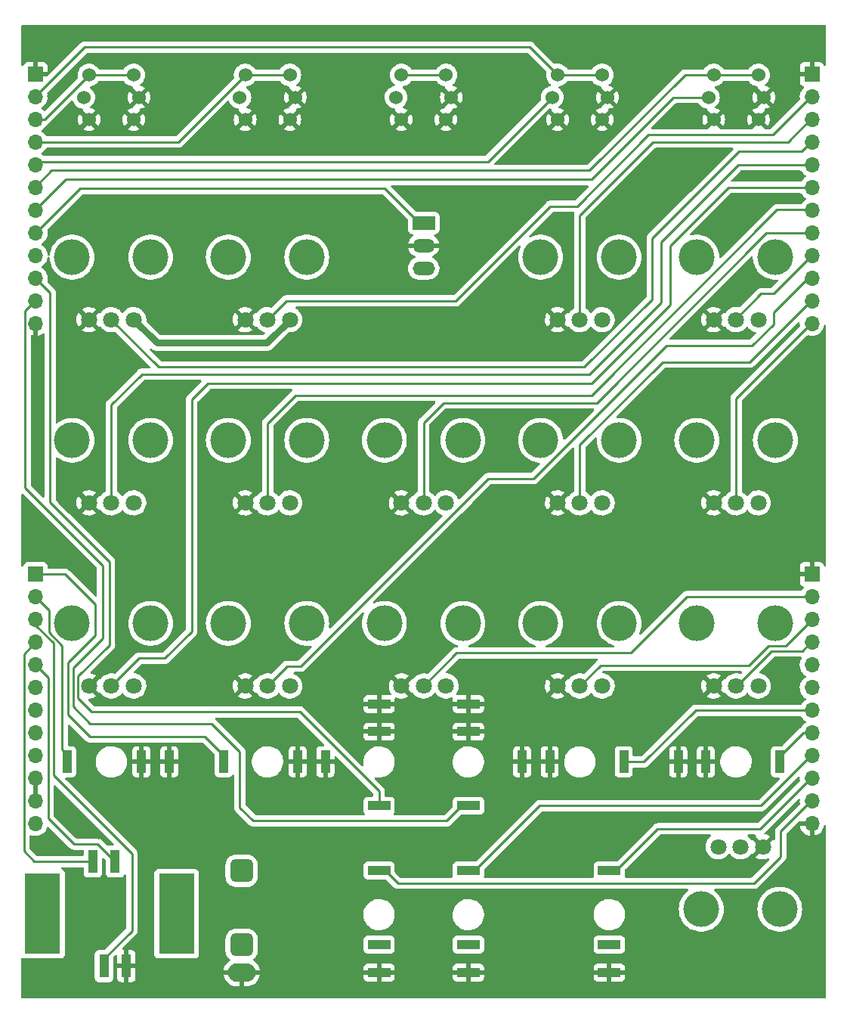
<source format=gbr>
%TF.GenerationSoftware,KiCad,Pcbnew,(6.0.8)*%
%TF.CreationDate,2022-10-20T13:08:20+01:00*%
%TF.ProjectId,Punck_Controls,50756e63-6b5f-4436-9f6e-74726f6c732e,rev?*%
%TF.SameCoordinates,Original*%
%TF.FileFunction,Copper,L1,Top*%
%TF.FilePolarity,Positive*%
%FSLAX46Y46*%
G04 Gerber Fmt 4.6, Leading zero omitted, Abs format (unit mm)*
G04 Created by KiCad (PCBNEW (6.0.8)) date 2022-10-20 13:08:20*
%MOMM*%
%LPD*%
G01*
G04 APERTURE LIST*
G04 Aperture macros list*
%AMRoundRect*
0 Rectangle with rounded corners*
0 $1 Rounding radius*
0 $2 $3 $4 $5 $6 $7 $8 $9 X,Y pos of 4 corners*
0 Add a 4 corners polygon primitive as box body*
4,1,4,$2,$3,$4,$5,$6,$7,$8,$9,$2,$3,0*
0 Add four circle primitives for the rounded corners*
1,1,$1+$1,$2,$3*
1,1,$1+$1,$4,$5*
1,1,$1+$1,$6,$7*
1,1,$1+$1,$8,$9*
0 Add four rect primitives between the rounded corners*
20,1,$1+$1,$2,$3,$4,$5,0*
20,1,$1+$1,$4,$5,$6,$7,0*
20,1,$1+$1,$6,$7,$8,$9,0*
20,1,$1+$1,$8,$9,$2,$3,0*%
G04 Aperture macros list end*
%TA.AperFunction,ComponentPad*%
%ADD10C,1.524000*%
%TD*%
%TA.AperFunction,ComponentPad*%
%ADD11R,2.500000X1.000000*%
%TD*%
%TA.AperFunction,ComponentPad*%
%ADD12R,1.000000X2.500000*%
%TD*%
%TA.AperFunction,WasherPad*%
%ADD13C,4.000000*%
%TD*%
%TA.AperFunction,ComponentPad*%
%ADD14C,1.800000*%
%TD*%
%TA.AperFunction,ComponentPad*%
%ADD15RoundRect,0.650000X-0.650000X-0.650000X0.650000X-0.650000X0.650000X0.650000X-0.650000X0.650000X0*%
%TD*%
%TA.AperFunction,ComponentPad*%
%ADD16O,3.100000X2.100000*%
%TD*%
%TA.AperFunction,SMDPad,CuDef*%
%ADD17R,1.050000X2.600000*%
%TD*%
%TA.AperFunction,SMDPad,CuDef*%
%ADD18R,3.980000X9.000000*%
%TD*%
%TA.AperFunction,ComponentPad*%
%ADD19R,2.500000X1.500000*%
%TD*%
%TA.AperFunction,ComponentPad*%
%ADD20O,2.500000X1.500000*%
%TD*%
%TA.AperFunction,ComponentPad*%
%ADD21R,1.700000X1.700000*%
%TD*%
%TA.AperFunction,ComponentPad*%
%ADD22O,1.700000X1.700000*%
%TD*%
%TA.AperFunction,ViaPad*%
%ADD23C,0.800000*%
%TD*%
%TA.AperFunction,Conductor*%
%ADD24C,0.250000*%
%TD*%
%TA.AperFunction,Conductor*%
%ADD25C,0.750000*%
%TD*%
G04 APERTURE END LIST*
D10*
%TO.P,BTN4,1,1*%
%TO.N,/SA_BTN*%
X130600000Y-56100000D03*
%TO.P,BTN4,2,2*%
X135600000Y-56100000D03*
%TO.P,BTN4,3,3*%
%TO.N,GND*%
X130600000Y-61100000D03*
%TO.P,BTN4,4,4*%
X135600000Y-61100000D03*
%TO.P,BTN4,5,A*%
%TO.N,/SA_LED*%
X130000000Y-58600000D03*
%TO.P,BTN4,6,K*%
%TO.N,GND*%
X136200000Y-58600000D03*
%TD*%
%TO.P,BTN2,1,1*%
%TO.N,/SN_BTN*%
X95600000Y-56100000D03*
%TO.P,BTN2,2,2*%
X100600000Y-56100000D03*
%TO.P,BTN2,3,3*%
%TO.N,GND*%
X95600000Y-61100000D03*
%TO.P,BTN2,4,4*%
X100600000Y-61100000D03*
%TO.P,BTN2,5,A*%
%TO.N,/SN_LED*%
X95000000Y-58600000D03*
%TO.P,BTN2,6,K*%
%TO.N,GND*%
X101200000Y-58600000D03*
%TD*%
D11*
%TO.P,J14,1*%
%TO.N,GND*%
X120600000Y-156580000D03*
%TO.P,J14,2*%
%TO.N,unconnected-(J14-Pad2)*%
X120600000Y-153480000D03*
%TO.P,J14,3*%
%TO.N,/AUDIO_OUT_R*%
X120600000Y-145180000D03*
%TD*%
%TO.P,J6,1*%
%TO.N,GND*%
X110600000Y-126520000D03*
%TO.P,J6,2*%
X110600000Y-129620000D03*
%TO.P,J6,3*%
%TO.N,/CH_IN*%
X110600000Y-137920000D03*
%TD*%
D12*
%TO.P,J10,1*%
%TO.N,GND*%
X87080000Y-133000000D03*
%TO.P,J10,2*%
X83980000Y-133000000D03*
%TO.P,J10,3*%
%TO.N,/KICK_IN*%
X75680000Y-133000000D03*
%TD*%
D13*
%TO.P,Kick_Decay_Pot1,*%
%TO.N,*%
X76200000Y-97000000D03*
X85000000Y-97000000D03*
D14*
%TO.P,Kick_Decay_Pot1,1,1*%
%TO.N,+3.3VA*%
X83100000Y-104000000D03*
%TO.P,Kick_Decay_Pot1,2,2*%
%TO.N,/KICK_DECAY_POT*%
X80600000Y-104000000D03*
%TO.P,Kick_Decay_Pot1,3,3*%
%TO.N,GND*%
X78100000Y-104000000D03*
%TD*%
D11*
%TO.P,J12,1*%
%TO.N,GND*%
X136400000Y-156580000D03*
%TO.P,J12,2*%
%TO.N,unconnected-(J12-Pad2)*%
X136400000Y-153480000D03*
%TO.P,J12,3*%
%TO.N,/TEMPO_OUT*%
X136400000Y-145180000D03*
%TD*%
D15*
%TO.P,J15,R*%
%TO.N,unconnected-(J15-PadR)*%
X95200000Y-153480000D03*
D16*
%TO.P,J15,S*%
%TO.N,GND*%
X95200000Y-156580000D03*
D15*
%TO.P,J15,T*%
%TO.N,/MIDI_IN*%
X95200000Y-145180000D03*
%TD*%
D13*
%TO.P,SampleB_Level_Pot1,*%
%TO.N,*%
X146200000Y-117500000D03*
X155000000Y-117500000D03*
D14*
%TO.P,SampleB_Level_Pot1,1,1*%
%TO.N,+3.3VA*%
X153100000Y-124500000D03*
%TO.P,SampleB_Level_Pot1,2,2*%
%TO.N,/SAMPLER_B_VOL_POT*%
X150600000Y-124500000D03*
%TO.P,SampleB_Level_Pot1,3,3*%
%TO.N,GND*%
X148100000Y-124500000D03*
%TD*%
D11*
%TO.P,J13,1*%
%TO.N,GND*%
X110600000Y-156580000D03*
%TO.P,J13,2*%
%TO.N,unconnected-(J13-Pad2)*%
X110600000Y-153480000D03*
%TO.P,J13,3*%
%TO.N,/AUDIO_OUT_L*%
X110600000Y-145180000D03*
%TD*%
D13*
%TO.P,SampleB_Speed_Pot1,*%
%TO.N,*%
X146200000Y-97000000D03*
X155000000Y-97000000D03*
D14*
%TO.P,SampleB_Speed_Pot1,1,1*%
%TO.N,+3.3VA*%
X153100000Y-104000000D03*
%TO.P,SampleB_Speed_Pot1,2,2*%
%TO.N,/SAMPLER_B_SPEED_POT*%
X150600000Y-104000000D03*
%TO.P,SampleB_Speed_Pot1,3,3*%
%TO.N,GND*%
X148100000Y-104000000D03*
%TD*%
D13*
%TO.P,SampleA_Level_Pot1,*%
%TO.N,*%
X128700000Y-117500000D03*
X137500000Y-117500000D03*
D14*
%TO.P,SampleA_Level_Pot1,1,1*%
%TO.N,+3.3VA*%
X135600000Y-124500000D03*
%TO.P,SampleA_Level_Pot1,2,2*%
%TO.N,/SAMPLER_A_VOL_POT*%
X133100000Y-124500000D03*
%TO.P,SampleA_Level_Pot1,3,3*%
%TO.N,GND*%
X130600000Y-124500000D03*
%TD*%
D13*
%TO.P,Kick_Attack_Pot1,*%
%TO.N,*%
X85000000Y-76500000D03*
X76200000Y-76500000D03*
D14*
%TO.P,Kick_Attack_Pot1,1,1*%
%TO.N,+3.3VA*%
X83100000Y-83500000D03*
%TO.P,Kick_Attack_Pot1,2,2*%
%TO.N,/KICK_ATTACK_POT*%
X80600000Y-83500000D03*
%TO.P,Kick_Attack_Pot1,3,3*%
%TO.N,GND*%
X78100000Y-83500000D03*
%TD*%
D13*
%TO.P,Snare_Tuning_Pot1,*%
%TO.N,*%
X102500000Y-97000000D03*
X93700000Y-97000000D03*
D14*
%TO.P,Snare_Tuning_Pot1,1,1*%
%TO.N,+3.3VA*%
X100600000Y-104000000D03*
%TO.P,Snare_Tuning_Pot1,2,2*%
%TO.N,/SNARE_TUNING_POT*%
X98100000Y-104000000D03*
%TO.P,Snare_Tuning_Pot1,3,3*%
%TO.N,GND*%
X95600000Y-104000000D03*
%TD*%
D12*
%TO.P,J5,1*%
%TO.N,GND*%
X104580000Y-133000000D03*
%TO.P,J5,2*%
X101480000Y-133000000D03*
%TO.P,J5,3*%
%TO.N,/SNARE_IN*%
X93180000Y-133000000D03*
%TD*%
D10*
%TO.P,BTN5,1,1*%
%TO.N,/SB_BTN*%
X148100000Y-56100000D03*
%TO.P,BTN5,2,2*%
X153100000Y-56100000D03*
%TO.P,BTN5,3,3*%
%TO.N,GND*%
X148100000Y-61100000D03*
%TO.P,BTN5,4,4*%
X153100000Y-61100000D03*
%TO.P,BTN5,5,A*%
%TO.N,/SB_LED*%
X147500000Y-58600000D03*
%TO.P,BTN5,6,K*%
%TO.N,GND*%
X153700000Y-58600000D03*
%TD*%
D11*
%TO.P,J7,1*%
%TO.N,GND*%
X120600000Y-126520000D03*
%TO.P,J7,2*%
X120600000Y-129620000D03*
%TO.P,J7,3*%
%TO.N,/OH_IN*%
X120600000Y-137920000D03*
%TD*%
D10*
%TO.P,BTN3,1,1*%
%TO.N,/HH_BTN*%
X113100000Y-56100000D03*
%TO.P,BTN3,2,2*%
X118100000Y-56100000D03*
%TO.P,BTN3,3,3*%
%TO.N,GND*%
X113100000Y-61100000D03*
%TO.P,BTN3,4,4*%
X118100000Y-61100000D03*
%TO.P,BTN3,5,A*%
%TO.N,/HH_LED*%
X112500000Y-58600000D03*
%TO.P,BTN3,6,K*%
%TO.N,GND*%
X118700000Y-58600000D03*
%TD*%
%TO.P,BTN1,1,1*%
%TO.N,/KI_BTN*%
X78100000Y-56100000D03*
%TO.P,BTN1,2,2*%
X83100000Y-56100000D03*
%TO.P,BTN1,3,3*%
%TO.N,GND*%
X78100000Y-61100000D03*
%TO.P,BTN1,4,4*%
X83100000Y-61100000D03*
%TO.P,BTN1,5,A*%
%TO.N,/KI_LED*%
X77500000Y-58600000D03*
%TO.P,BTN1,6,K*%
%TO.N,GND*%
X83700000Y-58600000D03*
%TD*%
D17*
%TO.P,J11,1,VCC*%
%TO.N,/USB_VBUS*%
X81030000Y-144150000D03*
%TO.P,J11,2,D-*%
%TO.N,/USB_DM*%
X78530000Y-144150000D03*
%TO.P,J11,3,D+*%
%TO.N,/USB_DP*%
X79780000Y-155850000D03*
%TO.P,J11,4,GND*%
%TO.N,GND*%
X82280000Y-155850000D03*
D18*
%TO.P,J11,5,SLD*%
%TO.N,unconnected-(J11-Pad5)*%
X72890000Y-150000000D03*
%TO.P,J11,6,SLD*%
%TO.N,unconnected-(J11-Pad6)*%
X87910000Y-150000000D03*
%TD*%
D13*
%TO.P,Snare_Filter_Pot1,*%
%TO.N,*%
X102500000Y-76500000D03*
X93700000Y-76500000D03*
D14*
%TO.P,Snare_Filter_Pot1,1,1*%
%TO.N,+3.3VA*%
X100600000Y-83500000D03*
%TO.P,Snare_Filter_Pot1,2,2*%
%TO.N,/SNARE_FILTER_POT*%
X98100000Y-83500000D03*
%TO.P,Snare_Filter_Pot1,3,3*%
%TO.N,GND*%
X95600000Y-83500000D03*
%TD*%
D13*
%TO.P,SampleB_Voice_Pot1,*%
%TO.N,*%
X155000000Y-76500000D03*
X146200000Y-76500000D03*
D14*
%TO.P,SampleB_Voice_Pot1,1,1*%
%TO.N,+3.3VA*%
X153100000Y-83500000D03*
%TO.P,SampleB_Voice_Pot1,2,2*%
%TO.N,/SAMPLER_B_VOICE_POT*%
X150600000Y-83500000D03*
%TO.P,SampleB_Voice_Pot1,3,3*%
%TO.N,GND*%
X148100000Y-83500000D03*
%TD*%
D19*
%TO.P,BTN_MODE1,1,1*%
%TO.N,/MIDI_LEARN*%
X115600000Y-72660000D03*
D20*
%TO.P,BTN_MODE1,2,2*%
%TO.N,GND*%
X115600000Y-75200000D03*
%TO.P,BTN_MODE1,3,3*%
%TO.N,/SEQ_SELECT*%
X115600000Y-77740000D03*
%TD*%
D13*
%TO.P,Kick_Level_Pot1,*%
%TO.N,*%
X76200000Y-117500000D03*
X85000000Y-117500000D03*
D14*
%TO.P,Kick_Level_Pot1,1,1*%
%TO.N,+3.3VA*%
X83100000Y-124500000D03*
%TO.P,Kick_Level_Pot1,2,2*%
%TO.N,/KICK_VOL_POT*%
X80600000Y-124500000D03*
%TO.P,Kick_Level_Pot1,3,3*%
%TO.N,GND*%
X78100000Y-124500000D03*
%TD*%
D13*
%TO.P,HiHat_Decay_Pot1,*%
%TO.N,*%
X111200000Y-97000000D03*
X120000000Y-97000000D03*
D14*
%TO.P,HiHat_Decay_Pot1,1,1*%
%TO.N,+3.3VA*%
X118100000Y-104000000D03*
%TO.P,HiHat_Decay_Pot1,2,2*%
%TO.N,/HIHAT_DECAY_POT*%
X115600000Y-104000000D03*
%TO.P,HiHat_Decay_Pot1,3,3*%
%TO.N,GND*%
X113100000Y-104000000D03*
%TD*%
D13*
%TO.P,Tempo_Pot1,*%
%TO.N,*%
X146700000Y-149500000D03*
X155500000Y-149500000D03*
D14*
%TO.P,Tempo_Pot1,1,1*%
%TO.N,+3.3VA*%
X148600000Y-142500000D03*
%TO.P,Tempo_Pot1,2,2*%
%TO.N,/TEMPO_POT*%
X151100000Y-142500000D03*
%TO.P,Tempo_Pot1,3,3*%
%TO.N,GND*%
X153600000Y-142500000D03*
%TD*%
D12*
%TO.P,J9,1*%
%TO.N,GND*%
X144120000Y-133000000D03*
%TO.P,J9,2*%
X147220000Y-133000000D03*
%TO.P,J9,3*%
%TO.N,/SAMPLER_B_IN*%
X155520000Y-133000000D03*
%TD*%
D13*
%TO.P,Snare_Level_Pot1,*%
%TO.N,*%
X102500000Y-117500000D03*
X93700000Y-117500000D03*
D14*
%TO.P,Snare_Level_Pot1,1,1*%
%TO.N,+3.3VA*%
X100600000Y-124500000D03*
%TO.P,Snare_Level_Pot1,2,2*%
%TO.N,/SNARE_VOL_POT*%
X98100000Y-124500000D03*
%TO.P,Snare_Level_Pot1,3,3*%
%TO.N,GND*%
X95600000Y-124500000D03*
%TD*%
D13*
%TO.P,HiHat_Level_Pot1,*%
%TO.N,*%
X111200000Y-117500000D03*
X120000000Y-117500000D03*
D14*
%TO.P,HiHat_Level_Pot1,1,1*%
%TO.N,+3.3VA*%
X118100000Y-124500000D03*
%TO.P,HiHat_Level_Pot1,2,2*%
%TO.N,/HIHAT_VOL_POT*%
X115600000Y-124500000D03*
%TO.P,HiHat_Level_Pot1,3,3*%
%TO.N,GND*%
X113100000Y-124500000D03*
%TD*%
D12*
%TO.P,J8,1*%
%TO.N,GND*%
X126620000Y-133000000D03*
%TO.P,J8,2*%
X129720000Y-133000000D03*
%TO.P,J8,3*%
%TO.N,/SAMPLER_A_IN*%
X138020000Y-133000000D03*
%TD*%
D13*
%TO.P,SampleA_Speed_Pot1,*%
%TO.N,*%
X128700000Y-97000000D03*
X137500000Y-97000000D03*
D14*
%TO.P,SampleA_Speed_Pot1,1,1*%
%TO.N,+3.3VA*%
X135600000Y-104000000D03*
%TO.P,SampleA_Speed_Pot1,2,2*%
%TO.N,/SAMPLER_A_SPEED_POT*%
X133100000Y-104000000D03*
%TO.P,SampleA_Speed_Pot1,3,3*%
%TO.N,GND*%
X130600000Y-104000000D03*
%TD*%
D13*
%TO.P,SampleA_Voice_Pot1,*%
%TO.N,*%
X137500000Y-76500000D03*
X128700000Y-76500000D03*
D14*
%TO.P,SampleA_Voice_Pot1,1,1*%
%TO.N,+3.3VA*%
X135600000Y-83500000D03*
%TO.P,SampleA_Voice_Pot1,2,2*%
%TO.N,/SAMPLER_A_VOICE_POT*%
X133100000Y-83500000D03*
%TO.P,SampleA_Voice_Pot1,3,3*%
%TO.N,GND*%
X130600000Y-83500000D03*
%TD*%
D21*
%TO.P,J2,1,Pin_1*%
%TO.N,GND*%
X159100000Y-112000000D03*
D22*
%TO.P,J2,2,Pin_2*%
%TO.N,/HIHAT_VOL_POT*%
X159100000Y-114540000D03*
%TO.P,J2,3,Pin_3*%
%TO.N,/SAMPLER_A_VOL_POT*%
X159100000Y-117080000D03*
%TO.P,J2,4,Pin_4*%
%TO.N,/SAMPLER_B_VOL_POT*%
X159100000Y-119620000D03*
%TO.P,J2,5,Pin_5*%
%TO.N,/HH_BTN*%
X159100000Y-122160000D03*
%TO.P,J2,6,Pin_6*%
%TO.N,/TEMPO_POT*%
X159100000Y-124700000D03*
%TO.P,J2,7,Pin_7*%
%TO.N,/SAMPLER_A_IN*%
X159100000Y-127240000D03*
%TO.P,J2,8,Pin_8*%
%TO.N,/SAMPLER_B_IN*%
X159100000Y-129780000D03*
%TO.P,J2,9,Pin_9*%
%TO.N,/AUDIO_OUT_R*%
X159100000Y-132320000D03*
%TO.P,J2,10,Pin_10*%
%TO.N,/TEMPO_OUT*%
X159100000Y-134860000D03*
%TO.P,J2,11,Pin_11*%
%TO.N,/AUDIO_OUT_L*%
X159100000Y-137400000D03*
%TO.P,J2,12,Pin_12*%
%TO.N,GND*%
X159100000Y-139940000D03*
%TD*%
D21*
%TO.P,J4,1,Pin_1*%
%TO.N,/SNARE_IN*%
X72100000Y-112000000D03*
D22*
%TO.P,J4,2,Pin_2*%
%TO.N,/KICK_IN*%
X72100000Y-114540000D03*
%TO.P,J4,3,Pin_3*%
%TO.N,/USB_DP*%
X72100000Y-117080000D03*
%TO.P,J4,4,Pin_4*%
%TO.N,/USB_DM*%
X72100000Y-119620000D03*
%TO.P,J4,5,Pin_5*%
%TO.N,/USB_VBUS*%
X72100000Y-122160000D03*
%TO.P,J4,6,Pin_6*%
%TO.N,/KI_LED*%
X72100000Y-124700000D03*
%TO.P,J4,7,Pin_7*%
%TO.N,/SN_LED*%
X72100000Y-127240000D03*
%TO.P,J4,8,Pin_8*%
%TO.N,/HH_LED*%
X72100000Y-129780000D03*
%TO.P,J4,9,Pin_9*%
%TO.N,/SEQ_SELECT*%
X72100000Y-132320000D03*
%TO.P,J4,10,Pin_10*%
%TO.N,GND*%
X72100000Y-134860000D03*
%TO.P,J4,11,Pin_11*%
X72100000Y-137400000D03*
%TO.P,J4,12,Pin_12*%
%TO.N,+3.3VA*%
X72100000Y-139940000D03*
%TD*%
D21*
%TO.P,J3,1,Pin_1*%
%TO.N,GND*%
X72100000Y-56000000D03*
D22*
%TO.P,J3,2,Pin_2*%
%TO.N,/SA_BTN*%
X72100000Y-58540000D03*
%TO.P,J3,3,Pin_3*%
%TO.N,/KI_BTN*%
X72100000Y-61080000D03*
%TO.P,J3,4,Pin_4*%
%TO.N,/SN_BTN*%
X72100000Y-63620000D03*
%TO.P,J3,5,Pin_5*%
%TO.N,/SA_LED*%
X72100000Y-66160000D03*
%TO.P,J3,6,Pin_6*%
%TO.N,/SB_BTN*%
X72100000Y-68700000D03*
%TO.P,J3,7,Pin_7*%
%TO.N,/SB_LED*%
X72100000Y-71240000D03*
%TO.P,J3,8,Pin_8*%
%TO.N,/MIDI_LEARN*%
X72100000Y-73780000D03*
%TO.P,J3,9,Pin_9*%
%TO.N,/MIDI_IN*%
X72100000Y-76320000D03*
%TO.P,J3,10,Pin_10*%
%TO.N,/CH_IN*%
X72100000Y-78860000D03*
%TO.P,J3,11,Pin_11*%
%TO.N,/OH_IN*%
X72100000Y-81400000D03*
%TO.P,J3,12,Pin_12*%
%TO.N,GND*%
X72100000Y-83940000D03*
%TD*%
D21*
%TO.P,J1,1,Pin_1*%
%TO.N,GND*%
X159100000Y-56000000D03*
D22*
%TO.P,J1,2,Pin_2*%
%TO.N,/SNARE_FILTER_POT*%
X159100000Y-58540000D03*
%TO.P,J1,3,Pin_3*%
%TO.N,/SAMPLER_A_VOICE_POT*%
X159100000Y-61080000D03*
%TO.P,J1,4,Pin_4*%
%TO.N,/KICK_ATTACK_POT*%
X159100000Y-63620000D03*
%TO.P,J1,5,Pin_5*%
%TO.N,/KICK_DECAY_POT*%
X159100000Y-66160000D03*
%TO.P,J1,6,Pin_6*%
%TO.N,/KICK_VOL_POT*%
X159100000Y-68700000D03*
%TO.P,J1,7,Pin_7*%
%TO.N,/SNARE_TUNING_POT*%
X159100000Y-71240000D03*
%TO.P,J1,8,Pin_8*%
%TO.N,/HIHAT_DECAY_POT*%
X159100000Y-73780000D03*
%TO.P,J1,9,Pin_9*%
%TO.N,/SAMPLER_B_VOICE_POT*%
X159100000Y-76320000D03*
%TO.P,J1,10,Pin_10*%
%TO.N,/SNARE_VOL_POT*%
X159100000Y-78860000D03*
%TO.P,J1,11,Pin_11*%
%TO.N,/SAMPLER_A_SPEED_POT*%
X159100000Y-81400000D03*
%TO.P,J1,12,Pin_12*%
%TO.N,/SAMPLER_B_SPEED_POT*%
X159100000Y-83940000D03*
%TD*%
D23*
%TO.N,GND*%
X81600000Y-146800000D03*
X102800000Y-158600000D03*
X82200000Y-158600000D03*
X84200000Y-155900000D03*
X158200000Y-157800000D03*
X109300000Y-108400000D03*
X104900000Y-93300000D03*
X109100000Y-93300000D03*
X159800000Y-86400000D03*
X142300000Y-90100000D03*
X132600000Y-87500000D03*
X86800000Y-70500000D03*
X90300000Y-70400000D03*
X73800000Y-58500000D03*
X86600000Y-87600000D03*
X102900000Y-145200000D03*
X128700000Y-145200000D03*
X140000000Y-70700000D03*
X146300000Y-65300000D03*
X107900000Y-83400000D03*
X75600000Y-109400000D03*
X154200000Y-67600000D03*
X77200000Y-154800000D03*
X105100000Y-87500000D03*
X143700000Y-145100000D03*
X74900000Y-142800000D03*
X109000000Y-87500000D03*
X72100000Y-142100000D03*
X92800000Y-137800000D03*
X152600000Y-139100000D03*
X149900000Y-72600000D03*
X74800000Y-137400000D03*
X121000000Y-81900000D03*
X83600000Y-141600000D03*
X79200000Y-141300000D03*
X77400000Y-131100000D03*
X132000000Y-94300000D03*
X76300000Y-146800000D03*
%TD*%
D24*
%TO.N,/USB_DM*%
X71950000Y-144150000D02*
X78530000Y-144150000D01*
X70800000Y-120920000D02*
X70800000Y-143000000D01*
X70800000Y-143000000D02*
X71950000Y-144150000D01*
X72100000Y-119620000D02*
X70800000Y-120920000D01*
%TO.N,/USB_DP*%
X74100000Y-134500000D02*
X82900000Y-143300000D01*
X82900000Y-151900000D02*
X79780000Y-155020000D01*
X72100000Y-117700000D02*
X74100000Y-119700000D01*
X79780000Y-155020000D02*
X79780000Y-155850000D01*
X72100000Y-117080000D02*
X72100000Y-117700000D01*
X74100000Y-119700000D02*
X74100000Y-134500000D01*
X82900000Y-143300000D02*
X82900000Y-151900000D01*
%TO.N,/KICK_IN*%
X75100000Y-131650000D02*
X75680000Y-132230000D01*
X75680000Y-132230000D02*
X75680000Y-133000000D01*
X75100000Y-120000000D02*
X75100000Y-131650000D01*
X73600000Y-118500000D02*
X75100000Y-120000000D01*
X73600000Y-116040000D02*
X73600000Y-118500000D01*
X72100000Y-114540000D02*
X73600000Y-116040000D01*
%TO.N,/SNARE_IN*%
X91100000Y-130200000D02*
X93180000Y-132280000D01*
X75700000Y-127700000D02*
X78200000Y-130200000D01*
X78800000Y-118800000D02*
X75700000Y-121900000D01*
X75700000Y-121900000D02*
X75700000Y-127700000D01*
X93180000Y-132280000D02*
X93180000Y-133000000D01*
X78200000Y-130200000D02*
X91100000Y-130200000D01*
X78800000Y-115400000D02*
X78800000Y-118800000D01*
X75400000Y-112000000D02*
X78800000Y-115400000D01*
X72100000Y-112000000D02*
X75400000Y-112000000D01*
%TO.N,/USB_VBUS*%
X73500000Y-139300000D02*
X73500000Y-123560000D01*
X76400000Y-142200000D02*
X73500000Y-139300000D01*
X79080000Y-142200000D02*
X76400000Y-142200000D01*
X81030000Y-144150000D02*
X79080000Y-142200000D01*
X73500000Y-123560000D02*
X72100000Y-122160000D01*
%TO.N,/KI_BTN*%
X73120000Y-61080000D02*
X78100000Y-56100000D01*
X78100000Y-56100000D02*
X83100000Y-56100000D01*
X72100000Y-61080000D02*
X73120000Y-61080000D01*
%TO.N,/SN_BTN*%
X95600000Y-56100000D02*
X100600000Y-56100000D01*
X72100000Y-63620000D02*
X88080000Y-63620000D01*
X88080000Y-63620000D02*
X95600000Y-56100000D01*
%TO.N,/HH_BTN*%
X113100000Y-56100000D02*
X118100000Y-56100000D01*
%TO.N,/MIDI_LEARN*%
X115000000Y-72600000D02*
X115540000Y-72600000D01*
X72110000Y-73780000D02*
X77090000Y-68800000D01*
X77090000Y-68800000D02*
X111200000Y-68800000D01*
X111200000Y-68800000D02*
X115000000Y-72600000D01*
X115540000Y-72600000D02*
X115600000Y-72660000D01*
X72100000Y-73780000D02*
X72110000Y-73780000D01*
%TO.N,/SA_BTN*%
X130600000Y-56100000D02*
X135600000Y-56100000D01*
X127500000Y-53000000D02*
X130600000Y-56100000D01*
X72100000Y-58540000D02*
X72100000Y-58500000D01*
X77600000Y-53000000D02*
X127500000Y-53000000D01*
X72100000Y-58500000D02*
X77600000Y-53000000D01*
%TO.N,/HIHAT_VOL_POT*%
X145100000Y-114500000D02*
X138800000Y-120800000D01*
X138800000Y-120800000D02*
X119300000Y-120800000D01*
X158960000Y-114500000D02*
X145100000Y-114500000D01*
X159000000Y-114540000D02*
X158960000Y-114500000D01*
X119300000Y-120800000D02*
X115600000Y-124500000D01*
D25*
%TO.N,+3.3VA*%
X98000000Y-86100000D02*
X100600000Y-83500000D01*
X85700000Y-86100000D02*
X98000000Y-86100000D01*
X83100000Y-83500000D02*
X85700000Y-86100000D01*
D24*
%TO.N,/HIHAT_DECAY_POT*%
X115600000Y-104000000D02*
X115600000Y-95000000D01*
X115600000Y-95000000D02*
X117800000Y-92800000D01*
X135000000Y-92800000D02*
X154000000Y-73800000D01*
X154000000Y-73800000D02*
X158980000Y-73800000D01*
X117800000Y-92800000D02*
X135000000Y-92800000D01*
%TO.N,/TEMPO_OUT*%
X141800000Y-140500000D02*
X137120000Y-145180000D01*
X158940000Y-134860000D02*
X153300000Y-140500000D01*
X153300000Y-140500000D02*
X141800000Y-140500000D01*
X137120000Y-145180000D02*
X136400000Y-145180000D01*
X159000000Y-134860000D02*
X158940000Y-134860000D01*
%TO.N,/KICK_ATTACK_POT*%
X141200000Y-74400000D02*
X141200000Y-81200000D01*
X150950489Y-64649511D02*
X141200000Y-74400000D01*
X85900000Y-88800000D02*
X80600000Y-83500000D01*
X133600000Y-88800000D02*
X85900000Y-88800000D01*
X159000000Y-63620000D02*
X157970489Y-64649511D01*
X157970489Y-64649511D02*
X150950489Y-64649511D01*
X141200000Y-81200000D02*
X133600000Y-88800000D01*
%TO.N,/KICK_VOL_POT*%
X83700000Y-121400000D02*
X86600000Y-121400000D01*
X143200000Y-75200000D02*
X149700000Y-68700000D01*
X89600000Y-118400000D02*
X89600000Y-92400000D01*
X149700000Y-68700000D02*
X159000000Y-68700000D01*
X134400000Y-90600000D02*
X143200000Y-81800000D01*
X143200000Y-81800000D02*
X143200000Y-75200000D01*
X86600000Y-121400000D02*
X89600000Y-118400000D01*
X89600000Y-92400000D02*
X91400000Y-90600000D01*
X80600000Y-124500000D02*
X83700000Y-121400000D01*
X91400000Y-90600000D02*
X134400000Y-90600000D01*
%TO.N,/KICK_DECAY_POT*%
X84000000Y-89600000D02*
X134160215Y-89600000D01*
X142200000Y-74800000D02*
X150840000Y-66160000D01*
X134160215Y-89600000D02*
X142200000Y-81560215D01*
X80600000Y-104000000D02*
X80600000Y-93000000D01*
X150840000Y-66160000D02*
X159000000Y-66160000D01*
X142200000Y-81560215D02*
X142200000Y-74800000D01*
X80600000Y-93000000D02*
X84000000Y-89600000D01*
%TO.N,/SA_LED*%
X72100000Y-66160000D02*
X72460000Y-65800000D01*
X72460000Y-65800000D02*
X122800000Y-65800000D01*
X122800000Y-65800000D02*
X130000000Y-58600000D01*
%TO.N,/SB_BTN*%
X144900000Y-56100000D02*
X148100000Y-56100000D01*
X148100000Y-56100000D02*
X153100000Y-56100000D01*
X72000000Y-68700000D02*
X73900000Y-66800000D01*
X73900000Y-66800000D02*
X134200000Y-66800000D01*
X134200000Y-66800000D02*
X144900000Y-56100000D01*
%TO.N,/SAMPLER_A_VOICE_POT*%
X158920000Y-61080000D02*
X156400000Y-63600000D01*
X159000000Y-61080000D02*
X158920000Y-61080000D01*
X141300000Y-63600000D02*
X133100000Y-71800000D01*
X133100000Y-71800000D02*
X133100000Y-83500000D01*
X156400000Y-63600000D02*
X141300000Y-63600000D01*
%TO.N,/SAMPLER_B_VOICE_POT*%
X150600000Y-83400000D02*
X153400000Y-80600000D01*
X153400000Y-80600000D02*
X154800000Y-80600000D01*
X159000000Y-76400000D02*
X159000000Y-76320000D01*
X154800000Y-80600000D02*
X159000000Y-76400000D01*
X150600000Y-83500000D02*
X150600000Y-83400000D01*
%TO.N,/SAMPLER_A_VOL_POT*%
X154200000Y-120000000D02*
X152000000Y-122200000D01*
X152000000Y-122200000D02*
X135400000Y-122200000D01*
X156200000Y-120000000D02*
X154200000Y-120000000D01*
X135400000Y-122200000D02*
X133100000Y-124500000D01*
X159000000Y-117080000D02*
X159000000Y-117200000D01*
X159000000Y-117200000D02*
X156200000Y-120000000D01*
%TO.N,/SAMPLER_B_VOL_POT*%
X159000000Y-119620000D02*
X158020000Y-120600000D01*
X158020000Y-120600000D02*
X154600000Y-120600000D01*
X150700000Y-124500000D02*
X150600000Y-124500000D01*
X154600000Y-120600000D02*
X150700000Y-124500000D01*
%TO.N,/SAMPLER_A_SPEED_POT*%
X133100000Y-104000000D02*
X133100000Y-97500000D01*
X142350489Y-88249511D02*
X152150489Y-88249511D01*
X152150489Y-88249511D02*
X159000000Y-81400000D01*
X133100000Y-97500000D02*
X142350489Y-88249511D01*
%TO.N,/SAMPLER_B_SPEED_POT*%
X158960000Y-83940000D02*
X159000000Y-83940000D01*
X150600000Y-104000000D02*
X150600000Y-92300000D01*
X150600000Y-92300000D02*
X158960000Y-83940000D01*
%TO.N,/SNARE_FILTER_POT*%
X119200000Y-81400000D02*
X100200000Y-81400000D01*
X154700000Y-62800000D02*
X140800000Y-62800000D01*
X158960000Y-58540000D02*
X154700000Y-62800000D01*
X132800000Y-70800000D02*
X129800000Y-70800000D01*
X159000000Y-58540000D02*
X158960000Y-58540000D01*
X100200000Y-81400000D02*
X98100000Y-83500000D01*
X129800000Y-70800000D02*
X119200000Y-81400000D01*
X140800000Y-62800000D02*
X132800000Y-70800000D01*
%TO.N,/SNARE_VOL_POT*%
X154800000Y-82660000D02*
X158600000Y-78860000D01*
X127900000Y-101300000D02*
X142800000Y-86400000D01*
X154800000Y-84000000D02*
X154800000Y-82660000D01*
X142800000Y-86400000D02*
X152400000Y-86400000D01*
X122800000Y-101300000D02*
X127900000Y-101300000D01*
X101800000Y-122300000D02*
X122800000Y-101300000D01*
X100300000Y-122300000D02*
X101800000Y-122300000D01*
X98100000Y-124500000D02*
X100300000Y-122300000D01*
X152400000Y-86400000D02*
X154800000Y-84000000D01*
%TO.N,/SNARE_TUNING_POT*%
X98100000Y-104000000D02*
X98100000Y-95100000D01*
X101249510Y-91950490D02*
X134449510Y-91950490D01*
X98100000Y-95100000D02*
X101249510Y-91950490D01*
X134449510Y-91950490D02*
X155200000Y-71200000D01*
X155200000Y-71200000D02*
X158960000Y-71200000D01*
%TO.N,/SB_LED*%
X72100000Y-71200000D02*
X75500000Y-67800000D01*
X72100000Y-71240000D02*
X72100000Y-71200000D01*
X134400000Y-67800000D02*
X143600000Y-58600000D01*
X75500000Y-67800000D02*
X134400000Y-67800000D01*
X143600000Y-58600000D02*
X147500000Y-58600000D01*
%TO.N,/AUDIO_OUT_R*%
X121320000Y-145180000D02*
X120600000Y-145180000D01*
X128600000Y-137900000D02*
X121320000Y-145180000D01*
X158980000Y-132320000D02*
X153400000Y-137900000D01*
X153400000Y-137900000D02*
X128600000Y-137900000D01*
X159000000Y-132320000D02*
X158980000Y-132320000D01*
%TO.N,/AUDIO_OUT_L*%
X155600000Y-143600000D02*
X155600000Y-140800000D01*
X112700000Y-146600000D02*
X152600000Y-146600000D01*
X155600000Y-140800000D02*
X159000000Y-137400000D01*
X152600000Y-146600000D02*
X155600000Y-143600000D01*
X110600000Y-145180000D02*
X111280000Y-145180000D01*
X159000000Y-137400000D02*
X159100000Y-137400000D01*
X111280000Y-145180000D02*
X112700000Y-146600000D01*
%TO.N,/OH_IN*%
X76300000Y-122500000D02*
X76300000Y-126800000D01*
X95000000Y-131900000D02*
X95000000Y-138100000D01*
X76300000Y-126800000D02*
X78200000Y-128700000D01*
X70925000Y-102325000D02*
X79600000Y-111000000D01*
X70925000Y-82475000D02*
X70925000Y-102325000D01*
X72000000Y-81400000D02*
X70925000Y-82475000D01*
X79600000Y-111000000D02*
X79600000Y-119200000D01*
X96500000Y-139600000D02*
X118200000Y-139600000D01*
X78200000Y-128700000D02*
X91800000Y-128700000D01*
X91800000Y-128700000D02*
X95000000Y-131900000D01*
X79600000Y-119200000D02*
X76300000Y-122500000D01*
X119880000Y-137920000D02*
X120600000Y-137920000D01*
X118200000Y-139600000D02*
X119880000Y-137920000D01*
X95000000Y-138100000D02*
X96500000Y-139600000D01*
%TO.N,/SAMPLER_A_IN*%
X140300000Y-133000000D02*
X138020000Y-133000000D01*
X146060000Y-127240000D02*
X140300000Y-133000000D01*
X159000000Y-127240000D02*
X146060000Y-127240000D01*
%TO.N,/SAMPLER_B_IN*%
X159100000Y-129780000D02*
X158120000Y-129780000D01*
X155520000Y-132380000D02*
X155520000Y-133000000D01*
X158120000Y-129780000D02*
X155520000Y-132380000D01*
%TO.N,/CH_IN*%
X73724501Y-103924501D02*
X80400000Y-110600000D01*
X76875000Y-125875000D02*
X78400000Y-127400000D01*
X76875000Y-123425000D02*
X76875000Y-125875000D01*
X110600000Y-136300000D02*
X110600000Y-137920000D01*
X73724501Y-80484501D02*
X73724501Y-103924501D01*
X72100000Y-78860000D02*
X73724501Y-80484501D01*
X80400000Y-110600000D02*
X80400000Y-119900000D01*
X80400000Y-119900000D02*
X76875000Y-123425000D01*
X78400000Y-127400000D02*
X101700000Y-127400000D01*
X101700000Y-127400000D02*
X110600000Y-136300000D01*
%TD*%
%TA.AperFunction,Conductor*%
%TO.N,GND*%
G36*
X134034526Y-68453502D02*
G01*
X134081019Y-68507158D01*
X134091123Y-68577432D01*
X134061629Y-68642012D01*
X134055500Y-68648595D01*
X132574500Y-70129595D01*
X132512188Y-70163621D01*
X132485405Y-70166500D01*
X129878768Y-70166500D01*
X129867585Y-70165973D01*
X129860092Y-70164298D01*
X129852166Y-70164547D01*
X129852165Y-70164547D01*
X129792002Y-70166438D01*
X129788044Y-70166500D01*
X129760144Y-70166500D01*
X129756154Y-70167004D01*
X129744320Y-70167936D01*
X129700111Y-70169326D01*
X129692497Y-70171538D01*
X129692492Y-70171539D01*
X129680659Y-70174977D01*
X129661296Y-70178988D01*
X129641203Y-70181526D01*
X129633836Y-70184443D01*
X129633831Y-70184444D01*
X129600092Y-70197802D01*
X129588865Y-70201646D01*
X129546407Y-70213982D01*
X129539581Y-70218019D01*
X129528972Y-70224293D01*
X129511224Y-70232988D01*
X129492383Y-70240448D01*
X129485967Y-70245110D01*
X129485966Y-70245110D01*
X129456613Y-70266436D01*
X129446693Y-70272952D01*
X129415465Y-70291420D01*
X129415462Y-70291422D01*
X129408638Y-70295458D01*
X129394317Y-70309779D01*
X129379284Y-70322619D01*
X129362893Y-70334528D01*
X129357842Y-70340634D01*
X129334702Y-70368605D01*
X129326712Y-70377384D01*
X118974500Y-80729595D01*
X118912188Y-80763621D01*
X118885405Y-80766500D01*
X100278763Y-80766500D01*
X100267579Y-80765973D01*
X100260091Y-80764299D01*
X100252168Y-80764548D01*
X100192033Y-80766438D01*
X100188075Y-80766500D01*
X100160144Y-80766500D01*
X100156229Y-80766995D01*
X100156225Y-80766995D01*
X100156167Y-80767003D01*
X100156138Y-80767006D01*
X100144296Y-80767939D01*
X100100110Y-80769327D01*
X100082744Y-80774372D01*
X100080658Y-80774978D01*
X100061306Y-80778986D01*
X100049068Y-80780532D01*
X100049066Y-80780533D01*
X100041203Y-80781526D01*
X100000086Y-80797806D01*
X99988885Y-80801641D01*
X99946406Y-80813982D01*
X99939587Y-80818015D01*
X99939582Y-80818017D01*
X99928971Y-80824293D01*
X99911221Y-80832990D01*
X99892383Y-80840448D01*
X99885967Y-80845109D01*
X99885966Y-80845110D01*
X99856625Y-80866428D01*
X99846701Y-80872947D01*
X99815460Y-80891422D01*
X99815455Y-80891426D01*
X99808637Y-80895458D01*
X99794313Y-80909782D01*
X99779281Y-80922621D01*
X99762893Y-80934528D01*
X99747176Y-80953527D01*
X99734712Y-80968593D01*
X99726722Y-80977373D01*
X98598112Y-82105983D01*
X98535800Y-82140009D01*
X98471087Y-82135924D01*
X98470906Y-82136610D01*
X98467437Y-82135694D01*
X98466967Y-82135664D01*
X98465914Y-82135291D01*
X98465900Y-82135287D01*
X98461028Y-82133562D01*
X98455935Y-82132655D01*
X98455932Y-82132654D01*
X98238095Y-82093851D01*
X98238089Y-82093850D01*
X98233006Y-82092945D01*
X98160096Y-82092054D01*
X98006581Y-82090179D01*
X98006579Y-82090179D01*
X98001411Y-82090116D01*
X97772464Y-82125150D01*
X97552314Y-82197106D01*
X97547726Y-82199494D01*
X97547722Y-82199496D01*
X97370738Y-82291628D01*
X97346872Y-82304052D01*
X97342739Y-82307155D01*
X97342736Y-82307157D01*
X97165790Y-82440012D01*
X97161655Y-82443117D01*
X97001639Y-82610564D01*
X96998730Y-82614829D01*
X96998724Y-82614837D01*
X96950199Y-82685972D01*
X96895288Y-82730975D01*
X96824763Y-82739146D01*
X96763884Y-82710439D01*
X96758538Y-82705835D01*
X96748973Y-82710238D01*
X95972021Y-83487189D01*
X95964408Y-83501132D01*
X95964539Y-83502966D01*
X95968790Y-83509580D01*
X96746307Y-84287096D01*
X96758313Y-84293652D01*
X96767244Y-84286829D01*
X96833519Y-84261370D01*
X96903037Y-84275783D01*
X96951165Y-84321117D01*
X96956800Y-84330311D01*
X96959501Y-84334719D01*
X97111147Y-84509784D01*
X97289349Y-84657730D01*
X97489322Y-84774584D01*
X97705694Y-84857209D01*
X97710765Y-84858241D01*
X97710766Y-84858241D01*
X97714913Y-84859085D01*
X97777680Y-84892265D01*
X97812543Y-84954112D01*
X97808436Y-85024989D01*
X97778891Y-85071651D01*
X97670947Y-85179595D01*
X97608635Y-85213621D01*
X97581852Y-85216500D01*
X86118148Y-85216500D01*
X86050027Y-85196498D01*
X86029053Y-85179595D01*
X85510864Y-84661406D01*
X94803423Y-84661406D01*
X94808704Y-84668461D01*
X94985080Y-84771527D01*
X94994363Y-84775974D01*
X95201003Y-84854883D01*
X95210901Y-84857759D01*
X95427653Y-84901857D01*
X95437883Y-84903076D01*
X95658914Y-84911182D01*
X95669223Y-84910714D01*
X95888623Y-84882608D01*
X95898688Y-84880468D01*
X96110557Y-84816905D01*
X96120152Y-84813144D01*
X96318778Y-84715838D01*
X96327636Y-84710559D01*
X96385097Y-84669572D01*
X96393497Y-84658874D01*
X96386510Y-84645721D01*
X95612811Y-83872021D01*
X95598868Y-83864408D01*
X95597034Y-83864539D01*
X95590420Y-83868790D01*
X94810180Y-84649031D01*
X94803423Y-84661406D01*
X85510864Y-84661406D01*
X84544742Y-83695284D01*
X84510716Y-83632972D01*
X84508915Y-83589745D01*
X84511202Y-83572368D01*
X84511203Y-83572359D01*
X84511640Y-83569041D01*
X84513327Y-83500000D01*
X84510913Y-83470638D01*
X94187893Y-83470638D01*
X94200627Y-83691468D01*
X94202061Y-83701670D01*
X94250685Y-83917439D01*
X94253773Y-83927292D01*
X94336986Y-84132220D01*
X94341634Y-84141421D01*
X94430097Y-84285781D01*
X94440553Y-84295242D01*
X94449331Y-84291458D01*
X95227979Y-83512811D01*
X95235592Y-83498868D01*
X95235461Y-83497034D01*
X95231210Y-83490420D01*
X94453862Y-82713073D01*
X94442330Y-82706776D01*
X94430048Y-82716399D01*
X94374467Y-82797877D01*
X94369379Y-82806833D01*
X94276252Y-83007459D01*
X94272689Y-83017146D01*
X94213581Y-83230280D01*
X94211650Y-83240400D01*
X94188145Y-83460349D01*
X94187893Y-83470638D01*
X84510913Y-83470638D01*
X84507032Y-83423434D01*
X84494773Y-83274318D01*
X84494772Y-83274312D01*
X84494349Y-83269167D01*
X84460797Y-83135592D01*
X84439184Y-83049544D01*
X84439183Y-83049540D01*
X84437925Y-83044533D01*
X84395460Y-82946870D01*
X84347630Y-82836868D01*
X84347628Y-82836865D01*
X84345570Y-82832131D01*
X84219764Y-82637665D01*
X84181412Y-82595516D01*
X84157201Y-82568909D01*
X84063887Y-82466358D01*
X84059836Y-82463159D01*
X84059832Y-82463155D01*
X83904790Y-82340711D01*
X94805508Y-82340711D01*
X94812251Y-82353040D01*
X95587189Y-83127979D01*
X95601132Y-83135592D01*
X95602966Y-83135461D01*
X95609580Y-83131210D01*
X96388994Y-82351795D01*
X96396011Y-82338944D01*
X96388237Y-82328274D01*
X96385902Y-82326430D01*
X96377320Y-82320729D01*
X96183678Y-82213833D01*
X96174272Y-82209606D01*
X95965772Y-82135772D01*
X95955809Y-82133140D01*
X95738047Y-82094350D01*
X95727796Y-82093381D01*
X95506616Y-82090679D01*
X95496332Y-82091399D01*
X95277693Y-82124855D01*
X95267666Y-82127244D01*
X95057426Y-82195961D01*
X95047916Y-82199958D01*
X94851725Y-82302089D01*
X94843007Y-82307578D01*
X94813961Y-82329386D01*
X94805508Y-82340711D01*
X83904790Y-82340711D01*
X83886177Y-82326011D01*
X83886172Y-82326008D01*
X83882123Y-82322810D01*
X83877607Y-82320317D01*
X83877604Y-82320315D01*
X83683879Y-82213373D01*
X83683875Y-82213371D01*
X83679355Y-82210876D01*
X83674486Y-82209152D01*
X83674482Y-82209150D01*
X83465903Y-82135288D01*
X83465899Y-82135287D01*
X83461028Y-82133562D01*
X83455935Y-82132655D01*
X83455932Y-82132654D01*
X83238095Y-82093851D01*
X83238089Y-82093850D01*
X83233006Y-82092945D01*
X83160096Y-82092054D01*
X83006581Y-82090179D01*
X83006579Y-82090179D01*
X83001411Y-82090116D01*
X82772464Y-82125150D01*
X82552314Y-82197106D01*
X82547726Y-82199494D01*
X82547722Y-82199496D01*
X82370738Y-82291628D01*
X82346872Y-82304052D01*
X82342739Y-82307155D01*
X82342736Y-82307157D01*
X82165790Y-82440012D01*
X82161655Y-82443117D01*
X82001639Y-82610564D01*
X81954836Y-82679174D01*
X81899927Y-82724175D01*
X81829402Y-82732346D01*
X81765655Y-82701092D01*
X81744959Y-82676609D01*
X81722577Y-82642013D01*
X81722574Y-82642009D01*
X81719764Y-82637665D01*
X81681412Y-82595516D01*
X81657201Y-82568909D01*
X81563887Y-82466358D01*
X81559836Y-82463159D01*
X81559832Y-82463155D01*
X81386177Y-82326011D01*
X81386172Y-82326008D01*
X81382123Y-82322810D01*
X81377607Y-82320317D01*
X81377604Y-82320315D01*
X81183879Y-82213373D01*
X81183875Y-82213371D01*
X81179355Y-82210876D01*
X81174486Y-82209152D01*
X81174482Y-82209150D01*
X80965903Y-82135288D01*
X80965899Y-82135287D01*
X80961028Y-82133562D01*
X80955935Y-82132655D01*
X80955932Y-82132654D01*
X80738095Y-82093851D01*
X80738089Y-82093850D01*
X80733006Y-82092945D01*
X80660096Y-82092054D01*
X80506581Y-82090179D01*
X80506579Y-82090179D01*
X80501411Y-82090116D01*
X80272464Y-82125150D01*
X80052314Y-82197106D01*
X80047726Y-82199494D01*
X80047722Y-82199496D01*
X79870738Y-82291628D01*
X79846872Y-82304052D01*
X79842739Y-82307155D01*
X79842736Y-82307157D01*
X79665790Y-82440012D01*
X79661655Y-82443117D01*
X79501639Y-82610564D01*
X79498730Y-82614829D01*
X79498724Y-82614837D01*
X79450199Y-82685972D01*
X79395288Y-82730975D01*
X79324763Y-82739146D01*
X79263884Y-82710439D01*
X79258538Y-82705835D01*
X79248973Y-82710238D01*
X78472021Y-83487189D01*
X78464408Y-83501132D01*
X78464539Y-83502966D01*
X78468790Y-83509580D01*
X79246307Y-84287096D01*
X79258313Y-84293652D01*
X79267244Y-84286829D01*
X79333519Y-84261370D01*
X79403037Y-84275783D01*
X79451165Y-84321117D01*
X79456800Y-84330311D01*
X79459501Y-84334719D01*
X79611147Y-84509784D01*
X79789349Y-84657730D01*
X79989322Y-84774584D01*
X80205694Y-84857209D01*
X80210760Y-84858240D01*
X80210761Y-84858240D01*
X80263846Y-84869040D01*
X80432656Y-84903385D01*
X80563324Y-84908176D01*
X80658949Y-84911683D01*
X80658953Y-84911683D01*
X80664113Y-84911872D01*
X80669233Y-84911216D01*
X80669235Y-84911216D01*
X80888719Y-84883099D01*
X80888720Y-84883099D01*
X80893847Y-84882442D01*
X80898798Y-84880957D01*
X80898801Y-84880956D01*
X80969985Y-84859600D01*
X81040980Y-84859184D01*
X81095287Y-84891191D01*
X84955500Y-88751405D01*
X84989526Y-88813717D01*
X84984461Y-88884533D01*
X84941914Y-88941368D01*
X84875394Y-88966179D01*
X84866405Y-88966500D01*
X84078767Y-88966500D01*
X84067584Y-88965973D01*
X84060091Y-88964298D01*
X84052165Y-88964547D01*
X84052164Y-88964547D01*
X83992014Y-88966438D01*
X83988055Y-88966500D01*
X83960144Y-88966500D01*
X83956210Y-88966997D01*
X83956209Y-88966997D01*
X83956144Y-88967005D01*
X83944307Y-88967938D01*
X83912490Y-88968938D01*
X83908029Y-88969078D01*
X83900110Y-88969327D01*
X83882454Y-88974456D01*
X83880658Y-88974978D01*
X83861306Y-88978986D01*
X83854235Y-88979880D01*
X83841203Y-88981526D01*
X83833834Y-88984443D01*
X83833832Y-88984444D01*
X83800097Y-88997800D01*
X83788869Y-89001645D01*
X83746407Y-89013982D01*
X83739584Y-89018017D01*
X83739582Y-89018018D01*
X83728972Y-89024293D01*
X83711224Y-89032988D01*
X83692383Y-89040448D01*
X83685967Y-89045110D01*
X83685966Y-89045110D01*
X83656613Y-89066436D01*
X83646693Y-89072952D01*
X83615465Y-89091420D01*
X83615462Y-89091422D01*
X83608638Y-89095458D01*
X83594317Y-89109779D01*
X83579284Y-89122619D01*
X83562893Y-89134528D01*
X83557842Y-89140634D01*
X83534702Y-89168605D01*
X83526712Y-89177384D01*
X80207747Y-92496348D01*
X80199461Y-92503888D01*
X80192982Y-92508000D01*
X80187557Y-92513777D01*
X80146357Y-92557651D01*
X80143602Y-92560493D01*
X80123865Y-92580230D01*
X80121385Y-92583427D01*
X80113682Y-92592447D01*
X80083414Y-92624679D01*
X80079595Y-92631625D01*
X80079593Y-92631628D01*
X80073652Y-92642434D01*
X80062801Y-92658953D01*
X80050386Y-92674959D01*
X80047241Y-92682228D01*
X80047238Y-92682232D01*
X80032826Y-92715537D01*
X80027609Y-92726187D01*
X80006305Y-92764940D01*
X80004334Y-92772615D01*
X80004334Y-92772616D01*
X80001267Y-92784562D01*
X79994863Y-92803266D01*
X79986819Y-92821855D01*
X79985580Y-92829678D01*
X79985577Y-92829688D01*
X79979901Y-92865524D01*
X79977495Y-92877144D01*
X79966500Y-92919970D01*
X79966500Y-92940224D01*
X79964949Y-92959934D01*
X79961780Y-92979943D01*
X79962526Y-92987835D01*
X79965941Y-93023961D01*
X79966500Y-93035819D01*
X79966500Y-102665319D01*
X79946498Y-102733440D01*
X79898679Y-102777083D01*
X79846872Y-102804052D01*
X79661655Y-102943117D01*
X79501639Y-103110564D01*
X79498730Y-103114829D01*
X79498724Y-103114837D01*
X79450199Y-103185972D01*
X79395288Y-103230975D01*
X79324763Y-103239146D01*
X79263884Y-103210439D01*
X79258538Y-103205835D01*
X79248973Y-103210238D01*
X78472021Y-103987189D01*
X78464408Y-104001132D01*
X78464539Y-104002966D01*
X78468790Y-104009580D01*
X79246307Y-104787096D01*
X79258313Y-104793652D01*
X79267244Y-104786829D01*
X79333519Y-104761370D01*
X79403037Y-104775783D01*
X79451165Y-104821117D01*
X79456800Y-104830311D01*
X79459501Y-104834719D01*
X79611147Y-105009784D01*
X79789349Y-105157730D01*
X79989322Y-105274584D01*
X80205694Y-105357209D01*
X80210760Y-105358240D01*
X80210761Y-105358240D01*
X80263846Y-105369040D01*
X80432656Y-105403385D01*
X80563324Y-105408176D01*
X80658949Y-105411683D01*
X80658953Y-105411683D01*
X80664113Y-105411872D01*
X80669233Y-105411216D01*
X80669235Y-105411216D01*
X80742291Y-105401857D01*
X80893847Y-105382442D01*
X80898795Y-105380957D01*
X80898802Y-105380956D01*
X81110747Y-105317369D01*
X81115690Y-105315886D01*
X81197161Y-105275974D01*
X81319049Y-105216262D01*
X81319052Y-105216260D01*
X81323684Y-105213991D01*
X81512243Y-105079494D01*
X81676303Y-104916005D01*
X81745370Y-104819888D01*
X81801365Y-104776240D01*
X81872068Y-104769794D01*
X81935033Y-104802597D01*
X81955128Y-104827584D01*
X81956799Y-104830311D01*
X81956802Y-104830315D01*
X81959501Y-104834719D01*
X82111147Y-105009784D01*
X82289349Y-105157730D01*
X82489322Y-105274584D01*
X82705694Y-105357209D01*
X82710760Y-105358240D01*
X82710761Y-105358240D01*
X82763846Y-105369040D01*
X82932656Y-105403385D01*
X83063324Y-105408176D01*
X83158949Y-105411683D01*
X83158953Y-105411683D01*
X83164113Y-105411872D01*
X83169233Y-105411216D01*
X83169235Y-105411216D01*
X83242291Y-105401857D01*
X83393847Y-105382442D01*
X83398795Y-105380957D01*
X83398802Y-105380956D01*
X83610747Y-105317369D01*
X83615690Y-105315886D01*
X83697161Y-105275974D01*
X83819049Y-105216262D01*
X83819052Y-105216260D01*
X83823684Y-105213991D01*
X84012243Y-105079494D01*
X84176303Y-104916005D01*
X84311458Y-104727917D01*
X84414078Y-104520280D01*
X84481408Y-104298671D01*
X84511640Y-104069041D01*
X84513327Y-104000000D01*
X84507032Y-103923434D01*
X84494773Y-103774318D01*
X84494772Y-103774312D01*
X84494349Y-103769167D01*
X84460797Y-103635592D01*
X84439184Y-103549544D01*
X84439183Y-103549540D01*
X84437925Y-103544533D01*
X84381874Y-103415624D01*
X84347630Y-103336868D01*
X84347628Y-103336865D01*
X84345570Y-103332131D01*
X84219764Y-103137665D01*
X84193312Y-103108594D01*
X84112241Y-103019499D01*
X84063887Y-102966358D01*
X84059836Y-102963159D01*
X84059832Y-102963155D01*
X83886177Y-102826011D01*
X83886172Y-102826008D01*
X83882123Y-102822810D01*
X83877607Y-102820317D01*
X83877604Y-102820315D01*
X83683879Y-102713373D01*
X83683875Y-102713371D01*
X83679355Y-102710876D01*
X83674486Y-102709152D01*
X83674482Y-102709150D01*
X83465903Y-102635288D01*
X83465899Y-102635287D01*
X83461028Y-102633562D01*
X83455935Y-102632655D01*
X83455932Y-102632654D01*
X83238095Y-102593851D01*
X83238089Y-102593850D01*
X83233006Y-102592945D01*
X83160096Y-102592054D01*
X83006581Y-102590179D01*
X83006579Y-102590179D01*
X83001411Y-102590116D01*
X82772464Y-102625150D01*
X82552314Y-102697106D01*
X82547726Y-102699494D01*
X82547722Y-102699496D01*
X82399401Y-102776707D01*
X82346872Y-102804052D01*
X82342739Y-102807155D01*
X82342736Y-102807157D01*
X82283284Y-102851795D01*
X82161655Y-102943117D01*
X82001639Y-103110564D01*
X81954836Y-103179174D01*
X81899927Y-103224175D01*
X81829402Y-103232346D01*
X81765655Y-103201092D01*
X81744959Y-103176609D01*
X81722577Y-103142013D01*
X81722574Y-103142009D01*
X81719764Y-103137665D01*
X81693312Y-103108594D01*
X81612241Y-103019499D01*
X81563887Y-102966358D01*
X81559836Y-102963159D01*
X81559832Y-102963155D01*
X81386178Y-102826012D01*
X81386175Y-102826010D01*
X81382123Y-102822810D01*
X81348781Y-102804404D01*
X81298607Y-102776707D01*
X81248636Y-102726274D01*
X81233500Y-102666398D01*
X81233500Y-97000000D01*
X82486540Y-97000000D01*
X82506359Y-97315020D01*
X82565505Y-97625072D01*
X82663044Y-97925266D01*
X82664731Y-97928852D01*
X82664733Y-97928856D01*
X82795750Y-98207283D01*
X82795754Y-98207290D01*
X82797438Y-98210869D01*
X82966568Y-98477375D01*
X83167767Y-98720582D01*
X83397860Y-98936654D01*
X83653221Y-99122184D01*
X83929821Y-99274247D01*
X83933490Y-99275700D01*
X83933495Y-99275702D01*
X84219628Y-99388990D01*
X84223298Y-99390443D01*
X84529025Y-99468940D01*
X84842179Y-99508500D01*
X85157821Y-99508500D01*
X85470975Y-99468940D01*
X85776702Y-99390443D01*
X85780372Y-99388990D01*
X86066505Y-99275702D01*
X86066510Y-99275700D01*
X86070179Y-99274247D01*
X86346779Y-99122184D01*
X86602140Y-98936654D01*
X86832233Y-98720582D01*
X87033432Y-98477375D01*
X87202562Y-98210869D01*
X87204246Y-98207290D01*
X87204250Y-98207283D01*
X87335267Y-97928856D01*
X87335269Y-97928852D01*
X87336956Y-97925266D01*
X87434495Y-97625072D01*
X87493641Y-97315020D01*
X87513460Y-97000000D01*
X87493641Y-96684980D01*
X87434495Y-96374928D01*
X87336956Y-96074734D01*
X87335267Y-96071144D01*
X87204250Y-95792717D01*
X87204246Y-95792710D01*
X87202562Y-95789131D01*
X87033432Y-95522625D01*
X86832233Y-95279418D01*
X86602140Y-95063346D01*
X86346779Y-94877816D01*
X86337321Y-94872616D01*
X86073648Y-94727660D01*
X86073647Y-94727659D01*
X86070179Y-94725753D01*
X86066510Y-94724300D01*
X86066505Y-94724298D01*
X85780372Y-94611010D01*
X85780371Y-94611010D01*
X85776702Y-94609557D01*
X85470975Y-94531060D01*
X85157821Y-94491500D01*
X84842179Y-94491500D01*
X84529025Y-94531060D01*
X84223298Y-94609557D01*
X84219629Y-94611010D01*
X84219628Y-94611010D01*
X83933495Y-94724298D01*
X83933490Y-94724300D01*
X83929821Y-94725753D01*
X83926353Y-94727659D01*
X83926352Y-94727660D01*
X83662680Y-94872616D01*
X83653221Y-94877816D01*
X83397860Y-95063346D01*
X83167767Y-95279418D01*
X82966568Y-95522625D01*
X82797438Y-95789131D01*
X82795754Y-95792710D01*
X82795750Y-95792717D01*
X82664733Y-96071144D01*
X82663044Y-96074734D01*
X82565505Y-96374928D01*
X82506359Y-96684980D01*
X82486540Y-97000000D01*
X81233500Y-97000000D01*
X81233500Y-93314594D01*
X81253502Y-93246473D01*
X81270405Y-93225499D01*
X84225500Y-90270405D01*
X84287812Y-90236379D01*
X84314595Y-90233500D01*
X90566405Y-90233500D01*
X90634526Y-90253502D01*
X90681019Y-90307158D01*
X90691123Y-90377432D01*
X90661629Y-90442012D01*
X90655500Y-90448595D01*
X89207747Y-91896348D01*
X89199461Y-91903888D01*
X89192982Y-91908000D01*
X89187557Y-91913777D01*
X89146357Y-91957651D01*
X89143602Y-91960493D01*
X89123865Y-91980230D01*
X89121385Y-91983427D01*
X89113682Y-91992447D01*
X89083414Y-92024679D01*
X89079595Y-92031625D01*
X89079593Y-92031628D01*
X89073652Y-92042434D01*
X89062801Y-92058953D01*
X89050386Y-92074959D01*
X89047241Y-92082228D01*
X89047238Y-92082232D01*
X89032826Y-92115537D01*
X89027609Y-92126187D01*
X89006305Y-92164940D01*
X89004334Y-92172615D01*
X89004334Y-92172616D01*
X89001267Y-92184562D01*
X88994863Y-92203266D01*
X88990959Y-92212289D01*
X88986819Y-92221855D01*
X88985580Y-92229678D01*
X88985577Y-92229688D01*
X88979901Y-92265524D01*
X88977495Y-92277144D01*
X88968472Y-92312289D01*
X88966500Y-92319970D01*
X88966500Y-92340224D01*
X88964949Y-92359934D01*
X88961780Y-92379943D01*
X88962526Y-92387835D01*
X88965941Y-92423961D01*
X88966500Y-92435819D01*
X88966500Y-118085406D01*
X88946498Y-118153527D01*
X88929595Y-118174501D01*
X86374500Y-120729595D01*
X86312188Y-120763621D01*
X86285405Y-120766500D01*
X83778767Y-120766500D01*
X83767584Y-120765973D01*
X83760091Y-120764298D01*
X83752165Y-120764547D01*
X83752164Y-120764547D01*
X83692014Y-120766438D01*
X83688055Y-120766500D01*
X83660144Y-120766500D01*
X83656210Y-120766997D01*
X83656209Y-120766997D01*
X83656144Y-120767005D01*
X83644307Y-120767938D01*
X83612049Y-120768952D01*
X83608030Y-120769078D01*
X83600111Y-120769327D01*
X83580657Y-120774979D01*
X83561300Y-120778987D01*
X83549070Y-120780532D01*
X83549069Y-120780532D01*
X83541203Y-120781526D01*
X83533832Y-120784445D01*
X83533830Y-120784445D01*
X83500088Y-120797804D01*
X83488858Y-120801649D01*
X83454017Y-120811771D01*
X83454016Y-120811771D01*
X83446407Y-120813982D01*
X83439588Y-120818015D01*
X83439583Y-120818017D01*
X83428972Y-120824293D01*
X83411224Y-120832988D01*
X83392383Y-120840448D01*
X83385967Y-120845110D01*
X83385966Y-120845110D01*
X83356613Y-120866436D01*
X83346693Y-120872952D01*
X83315465Y-120891420D01*
X83315462Y-120891422D01*
X83308638Y-120895458D01*
X83294317Y-120909779D01*
X83279284Y-120922619D01*
X83262893Y-120934528D01*
X83257842Y-120940634D01*
X83234702Y-120968605D01*
X83226712Y-120977384D01*
X81098112Y-123105983D01*
X81035800Y-123140009D01*
X80971087Y-123135924D01*
X80970906Y-123136610D01*
X80967437Y-123135694D01*
X80966967Y-123135664D01*
X80965914Y-123135291D01*
X80965900Y-123135287D01*
X80961028Y-123133562D01*
X80955935Y-123132655D01*
X80955932Y-123132654D01*
X80738095Y-123093851D01*
X80738089Y-123093850D01*
X80733006Y-123092945D01*
X80660096Y-123092054D01*
X80506581Y-123090179D01*
X80506579Y-123090179D01*
X80501411Y-123090116D01*
X80272464Y-123125150D01*
X80052314Y-123197106D01*
X80047726Y-123199494D01*
X80047722Y-123199496D01*
X79851461Y-123301663D01*
X79846872Y-123304052D01*
X79842739Y-123307155D01*
X79842736Y-123307157D01*
X79665790Y-123440012D01*
X79661655Y-123443117D01*
X79501639Y-123610564D01*
X79498725Y-123614836D01*
X79498724Y-123614837D01*
X79450199Y-123685972D01*
X79395288Y-123730975D01*
X79324763Y-123739146D01*
X79263884Y-123710439D01*
X79258538Y-123705835D01*
X79248973Y-123710238D01*
X78472021Y-124487189D01*
X78464408Y-124501132D01*
X78464539Y-124502966D01*
X78468790Y-124509580D01*
X79246307Y-125287096D01*
X79258313Y-125293652D01*
X79267244Y-125286829D01*
X79333519Y-125261370D01*
X79403037Y-125275783D01*
X79451165Y-125321117D01*
X79456800Y-125330311D01*
X79459501Y-125334719D01*
X79611147Y-125509784D01*
X79789349Y-125657730D01*
X79989322Y-125774584D01*
X79994147Y-125776426D01*
X79994148Y-125776427D01*
X80045617Y-125796081D01*
X80205694Y-125857209D01*
X80210760Y-125858240D01*
X80210761Y-125858240D01*
X80244106Y-125865024D01*
X80432656Y-125903385D01*
X80563324Y-125908176D01*
X80658949Y-125911683D01*
X80658953Y-125911683D01*
X80664113Y-125911872D01*
X80669233Y-125911216D01*
X80669235Y-125911216D01*
X80742291Y-125901857D01*
X80893847Y-125882442D01*
X80898795Y-125880957D01*
X80898802Y-125880956D01*
X81110747Y-125817369D01*
X81115690Y-125815886D01*
X81135131Y-125806362D01*
X81319049Y-125716262D01*
X81319052Y-125716260D01*
X81323684Y-125713991D01*
X81512243Y-125579494D01*
X81676303Y-125416005D01*
X81745370Y-125319888D01*
X81801365Y-125276240D01*
X81872068Y-125269794D01*
X81935033Y-125302597D01*
X81955128Y-125327584D01*
X81956799Y-125330311D01*
X81956802Y-125330315D01*
X81959501Y-125334719D01*
X82111147Y-125509784D01*
X82289349Y-125657730D01*
X82489322Y-125774584D01*
X82494147Y-125776426D01*
X82494148Y-125776427D01*
X82545617Y-125796081D01*
X82705694Y-125857209D01*
X82710760Y-125858240D01*
X82710761Y-125858240D01*
X82744106Y-125865024D01*
X82932656Y-125903385D01*
X83063324Y-125908176D01*
X83158949Y-125911683D01*
X83158953Y-125911683D01*
X83164113Y-125911872D01*
X83169233Y-125911216D01*
X83169235Y-125911216D01*
X83242291Y-125901857D01*
X83393847Y-125882442D01*
X83398795Y-125880957D01*
X83398802Y-125880956D01*
X83610747Y-125817369D01*
X83615690Y-125815886D01*
X83635131Y-125806362D01*
X83819049Y-125716262D01*
X83819052Y-125716260D01*
X83823684Y-125713991D01*
X83897406Y-125661406D01*
X94803423Y-125661406D01*
X94808704Y-125668461D01*
X94985080Y-125771527D01*
X94994363Y-125775974D01*
X95201003Y-125854883D01*
X95210901Y-125857759D01*
X95427653Y-125901857D01*
X95437883Y-125903076D01*
X95658914Y-125911182D01*
X95669223Y-125910714D01*
X95888623Y-125882608D01*
X95898688Y-125880468D01*
X96110557Y-125816905D01*
X96120152Y-125813144D01*
X96318778Y-125715838D01*
X96327636Y-125710559D01*
X96385097Y-125669572D01*
X96393497Y-125658874D01*
X96386510Y-125645721D01*
X95612811Y-124872021D01*
X95598868Y-124864408D01*
X95597034Y-124864539D01*
X95590420Y-124868790D01*
X94810180Y-125649031D01*
X94803423Y-125661406D01*
X83897406Y-125661406D01*
X84012243Y-125579494D01*
X84176303Y-125416005D01*
X84311458Y-125227917D01*
X84324361Y-125201811D01*
X84411784Y-125024922D01*
X84411785Y-125024920D01*
X84414078Y-125020280D01*
X84481408Y-124798671D01*
X84511640Y-124569041D01*
X84513327Y-124500000D01*
X84510913Y-124470638D01*
X94187893Y-124470638D01*
X94200627Y-124691468D01*
X94202061Y-124701670D01*
X94250685Y-124917439D01*
X94253773Y-124927292D01*
X94336986Y-125132220D01*
X94341634Y-125141421D01*
X94430097Y-125285781D01*
X94440553Y-125295242D01*
X94449331Y-125291458D01*
X95227979Y-124512811D01*
X95235592Y-124498868D01*
X95235461Y-124497034D01*
X95231210Y-124490420D01*
X94453862Y-123713073D01*
X94442330Y-123706776D01*
X94430048Y-123716399D01*
X94374467Y-123797877D01*
X94369379Y-123806833D01*
X94276252Y-124007459D01*
X94272689Y-124017146D01*
X94213581Y-124230280D01*
X94211650Y-124240400D01*
X94188145Y-124460349D01*
X94187893Y-124470638D01*
X84510913Y-124470638D01*
X84506002Y-124410905D01*
X84494773Y-124274318D01*
X84494772Y-124274312D01*
X84494349Y-124269167D01*
X84460797Y-124135592D01*
X84439184Y-124049544D01*
X84439183Y-124049540D01*
X84437925Y-124044533D01*
X84432204Y-124031375D01*
X84347630Y-123836868D01*
X84347628Y-123836865D01*
X84345570Y-123832131D01*
X84219764Y-123637665D01*
X84063887Y-123466358D01*
X84059836Y-123463159D01*
X84059832Y-123463155D01*
X83904790Y-123340711D01*
X94805508Y-123340711D01*
X94812251Y-123353040D01*
X95587189Y-124127979D01*
X95601132Y-124135592D01*
X95602966Y-124135461D01*
X95609580Y-124131210D01*
X96388994Y-123351795D01*
X96396011Y-123338944D01*
X96388237Y-123328274D01*
X96385902Y-123326430D01*
X96377320Y-123320729D01*
X96183678Y-123213833D01*
X96174272Y-123209606D01*
X95965772Y-123135772D01*
X95955809Y-123133140D01*
X95738047Y-123094350D01*
X95727796Y-123093381D01*
X95506616Y-123090679D01*
X95496332Y-123091399D01*
X95277693Y-123124855D01*
X95267666Y-123127244D01*
X95057426Y-123195961D01*
X95047916Y-123199958D01*
X94851725Y-123302089D01*
X94843007Y-123307578D01*
X94813961Y-123329386D01*
X94805508Y-123340711D01*
X83904790Y-123340711D01*
X83886177Y-123326011D01*
X83886172Y-123326008D01*
X83882123Y-123322810D01*
X83877607Y-123320317D01*
X83877604Y-123320315D01*
X83683879Y-123213373D01*
X83683875Y-123213371D01*
X83679355Y-123210876D01*
X83674486Y-123209152D01*
X83674482Y-123209150D01*
X83465903Y-123135288D01*
X83465899Y-123135287D01*
X83461028Y-123133562D01*
X83455935Y-123132655D01*
X83455932Y-123132654D01*
X83238095Y-123093851D01*
X83238089Y-123093850D01*
X83233006Y-123092945D01*
X83223028Y-123092823D01*
X83205932Y-123092614D01*
X83138060Y-123071780D01*
X83092227Y-123017560D01*
X83082983Y-122947168D01*
X83113263Y-122882953D01*
X83118377Y-122877528D01*
X83925500Y-122070405D01*
X83987812Y-122036379D01*
X84014595Y-122033500D01*
X86521233Y-122033500D01*
X86532416Y-122034027D01*
X86539909Y-122035702D01*
X86547835Y-122035453D01*
X86547836Y-122035453D01*
X86607986Y-122033562D01*
X86611945Y-122033500D01*
X86639856Y-122033500D01*
X86643791Y-122033003D01*
X86643856Y-122032995D01*
X86655693Y-122032062D01*
X86687951Y-122031048D01*
X86691970Y-122030922D01*
X86699889Y-122030673D01*
X86719343Y-122025021D01*
X86738700Y-122021013D01*
X86750930Y-122019468D01*
X86750931Y-122019468D01*
X86758797Y-122018474D01*
X86766168Y-122015555D01*
X86766170Y-122015555D01*
X86799912Y-122002196D01*
X86811142Y-121998351D01*
X86845983Y-121988229D01*
X86845984Y-121988229D01*
X86853593Y-121986018D01*
X86860412Y-121981985D01*
X86860417Y-121981983D01*
X86871028Y-121975707D01*
X86888776Y-121967012D01*
X86907617Y-121959552D01*
X86943387Y-121933564D01*
X86953307Y-121927048D01*
X86984535Y-121908580D01*
X86984538Y-121908578D01*
X86991362Y-121904542D01*
X87005683Y-121890221D01*
X87020717Y-121877380D01*
X87037107Y-121865472D01*
X87065298Y-121831395D01*
X87073288Y-121822616D01*
X89992247Y-118903657D01*
X90000537Y-118896113D01*
X90007018Y-118892000D01*
X90053659Y-118842332D01*
X90056413Y-118839491D01*
X90076135Y-118819769D01*
X90078619Y-118816567D01*
X90086317Y-118807555D01*
X90111161Y-118781098D01*
X90116586Y-118775321D01*
X90126347Y-118757566D01*
X90137198Y-118741047D01*
X90149614Y-118725041D01*
X90152764Y-118717762D01*
X90167174Y-118684463D01*
X90172391Y-118673813D01*
X90193695Y-118635060D01*
X90198733Y-118615437D01*
X90205137Y-118596734D01*
X90210033Y-118585420D01*
X90210033Y-118585419D01*
X90213181Y-118578145D01*
X90214420Y-118570322D01*
X90214423Y-118570312D01*
X90220099Y-118534476D01*
X90222505Y-118522856D01*
X90231528Y-118487711D01*
X90231528Y-118487710D01*
X90233500Y-118480030D01*
X90233500Y-118459776D01*
X90235051Y-118440065D01*
X90236980Y-118427886D01*
X90238220Y-118420057D01*
X90234059Y-118376038D01*
X90233500Y-118364181D01*
X90233500Y-117500000D01*
X91186540Y-117500000D01*
X91206359Y-117815020D01*
X91265505Y-118125072D01*
X91287682Y-118193327D01*
X91342929Y-118363357D01*
X91363044Y-118425266D01*
X91364731Y-118428852D01*
X91364733Y-118428856D01*
X91495750Y-118707283D01*
X91495754Y-118707290D01*
X91497438Y-118710869D01*
X91666568Y-118977375D01*
X91669093Y-118980427D01*
X91838927Y-119185720D01*
X91867767Y-119220582D01*
X92097860Y-119436654D01*
X92353221Y-119622184D01*
X92356690Y-119624091D01*
X92356693Y-119624093D01*
X92588272Y-119751405D01*
X92629821Y-119774247D01*
X92633490Y-119775700D01*
X92633495Y-119775702D01*
X92906143Y-119883651D01*
X92923298Y-119890443D01*
X93229025Y-119968940D01*
X93542179Y-120008500D01*
X93857821Y-120008500D01*
X94170975Y-119968940D01*
X94476702Y-119890443D01*
X94493857Y-119883651D01*
X94766505Y-119775702D01*
X94766510Y-119775700D01*
X94770179Y-119774247D01*
X94811728Y-119751405D01*
X95043307Y-119624093D01*
X95043310Y-119624091D01*
X95046779Y-119622184D01*
X95302140Y-119436654D01*
X95532233Y-119220582D01*
X95561074Y-119185720D01*
X95730907Y-118980427D01*
X95733432Y-118977375D01*
X95902562Y-118710869D01*
X95904246Y-118707290D01*
X95904250Y-118707283D01*
X96035267Y-118428856D01*
X96035269Y-118428852D01*
X96036956Y-118425266D01*
X96057072Y-118363357D01*
X96112318Y-118193327D01*
X96134495Y-118125072D01*
X96193641Y-117815020D01*
X96213460Y-117500000D01*
X96193641Y-117184980D01*
X96134495Y-116874928D01*
X96036956Y-116574734D01*
X95969552Y-116431492D01*
X95904250Y-116292717D01*
X95904246Y-116292710D01*
X95902562Y-116289131D01*
X95733432Y-116022625D01*
X95557603Y-115810085D01*
X95534758Y-115782470D01*
X95534757Y-115782469D01*
X95532233Y-115779418D01*
X95302140Y-115563346D01*
X95046779Y-115377816D01*
X95043069Y-115375776D01*
X94773648Y-115227660D01*
X94773644Y-115227658D01*
X94770179Y-115225753D01*
X94766510Y-115224300D01*
X94766505Y-115224298D01*
X94480372Y-115111010D01*
X94480371Y-115111010D01*
X94476702Y-115109557D01*
X94170975Y-115031060D01*
X93857821Y-114991500D01*
X93542179Y-114991500D01*
X93229025Y-115031060D01*
X92923298Y-115109557D01*
X92919629Y-115111010D01*
X92919628Y-115111010D01*
X92633495Y-115224298D01*
X92633490Y-115224300D01*
X92629821Y-115225753D01*
X92626356Y-115227658D01*
X92626352Y-115227660D01*
X92356932Y-115375776D01*
X92353221Y-115377816D01*
X92097860Y-115563346D01*
X91867767Y-115779418D01*
X91865243Y-115782469D01*
X91865242Y-115782470D01*
X91842397Y-115810085D01*
X91666568Y-116022625D01*
X91497438Y-116289131D01*
X91495754Y-116292710D01*
X91495750Y-116292717D01*
X91430448Y-116431492D01*
X91363044Y-116574734D01*
X91265505Y-116874928D01*
X91206359Y-117184980D01*
X91186540Y-117500000D01*
X90233500Y-117500000D01*
X90233500Y-105161406D01*
X94803423Y-105161406D01*
X94808704Y-105168461D01*
X94985080Y-105271527D01*
X94994363Y-105275974D01*
X95201003Y-105354883D01*
X95210901Y-105357759D01*
X95427653Y-105401857D01*
X95437883Y-105403076D01*
X95658914Y-105411182D01*
X95669223Y-105410714D01*
X95888623Y-105382608D01*
X95898688Y-105380468D01*
X96110557Y-105316905D01*
X96120152Y-105313144D01*
X96318778Y-105215838D01*
X96327636Y-105210559D01*
X96385097Y-105169572D01*
X96393497Y-105158874D01*
X96386510Y-105145721D01*
X95612811Y-104372021D01*
X95598868Y-104364408D01*
X95597034Y-104364539D01*
X95590420Y-104368790D01*
X94810180Y-105149031D01*
X94803423Y-105161406D01*
X90233500Y-105161406D01*
X90233500Y-103970638D01*
X94187893Y-103970638D01*
X94200627Y-104191468D01*
X94202061Y-104201670D01*
X94250685Y-104417439D01*
X94253773Y-104427292D01*
X94336986Y-104632220D01*
X94341634Y-104641421D01*
X94430097Y-104785781D01*
X94440553Y-104795242D01*
X94449331Y-104791458D01*
X95227979Y-104012811D01*
X95235592Y-103998868D01*
X95235461Y-103997034D01*
X95231210Y-103990420D01*
X94453862Y-103213073D01*
X94442330Y-103206776D01*
X94430048Y-103216399D01*
X94374467Y-103297877D01*
X94369379Y-103306833D01*
X94276252Y-103507459D01*
X94272689Y-103517146D01*
X94213581Y-103730280D01*
X94211650Y-103740400D01*
X94188145Y-103960349D01*
X94187893Y-103970638D01*
X90233500Y-103970638D01*
X90233500Y-102840711D01*
X94805508Y-102840711D01*
X94812251Y-102853040D01*
X95587189Y-103627979D01*
X95601132Y-103635592D01*
X95602966Y-103635461D01*
X95609580Y-103631210D01*
X96388994Y-102851795D01*
X96396011Y-102838944D01*
X96388237Y-102828274D01*
X96385902Y-102826430D01*
X96377320Y-102820729D01*
X96183678Y-102713833D01*
X96174272Y-102709606D01*
X95965772Y-102635772D01*
X95955809Y-102633140D01*
X95738047Y-102594350D01*
X95727796Y-102593381D01*
X95506616Y-102590679D01*
X95496332Y-102591399D01*
X95277693Y-102624855D01*
X95267666Y-102627244D01*
X95057426Y-102695961D01*
X95047916Y-102699958D01*
X94851725Y-102802089D01*
X94843007Y-102807578D01*
X94813961Y-102829386D01*
X94805508Y-102840711D01*
X90233500Y-102840711D01*
X90233500Y-97000000D01*
X91186540Y-97000000D01*
X91206359Y-97315020D01*
X91265505Y-97625072D01*
X91363044Y-97925266D01*
X91364731Y-97928852D01*
X91364733Y-97928856D01*
X91495750Y-98207283D01*
X91495754Y-98207290D01*
X91497438Y-98210869D01*
X91666568Y-98477375D01*
X91867767Y-98720582D01*
X92097860Y-98936654D01*
X92353221Y-99122184D01*
X92629821Y-99274247D01*
X92633490Y-99275700D01*
X92633495Y-99275702D01*
X92919628Y-99388990D01*
X92923298Y-99390443D01*
X93229025Y-99468940D01*
X93542179Y-99508500D01*
X93857821Y-99508500D01*
X94170975Y-99468940D01*
X94476702Y-99390443D01*
X94480372Y-99388990D01*
X94766505Y-99275702D01*
X94766510Y-99275700D01*
X94770179Y-99274247D01*
X95046779Y-99122184D01*
X95302140Y-98936654D01*
X95532233Y-98720582D01*
X95733432Y-98477375D01*
X95902562Y-98210869D01*
X95904246Y-98207290D01*
X95904250Y-98207283D01*
X96035267Y-97928856D01*
X96035269Y-97928852D01*
X96036956Y-97925266D01*
X96134495Y-97625072D01*
X96193641Y-97315020D01*
X96213460Y-97000000D01*
X96193641Y-96684980D01*
X96134495Y-96374928D01*
X96036956Y-96074734D01*
X96035267Y-96071144D01*
X95904250Y-95792717D01*
X95904246Y-95792710D01*
X95902562Y-95789131D01*
X95733432Y-95522625D01*
X95532233Y-95279418D01*
X95302140Y-95063346D01*
X95046779Y-94877816D01*
X95037321Y-94872616D01*
X94773648Y-94727660D01*
X94773647Y-94727659D01*
X94770179Y-94725753D01*
X94766510Y-94724300D01*
X94766505Y-94724298D01*
X94480372Y-94611010D01*
X94480371Y-94611010D01*
X94476702Y-94609557D01*
X94170975Y-94531060D01*
X93857821Y-94491500D01*
X93542179Y-94491500D01*
X93229025Y-94531060D01*
X92923298Y-94609557D01*
X92919629Y-94611010D01*
X92919628Y-94611010D01*
X92633495Y-94724298D01*
X92633490Y-94724300D01*
X92629821Y-94725753D01*
X92626353Y-94727659D01*
X92626352Y-94727660D01*
X92362680Y-94872616D01*
X92353221Y-94877816D01*
X92097860Y-95063346D01*
X91867767Y-95279418D01*
X91666568Y-95522625D01*
X91497438Y-95789131D01*
X91495754Y-95792710D01*
X91495750Y-95792717D01*
X91364733Y-96071144D01*
X91363044Y-96074734D01*
X91265505Y-96374928D01*
X91206359Y-96684980D01*
X91186540Y-97000000D01*
X90233500Y-97000000D01*
X90233500Y-92714594D01*
X90253502Y-92646473D01*
X90270405Y-92625499D01*
X91625499Y-91270405D01*
X91687811Y-91236379D01*
X91714594Y-91233500D01*
X100766406Y-91233500D01*
X100834527Y-91253502D01*
X100881020Y-91307158D01*
X100891124Y-91377432D01*
X100861630Y-91442012D01*
X100855501Y-91448595D01*
X100843827Y-91460269D01*
X100828794Y-91473109D01*
X100812403Y-91485018D01*
X100807352Y-91491124D01*
X100784212Y-91519095D01*
X100776222Y-91527874D01*
X97707747Y-94596348D01*
X97699461Y-94603888D01*
X97692982Y-94608000D01*
X97687557Y-94613777D01*
X97646357Y-94657651D01*
X97643602Y-94660493D01*
X97623865Y-94680230D01*
X97621385Y-94683427D01*
X97613682Y-94692447D01*
X97583414Y-94724679D01*
X97579595Y-94731625D01*
X97579593Y-94731628D01*
X97573652Y-94742434D01*
X97562801Y-94758953D01*
X97550386Y-94774959D01*
X97547241Y-94782228D01*
X97547238Y-94782232D01*
X97532826Y-94815537D01*
X97527609Y-94826187D01*
X97506305Y-94864940D01*
X97504334Y-94872615D01*
X97504334Y-94872616D01*
X97501267Y-94884562D01*
X97494863Y-94903266D01*
X97490959Y-94912289D01*
X97486819Y-94921855D01*
X97485580Y-94929678D01*
X97485577Y-94929688D01*
X97479901Y-94965524D01*
X97477495Y-94977144D01*
X97468472Y-95012289D01*
X97466500Y-95019970D01*
X97466500Y-95040224D01*
X97464949Y-95059934D01*
X97461780Y-95079943D01*
X97462526Y-95087835D01*
X97465941Y-95123961D01*
X97466500Y-95135819D01*
X97466500Y-102665319D01*
X97446498Y-102733440D01*
X97398679Y-102777083D01*
X97346872Y-102804052D01*
X97161655Y-102943117D01*
X97001639Y-103110564D01*
X96998730Y-103114829D01*
X96998724Y-103114837D01*
X96950199Y-103185972D01*
X96895288Y-103230975D01*
X96824763Y-103239146D01*
X96763884Y-103210439D01*
X96758538Y-103205835D01*
X96748973Y-103210238D01*
X95972021Y-103987189D01*
X95964408Y-104001132D01*
X95964539Y-104002966D01*
X95968790Y-104009580D01*
X96746307Y-104787096D01*
X96758313Y-104793652D01*
X96767244Y-104786829D01*
X96833519Y-104761370D01*
X96903037Y-104775783D01*
X96951165Y-104821117D01*
X96956800Y-104830311D01*
X96959501Y-104834719D01*
X97111147Y-105009784D01*
X97289349Y-105157730D01*
X97489322Y-105274584D01*
X97705694Y-105357209D01*
X97710760Y-105358240D01*
X97710761Y-105358240D01*
X97763846Y-105369040D01*
X97932656Y-105403385D01*
X98063324Y-105408176D01*
X98158949Y-105411683D01*
X98158953Y-105411683D01*
X98164113Y-105411872D01*
X98169233Y-105411216D01*
X98169235Y-105411216D01*
X98242291Y-105401857D01*
X98393847Y-105382442D01*
X98398795Y-105380957D01*
X98398802Y-105380956D01*
X98610747Y-105317369D01*
X98615690Y-105315886D01*
X98697161Y-105275974D01*
X98819049Y-105216262D01*
X98819052Y-105216260D01*
X98823684Y-105213991D01*
X99012243Y-105079494D01*
X99176303Y-104916005D01*
X99245370Y-104819888D01*
X99301365Y-104776240D01*
X99372068Y-104769794D01*
X99435033Y-104802597D01*
X99455128Y-104827584D01*
X99456799Y-104830311D01*
X99456802Y-104830315D01*
X99459501Y-104834719D01*
X99611147Y-105009784D01*
X99789349Y-105157730D01*
X99989322Y-105274584D01*
X100205694Y-105357209D01*
X100210760Y-105358240D01*
X100210761Y-105358240D01*
X100263846Y-105369040D01*
X100432656Y-105403385D01*
X100563324Y-105408176D01*
X100658949Y-105411683D01*
X100658953Y-105411683D01*
X100664113Y-105411872D01*
X100669233Y-105411216D01*
X100669235Y-105411216D01*
X100742291Y-105401857D01*
X100893847Y-105382442D01*
X100898795Y-105380957D01*
X100898802Y-105380956D01*
X101110747Y-105317369D01*
X101115690Y-105315886D01*
X101197161Y-105275974D01*
X101319049Y-105216262D01*
X101319052Y-105216260D01*
X101323684Y-105213991D01*
X101397406Y-105161406D01*
X112303423Y-105161406D01*
X112308704Y-105168461D01*
X112485080Y-105271527D01*
X112494363Y-105275974D01*
X112701003Y-105354883D01*
X112710901Y-105357759D01*
X112927653Y-105401857D01*
X112937883Y-105403076D01*
X113158914Y-105411182D01*
X113169223Y-105410714D01*
X113388623Y-105382608D01*
X113398688Y-105380468D01*
X113610557Y-105316905D01*
X113620152Y-105313144D01*
X113818778Y-105215838D01*
X113827636Y-105210559D01*
X113885097Y-105169572D01*
X113893497Y-105158874D01*
X113886510Y-105145721D01*
X113112811Y-104372021D01*
X113098868Y-104364408D01*
X113097034Y-104364539D01*
X113090420Y-104368790D01*
X112310180Y-105149031D01*
X112303423Y-105161406D01*
X101397406Y-105161406D01*
X101512243Y-105079494D01*
X101676303Y-104916005D01*
X101811458Y-104727917D01*
X101914078Y-104520280D01*
X101981408Y-104298671D01*
X102011640Y-104069041D01*
X102013327Y-104000000D01*
X102010913Y-103970638D01*
X111687893Y-103970638D01*
X111700627Y-104191468D01*
X111702061Y-104201670D01*
X111750685Y-104417439D01*
X111753773Y-104427292D01*
X111836986Y-104632220D01*
X111841634Y-104641421D01*
X111930097Y-104785781D01*
X111940553Y-104795242D01*
X111949331Y-104791458D01*
X112727979Y-104012811D01*
X112735592Y-103998868D01*
X112735461Y-103997034D01*
X112731210Y-103990420D01*
X111953862Y-103213073D01*
X111942330Y-103206776D01*
X111930048Y-103216399D01*
X111874467Y-103297877D01*
X111869379Y-103306833D01*
X111776252Y-103507459D01*
X111772689Y-103517146D01*
X111713581Y-103730280D01*
X111711650Y-103740400D01*
X111688145Y-103960349D01*
X111687893Y-103970638D01*
X102010913Y-103970638D01*
X102007032Y-103923434D01*
X101994773Y-103774318D01*
X101994772Y-103774312D01*
X101994349Y-103769167D01*
X101960797Y-103635592D01*
X101939184Y-103549544D01*
X101939183Y-103549540D01*
X101937925Y-103544533D01*
X101881874Y-103415624D01*
X101847630Y-103336868D01*
X101847628Y-103336865D01*
X101845570Y-103332131D01*
X101719764Y-103137665D01*
X101693312Y-103108594D01*
X101612241Y-103019499D01*
X101563887Y-102966358D01*
X101559836Y-102963159D01*
X101559832Y-102963155D01*
X101404790Y-102840711D01*
X112305508Y-102840711D01*
X112312251Y-102853040D01*
X113087189Y-103627979D01*
X113101132Y-103635592D01*
X113102966Y-103635461D01*
X113109580Y-103631210D01*
X113888994Y-102851795D01*
X113896011Y-102838944D01*
X113888237Y-102828274D01*
X113885902Y-102826430D01*
X113877320Y-102820729D01*
X113683678Y-102713833D01*
X113674272Y-102709606D01*
X113465772Y-102635772D01*
X113455809Y-102633140D01*
X113238047Y-102594350D01*
X113227796Y-102593381D01*
X113006616Y-102590679D01*
X112996332Y-102591399D01*
X112777693Y-102624855D01*
X112767666Y-102627244D01*
X112557426Y-102695961D01*
X112547916Y-102699958D01*
X112351725Y-102802089D01*
X112343007Y-102807578D01*
X112313961Y-102829386D01*
X112305508Y-102840711D01*
X101404790Y-102840711D01*
X101386177Y-102826011D01*
X101386172Y-102826008D01*
X101382123Y-102822810D01*
X101377607Y-102820317D01*
X101377604Y-102820315D01*
X101183879Y-102713373D01*
X101183875Y-102713371D01*
X101179355Y-102710876D01*
X101174486Y-102709152D01*
X101174482Y-102709150D01*
X100965903Y-102635288D01*
X100965899Y-102635287D01*
X100961028Y-102633562D01*
X100955935Y-102632655D01*
X100955932Y-102632654D01*
X100738095Y-102593851D01*
X100738089Y-102593850D01*
X100733006Y-102592945D01*
X100660096Y-102592054D01*
X100506581Y-102590179D01*
X100506579Y-102590179D01*
X100501411Y-102590116D01*
X100272464Y-102625150D01*
X100052314Y-102697106D01*
X100047726Y-102699494D01*
X100047722Y-102699496D01*
X99899401Y-102776707D01*
X99846872Y-102804052D01*
X99842739Y-102807155D01*
X99842736Y-102807157D01*
X99783284Y-102851795D01*
X99661655Y-102943117D01*
X99501639Y-103110564D01*
X99454836Y-103179174D01*
X99399927Y-103224175D01*
X99329402Y-103232346D01*
X99265655Y-103201092D01*
X99244959Y-103176609D01*
X99222577Y-103142013D01*
X99222574Y-103142009D01*
X99219764Y-103137665D01*
X99193312Y-103108594D01*
X99112241Y-103019499D01*
X99063887Y-102966358D01*
X99059836Y-102963159D01*
X99059832Y-102963155D01*
X98886178Y-102826012D01*
X98886175Y-102826010D01*
X98882123Y-102822810D01*
X98848781Y-102804404D01*
X98798607Y-102776707D01*
X98748636Y-102726274D01*
X98733500Y-102666398D01*
X98733500Y-97000000D01*
X99986540Y-97000000D01*
X100006359Y-97315020D01*
X100065505Y-97625072D01*
X100163044Y-97925266D01*
X100164731Y-97928852D01*
X100164733Y-97928856D01*
X100295750Y-98207283D01*
X100295754Y-98207290D01*
X100297438Y-98210869D01*
X100466568Y-98477375D01*
X100667767Y-98720582D01*
X100897860Y-98936654D01*
X101153221Y-99122184D01*
X101429821Y-99274247D01*
X101433490Y-99275700D01*
X101433495Y-99275702D01*
X101719628Y-99388990D01*
X101723298Y-99390443D01*
X102029025Y-99468940D01*
X102342179Y-99508500D01*
X102657821Y-99508500D01*
X102970975Y-99468940D01*
X103276702Y-99390443D01*
X103280372Y-99388990D01*
X103566505Y-99275702D01*
X103566510Y-99275700D01*
X103570179Y-99274247D01*
X103846779Y-99122184D01*
X104102140Y-98936654D01*
X104332233Y-98720582D01*
X104533432Y-98477375D01*
X104702562Y-98210869D01*
X104704246Y-98207290D01*
X104704250Y-98207283D01*
X104835267Y-97928856D01*
X104835269Y-97928852D01*
X104836956Y-97925266D01*
X104934495Y-97625072D01*
X104993641Y-97315020D01*
X105013460Y-97000000D01*
X108686540Y-97000000D01*
X108706359Y-97315020D01*
X108765505Y-97625072D01*
X108863044Y-97925266D01*
X108864731Y-97928852D01*
X108864733Y-97928856D01*
X108995750Y-98207283D01*
X108995754Y-98207290D01*
X108997438Y-98210869D01*
X109166568Y-98477375D01*
X109367767Y-98720582D01*
X109597860Y-98936654D01*
X109853221Y-99122184D01*
X110129821Y-99274247D01*
X110133490Y-99275700D01*
X110133495Y-99275702D01*
X110419628Y-99388990D01*
X110423298Y-99390443D01*
X110729025Y-99468940D01*
X111042179Y-99508500D01*
X111357821Y-99508500D01*
X111670975Y-99468940D01*
X111976702Y-99390443D01*
X111980372Y-99388990D01*
X112266505Y-99275702D01*
X112266510Y-99275700D01*
X112270179Y-99274247D01*
X112546779Y-99122184D01*
X112802140Y-98936654D01*
X113032233Y-98720582D01*
X113233432Y-98477375D01*
X113402562Y-98210869D01*
X113404246Y-98207290D01*
X113404250Y-98207283D01*
X113535267Y-97928856D01*
X113535269Y-97928852D01*
X113536956Y-97925266D01*
X113634495Y-97625072D01*
X113693641Y-97315020D01*
X113713460Y-97000000D01*
X113693641Y-96684980D01*
X113634495Y-96374928D01*
X113536956Y-96074734D01*
X113535267Y-96071144D01*
X113404250Y-95792717D01*
X113404246Y-95792710D01*
X113402562Y-95789131D01*
X113233432Y-95522625D01*
X113032233Y-95279418D01*
X112802140Y-95063346D01*
X112546779Y-94877816D01*
X112537321Y-94872616D01*
X112273648Y-94727660D01*
X112273647Y-94727659D01*
X112270179Y-94725753D01*
X112266510Y-94724300D01*
X112266505Y-94724298D01*
X111980372Y-94611010D01*
X111980371Y-94611010D01*
X111976702Y-94609557D01*
X111670975Y-94531060D01*
X111357821Y-94491500D01*
X111042179Y-94491500D01*
X110729025Y-94531060D01*
X110423298Y-94609557D01*
X110419629Y-94611010D01*
X110419628Y-94611010D01*
X110133495Y-94724298D01*
X110133490Y-94724300D01*
X110129821Y-94725753D01*
X110126353Y-94727659D01*
X110126352Y-94727660D01*
X109862680Y-94872616D01*
X109853221Y-94877816D01*
X109597860Y-95063346D01*
X109367767Y-95279418D01*
X109166568Y-95522625D01*
X108997438Y-95789131D01*
X108995754Y-95792710D01*
X108995750Y-95792717D01*
X108864733Y-96071144D01*
X108863044Y-96074734D01*
X108765505Y-96374928D01*
X108706359Y-96684980D01*
X108686540Y-97000000D01*
X105013460Y-97000000D01*
X104993641Y-96684980D01*
X104934495Y-96374928D01*
X104836956Y-96074734D01*
X104835267Y-96071144D01*
X104704250Y-95792717D01*
X104704246Y-95792710D01*
X104702562Y-95789131D01*
X104533432Y-95522625D01*
X104332233Y-95279418D01*
X104102140Y-95063346D01*
X103846779Y-94877816D01*
X103837321Y-94872616D01*
X103573648Y-94727660D01*
X103573647Y-94727659D01*
X103570179Y-94725753D01*
X103566510Y-94724300D01*
X103566505Y-94724298D01*
X103280372Y-94611010D01*
X103280371Y-94611010D01*
X103276702Y-94609557D01*
X102970975Y-94531060D01*
X102657821Y-94491500D01*
X102342179Y-94491500D01*
X102029025Y-94531060D01*
X101723298Y-94609557D01*
X101719629Y-94611010D01*
X101719628Y-94611010D01*
X101433495Y-94724298D01*
X101433490Y-94724300D01*
X101429821Y-94725753D01*
X101426353Y-94727659D01*
X101426352Y-94727660D01*
X101162680Y-94872616D01*
X101153221Y-94877816D01*
X100897860Y-95063346D01*
X100667767Y-95279418D01*
X100466568Y-95522625D01*
X100297438Y-95789131D01*
X100295754Y-95792710D01*
X100295750Y-95792717D01*
X100164733Y-96071144D01*
X100163044Y-96074734D01*
X100065505Y-96374928D01*
X100006359Y-96684980D01*
X99986540Y-97000000D01*
X98733500Y-97000000D01*
X98733500Y-95414594D01*
X98753502Y-95346473D01*
X98770405Y-95325499D01*
X101475010Y-92620895D01*
X101537322Y-92586869D01*
X101564105Y-92583990D01*
X116815916Y-92583990D01*
X116884037Y-92603992D01*
X116930530Y-92657648D01*
X116940634Y-92727922D01*
X116911140Y-92792502D01*
X116905013Y-92799083D01*
X116055500Y-93648595D01*
X115207747Y-94496348D01*
X115199461Y-94503888D01*
X115192982Y-94508000D01*
X115187557Y-94513777D01*
X115146357Y-94557651D01*
X115143602Y-94560493D01*
X115123865Y-94580230D01*
X115121385Y-94583427D01*
X115113682Y-94592447D01*
X115083414Y-94624679D01*
X115079595Y-94631625D01*
X115079593Y-94631628D01*
X115073652Y-94642434D01*
X115062801Y-94658953D01*
X115050386Y-94674959D01*
X115047241Y-94682228D01*
X115047238Y-94682232D01*
X115032826Y-94715537D01*
X115027609Y-94726187D01*
X115006305Y-94764940D01*
X115004334Y-94772615D01*
X115004334Y-94772616D01*
X115001267Y-94784562D01*
X114994863Y-94803266D01*
X114986819Y-94821855D01*
X114985580Y-94829678D01*
X114985577Y-94829688D01*
X114979901Y-94865524D01*
X114977495Y-94877144D01*
X114976725Y-94880143D01*
X114966500Y-94919970D01*
X114966500Y-94940224D01*
X114964949Y-94959934D01*
X114961780Y-94979943D01*
X114962526Y-94987835D01*
X114965941Y-95023961D01*
X114966500Y-95035819D01*
X114966500Y-102665319D01*
X114946498Y-102733440D01*
X114898679Y-102777083D01*
X114846872Y-102804052D01*
X114661655Y-102943117D01*
X114501639Y-103110564D01*
X114498730Y-103114829D01*
X114498724Y-103114837D01*
X114450199Y-103185972D01*
X114395288Y-103230975D01*
X114324763Y-103239146D01*
X114263884Y-103210439D01*
X114258538Y-103205835D01*
X114248973Y-103210238D01*
X113472021Y-103987189D01*
X113464408Y-104001132D01*
X113464539Y-104002966D01*
X113468790Y-104009580D01*
X114246307Y-104787096D01*
X114258313Y-104793652D01*
X114267244Y-104786829D01*
X114333519Y-104761370D01*
X114403037Y-104775783D01*
X114451165Y-104821117D01*
X114456800Y-104830311D01*
X114459501Y-104834719D01*
X114611147Y-105009784D01*
X114789349Y-105157730D01*
X114989322Y-105274584D01*
X115205694Y-105357209D01*
X115210760Y-105358240D01*
X115210761Y-105358240D01*
X115263846Y-105369040D01*
X115432656Y-105403385D01*
X115563324Y-105408176D01*
X115658949Y-105411683D01*
X115658953Y-105411683D01*
X115664113Y-105411872D01*
X115669233Y-105411216D01*
X115669235Y-105411216D01*
X115742291Y-105401857D01*
X115893847Y-105382442D01*
X115898795Y-105380957D01*
X115898802Y-105380956D01*
X116110747Y-105317369D01*
X116115690Y-105315886D01*
X116197161Y-105275974D01*
X116319049Y-105216262D01*
X116319052Y-105216260D01*
X116323684Y-105213991D01*
X116512243Y-105079494D01*
X116676303Y-104916005D01*
X116745370Y-104819888D01*
X116801365Y-104776240D01*
X116872068Y-104769794D01*
X116935033Y-104802597D01*
X116955128Y-104827584D01*
X116956799Y-104830311D01*
X116956802Y-104830315D01*
X116959501Y-104834719D01*
X117111147Y-105009784D01*
X117289349Y-105157730D01*
X117489322Y-105274584D01*
X117494142Y-105276425D01*
X117494147Y-105276427D01*
X117555840Y-105299985D01*
X117626269Y-105326879D01*
X117682770Y-105369865D01*
X117707063Y-105436576D01*
X117691433Y-105505831D01*
X117670413Y-105533683D01*
X105190033Y-118014062D01*
X105127723Y-118048087D01*
X105056908Y-118043022D01*
X105000072Y-118000475D01*
X104975261Y-117933955D01*
X104977172Y-117901357D01*
X104992897Y-117818922D01*
X104992898Y-117818917D01*
X104993641Y-117815020D01*
X105013460Y-117500000D01*
X104993641Y-117184980D01*
X104934495Y-116874928D01*
X104836956Y-116574734D01*
X104769552Y-116431492D01*
X104704250Y-116292717D01*
X104704246Y-116292710D01*
X104702562Y-116289131D01*
X104533432Y-116022625D01*
X104357603Y-115810085D01*
X104334758Y-115782470D01*
X104334757Y-115782469D01*
X104332233Y-115779418D01*
X104102140Y-115563346D01*
X103846779Y-115377816D01*
X103843069Y-115375776D01*
X103573648Y-115227660D01*
X103573644Y-115227658D01*
X103570179Y-115225753D01*
X103566510Y-115224300D01*
X103566505Y-115224298D01*
X103280372Y-115111010D01*
X103280371Y-115111010D01*
X103276702Y-115109557D01*
X102970975Y-115031060D01*
X102657821Y-114991500D01*
X102342179Y-114991500D01*
X102029025Y-115031060D01*
X101723298Y-115109557D01*
X101719629Y-115111010D01*
X101719628Y-115111010D01*
X101433495Y-115224298D01*
X101433490Y-115224300D01*
X101429821Y-115225753D01*
X101426356Y-115227658D01*
X101426352Y-115227660D01*
X101156932Y-115375776D01*
X101153221Y-115377816D01*
X100897860Y-115563346D01*
X100667767Y-115779418D01*
X100665243Y-115782469D01*
X100665242Y-115782470D01*
X100642397Y-115810085D01*
X100466568Y-116022625D01*
X100297438Y-116289131D01*
X100295754Y-116292710D01*
X100295750Y-116292717D01*
X100230448Y-116431492D01*
X100163044Y-116574734D01*
X100065505Y-116874928D01*
X100006359Y-117184980D01*
X99986540Y-117500000D01*
X100006359Y-117815020D01*
X100065505Y-118125072D01*
X100087682Y-118193327D01*
X100142929Y-118363357D01*
X100163044Y-118425266D01*
X100164731Y-118428852D01*
X100164733Y-118428856D01*
X100295750Y-118707283D01*
X100295754Y-118707290D01*
X100297438Y-118710869D01*
X100466568Y-118977375D01*
X100469093Y-118980427D01*
X100638927Y-119185720D01*
X100667767Y-119220582D01*
X100897860Y-119436654D01*
X101153221Y-119622184D01*
X101156690Y-119624091D01*
X101156693Y-119624093D01*
X101388272Y-119751405D01*
X101429821Y-119774247D01*
X101433490Y-119775700D01*
X101433495Y-119775702D01*
X101706143Y-119883651D01*
X101723298Y-119890443D01*
X102029025Y-119968940D01*
X102342179Y-120008500D01*
X102657821Y-120008500D01*
X102848597Y-119984400D01*
X102908242Y-119976865D01*
X102978333Y-119988171D01*
X103031184Y-120035577D01*
X103050015Y-120104030D01*
X103028849Y-120171798D01*
X103013129Y-120190966D01*
X101574500Y-121629595D01*
X101512188Y-121663621D01*
X101485405Y-121666500D01*
X100378767Y-121666500D01*
X100367584Y-121665973D01*
X100360091Y-121664298D01*
X100352165Y-121664547D01*
X100352164Y-121664547D01*
X100295773Y-121666319D01*
X100292224Y-121666431D01*
X100292001Y-121666438D01*
X100288043Y-121666500D01*
X100260144Y-121666500D01*
X100256154Y-121667004D01*
X100244320Y-121667936D01*
X100200111Y-121669326D01*
X100192497Y-121671538D01*
X100192492Y-121671539D01*
X100180659Y-121674977D01*
X100161296Y-121678988D01*
X100141203Y-121681526D01*
X100133836Y-121684443D01*
X100133831Y-121684444D01*
X100100092Y-121697802D01*
X100088865Y-121701646D01*
X100046407Y-121713982D01*
X100039581Y-121718019D01*
X100028972Y-121724293D01*
X100011224Y-121732988D01*
X99992383Y-121740448D01*
X99985967Y-121745110D01*
X99985966Y-121745110D01*
X99956613Y-121766436D01*
X99946693Y-121772952D01*
X99915465Y-121791420D01*
X99915462Y-121791422D01*
X99908638Y-121795458D01*
X99894317Y-121809779D01*
X99879288Y-121822616D01*
X99862893Y-121834528D01*
X99857842Y-121840634D01*
X99834702Y-121868605D01*
X99826712Y-121877384D01*
X98598112Y-123105983D01*
X98535800Y-123140009D01*
X98471087Y-123135924D01*
X98470906Y-123136610D01*
X98467437Y-123135694D01*
X98466967Y-123135664D01*
X98465914Y-123135291D01*
X98465900Y-123135287D01*
X98461028Y-123133562D01*
X98455935Y-123132655D01*
X98455932Y-123132654D01*
X98238095Y-123093851D01*
X98238089Y-123093850D01*
X98233006Y-123092945D01*
X98160096Y-123092054D01*
X98006581Y-123090179D01*
X98006579Y-123090179D01*
X98001411Y-123090116D01*
X97772464Y-123125150D01*
X97552314Y-123197106D01*
X97547726Y-123199494D01*
X97547722Y-123199496D01*
X97351461Y-123301663D01*
X97346872Y-123304052D01*
X97342739Y-123307155D01*
X97342736Y-123307157D01*
X97165790Y-123440012D01*
X97161655Y-123443117D01*
X97001639Y-123610564D01*
X96998725Y-123614836D01*
X96998724Y-123614837D01*
X96950199Y-123685972D01*
X96895288Y-123730975D01*
X96824763Y-123739146D01*
X96763884Y-123710439D01*
X96758538Y-123705835D01*
X96748973Y-123710238D01*
X95972021Y-124487189D01*
X95964408Y-124501132D01*
X95964539Y-124502966D01*
X95968790Y-124509580D01*
X96746307Y-125287096D01*
X96758313Y-125293652D01*
X96767244Y-125286829D01*
X96833519Y-125261370D01*
X96903037Y-125275783D01*
X96951165Y-125321117D01*
X96956800Y-125330311D01*
X96959501Y-125334719D01*
X97111147Y-125509784D01*
X97289349Y-125657730D01*
X97489322Y-125774584D01*
X97494147Y-125776426D01*
X97494148Y-125776427D01*
X97545617Y-125796081D01*
X97705694Y-125857209D01*
X97710760Y-125858240D01*
X97710761Y-125858240D01*
X97744106Y-125865024D01*
X97932656Y-125903385D01*
X98063324Y-125908176D01*
X98158949Y-125911683D01*
X98158953Y-125911683D01*
X98164113Y-125911872D01*
X98169233Y-125911216D01*
X98169235Y-125911216D01*
X98242291Y-125901857D01*
X98393847Y-125882442D01*
X98398795Y-125880957D01*
X98398802Y-125880956D01*
X98610747Y-125817369D01*
X98615690Y-125815886D01*
X98635131Y-125806362D01*
X98819049Y-125716262D01*
X98819052Y-125716260D01*
X98823684Y-125713991D01*
X99012243Y-125579494D01*
X99176303Y-125416005D01*
X99245370Y-125319888D01*
X99301365Y-125276240D01*
X99372068Y-125269794D01*
X99435033Y-125302597D01*
X99455128Y-125327584D01*
X99456799Y-125330311D01*
X99456802Y-125330315D01*
X99459501Y-125334719D01*
X99611147Y-125509784D01*
X99789349Y-125657730D01*
X99989322Y-125774584D01*
X99994147Y-125776426D01*
X99994148Y-125776427D01*
X100045617Y-125796081D01*
X100205694Y-125857209D01*
X100210760Y-125858240D01*
X100210761Y-125858240D01*
X100244106Y-125865024D01*
X100432656Y-125903385D01*
X100563324Y-125908176D01*
X100658949Y-125911683D01*
X100658953Y-125911683D01*
X100664113Y-125911872D01*
X100669233Y-125911216D01*
X100669235Y-125911216D01*
X100742291Y-125901857D01*
X100893847Y-125882442D01*
X100898795Y-125880957D01*
X100898802Y-125880956D01*
X101110747Y-125817369D01*
X101115690Y-125815886D01*
X101135131Y-125806362D01*
X101319049Y-125716262D01*
X101319052Y-125716260D01*
X101323684Y-125713991D01*
X101512243Y-125579494D01*
X101676303Y-125416005D01*
X101811458Y-125227917D01*
X101824361Y-125201811D01*
X101911784Y-125024922D01*
X101911785Y-125024920D01*
X101914078Y-125020280D01*
X101981408Y-124798671D01*
X102011640Y-124569041D01*
X102013327Y-124500000D01*
X102006002Y-124410905D01*
X101994773Y-124274318D01*
X101994772Y-124274312D01*
X101994349Y-124269167D01*
X101960797Y-124135592D01*
X101939184Y-124049544D01*
X101939183Y-124049540D01*
X101937925Y-124044533D01*
X101932204Y-124031375D01*
X101847630Y-123836868D01*
X101847628Y-123836865D01*
X101845570Y-123832131D01*
X101719764Y-123637665D01*
X101563887Y-123466358D01*
X101559836Y-123463159D01*
X101559832Y-123463155D01*
X101404790Y-123340711D01*
X112305508Y-123340711D01*
X112312251Y-123353040D01*
X113087189Y-124127979D01*
X113101132Y-124135592D01*
X113102966Y-124135461D01*
X113109580Y-124131210D01*
X113888994Y-123351795D01*
X113896011Y-123338944D01*
X113888237Y-123328274D01*
X113885902Y-123326430D01*
X113877320Y-123320729D01*
X113683678Y-123213833D01*
X113674272Y-123209606D01*
X113465772Y-123135772D01*
X113455809Y-123133140D01*
X113238047Y-123094350D01*
X113227796Y-123093381D01*
X113006616Y-123090679D01*
X112996332Y-123091399D01*
X112777693Y-123124855D01*
X112767666Y-123127244D01*
X112557426Y-123195961D01*
X112547916Y-123199958D01*
X112351725Y-123302089D01*
X112343007Y-123307578D01*
X112313961Y-123329386D01*
X112305508Y-123340711D01*
X101404790Y-123340711D01*
X101386177Y-123326011D01*
X101386172Y-123326008D01*
X101382123Y-123322810D01*
X101377607Y-123320317D01*
X101377604Y-123320315D01*
X101183879Y-123213373D01*
X101183875Y-123213371D01*
X101179355Y-123210876D01*
X101174486Y-123209152D01*
X101174482Y-123209150D01*
X101087287Y-123178273D01*
X101029751Y-123136679D01*
X101003835Y-123070581D01*
X101017769Y-123000965D01*
X101067128Y-122949934D01*
X101129347Y-122933500D01*
X101721233Y-122933500D01*
X101732416Y-122934027D01*
X101739909Y-122935702D01*
X101747835Y-122935453D01*
X101747836Y-122935453D01*
X101807986Y-122933562D01*
X101811945Y-122933500D01*
X101839856Y-122933500D01*
X101843791Y-122933003D01*
X101843856Y-122932995D01*
X101855693Y-122932062D01*
X101887951Y-122931048D01*
X101891970Y-122930922D01*
X101899889Y-122930673D01*
X101919343Y-122925021D01*
X101938700Y-122921013D01*
X101950930Y-122919468D01*
X101950931Y-122919468D01*
X101958797Y-122918474D01*
X101966168Y-122915555D01*
X101966170Y-122915555D01*
X101999912Y-122902196D01*
X102011142Y-122898351D01*
X102045983Y-122888229D01*
X102045984Y-122888229D01*
X102053593Y-122886018D01*
X102060412Y-122881985D01*
X102060417Y-122881983D01*
X102071028Y-122875707D01*
X102088776Y-122867012D01*
X102107617Y-122859552D01*
X102143387Y-122833564D01*
X102153307Y-122827048D01*
X102184535Y-122808580D01*
X102184538Y-122808578D01*
X102191362Y-122804542D01*
X102205683Y-122790221D01*
X102220717Y-122777380D01*
X102230694Y-122770131D01*
X102237107Y-122765472D01*
X102265298Y-122731395D01*
X102273288Y-122722616D01*
X108745290Y-116250614D01*
X108807602Y-116216588D01*
X108878417Y-116221653D01*
X108935253Y-116264200D01*
X108960064Y-116330720D01*
X108948393Y-116393357D01*
X108939915Y-116411375D01*
X108863044Y-116574734D01*
X108765505Y-116874928D01*
X108706359Y-117184980D01*
X108686540Y-117500000D01*
X108706359Y-117815020D01*
X108765505Y-118125072D01*
X108787682Y-118193327D01*
X108842929Y-118363357D01*
X108863044Y-118425266D01*
X108864731Y-118428852D01*
X108864733Y-118428856D01*
X108995750Y-118707283D01*
X108995754Y-118707290D01*
X108997438Y-118710869D01*
X109166568Y-118977375D01*
X109169093Y-118980427D01*
X109338927Y-119185720D01*
X109367767Y-119220582D01*
X109597860Y-119436654D01*
X109853221Y-119622184D01*
X109856690Y-119624091D01*
X109856693Y-119624093D01*
X110088272Y-119751405D01*
X110129821Y-119774247D01*
X110133490Y-119775700D01*
X110133495Y-119775702D01*
X110406143Y-119883651D01*
X110423298Y-119890443D01*
X110729025Y-119968940D01*
X111042179Y-120008500D01*
X111357821Y-120008500D01*
X111670975Y-119968940D01*
X111976702Y-119890443D01*
X111993857Y-119883651D01*
X112266505Y-119775702D01*
X112266510Y-119775700D01*
X112270179Y-119774247D01*
X112311728Y-119751405D01*
X112543307Y-119624093D01*
X112543310Y-119624091D01*
X112546779Y-119622184D01*
X112802140Y-119436654D01*
X113032233Y-119220582D01*
X113061074Y-119185720D01*
X113230907Y-118980427D01*
X113233432Y-118977375D01*
X113402562Y-118710869D01*
X113404246Y-118707290D01*
X113404250Y-118707283D01*
X113535267Y-118428856D01*
X113535269Y-118428852D01*
X113536956Y-118425266D01*
X113557072Y-118363357D01*
X113612318Y-118193327D01*
X113634495Y-118125072D01*
X113693641Y-117815020D01*
X113713460Y-117500000D01*
X113693641Y-117184980D01*
X113634495Y-116874928D01*
X113536956Y-116574734D01*
X113469552Y-116431492D01*
X113404250Y-116292717D01*
X113404246Y-116292710D01*
X113402562Y-116289131D01*
X113233432Y-116022625D01*
X113057603Y-115810085D01*
X113034758Y-115782470D01*
X113034757Y-115782469D01*
X113032233Y-115779418D01*
X112802140Y-115563346D01*
X112546779Y-115377816D01*
X112543069Y-115375776D01*
X112273648Y-115227660D01*
X112273644Y-115227658D01*
X112270179Y-115225753D01*
X112266510Y-115224300D01*
X112266505Y-115224298D01*
X111980372Y-115111010D01*
X111980371Y-115111010D01*
X111976702Y-115109557D01*
X111670975Y-115031060D01*
X111357821Y-114991500D01*
X111042179Y-114991500D01*
X110729025Y-115031060D01*
X110423298Y-115109557D01*
X110419629Y-115111010D01*
X110419628Y-115111010D01*
X110133495Y-115224298D01*
X110133490Y-115224300D01*
X110129821Y-115225753D01*
X110108566Y-115237438D01*
X110106800Y-115238409D01*
X110037469Y-115253698D01*
X109970878Y-115229077D01*
X109928170Y-115172362D01*
X109922904Y-115101561D01*
X109957005Y-115038899D01*
X112728357Y-112267548D01*
X113268020Y-111727885D01*
X157742000Y-111727885D01*
X157746475Y-111743124D01*
X157747865Y-111744329D01*
X157755548Y-111746000D01*
X158827885Y-111746000D01*
X158843124Y-111741525D01*
X158844329Y-111740135D01*
X158846000Y-111732452D01*
X158846000Y-110660116D01*
X158841525Y-110644877D01*
X158840135Y-110643672D01*
X158832452Y-110642001D01*
X158205331Y-110642001D01*
X158198510Y-110642371D01*
X158147648Y-110647895D01*
X158132396Y-110651521D01*
X158011946Y-110696676D01*
X157996351Y-110705214D01*
X157894276Y-110781715D01*
X157881715Y-110794276D01*
X157805214Y-110896351D01*
X157796676Y-110911946D01*
X157751522Y-111032394D01*
X157747895Y-111047649D01*
X157742369Y-111098514D01*
X157742000Y-111105328D01*
X157742000Y-111727885D01*
X113268020Y-111727885D01*
X119834499Y-105161406D01*
X129803423Y-105161406D01*
X129808704Y-105168461D01*
X129985080Y-105271527D01*
X129994363Y-105275974D01*
X130201003Y-105354883D01*
X130210901Y-105357759D01*
X130427653Y-105401857D01*
X130437883Y-105403076D01*
X130658914Y-105411182D01*
X130669223Y-105410714D01*
X130888623Y-105382608D01*
X130898688Y-105380468D01*
X131110557Y-105316905D01*
X131120152Y-105313144D01*
X131318778Y-105215838D01*
X131327636Y-105210559D01*
X131385097Y-105169572D01*
X131393497Y-105158874D01*
X131386510Y-105145721D01*
X130612811Y-104372021D01*
X130598868Y-104364408D01*
X130597034Y-104364539D01*
X130590420Y-104368790D01*
X129810180Y-105149031D01*
X129803423Y-105161406D01*
X119834499Y-105161406D01*
X121025267Y-103970638D01*
X129187893Y-103970638D01*
X129200627Y-104191468D01*
X129202061Y-104201670D01*
X129250685Y-104417439D01*
X129253773Y-104427292D01*
X129336986Y-104632220D01*
X129341634Y-104641421D01*
X129430097Y-104785781D01*
X129440553Y-104795242D01*
X129449331Y-104791458D01*
X130227979Y-104012811D01*
X130235592Y-103998868D01*
X130235461Y-103997034D01*
X130231210Y-103990420D01*
X129453862Y-103213073D01*
X129442330Y-103206776D01*
X129430048Y-103216399D01*
X129374467Y-103297877D01*
X129369379Y-103306833D01*
X129276252Y-103507459D01*
X129272689Y-103517146D01*
X129213581Y-103730280D01*
X129211650Y-103740400D01*
X129188145Y-103960349D01*
X129187893Y-103970638D01*
X121025267Y-103970638D01*
X122155194Y-102840711D01*
X129805508Y-102840711D01*
X129812251Y-102853040D01*
X130587189Y-103627979D01*
X130601132Y-103635592D01*
X130602966Y-103635461D01*
X130609580Y-103631210D01*
X131388994Y-102851795D01*
X131396011Y-102838944D01*
X131388237Y-102828274D01*
X131385902Y-102826430D01*
X131377320Y-102820729D01*
X131183678Y-102713833D01*
X131174272Y-102709606D01*
X130965772Y-102635772D01*
X130955809Y-102633140D01*
X130738047Y-102594350D01*
X130727796Y-102593381D01*
X130506616Y-102590679D01*
X130496332Y-102591399D01*
X130277693Y-102624855D01*
X130267666Y-102627244D01*
X130057426Y-102695961D01*
X130047916Y-102699958D01*
X129851725Y-102802089D01*
X129843007Y-102807578D01*
X129813961Y-102829386D01*
X129805508Y-102840711D01*
X122155194Y-102840711D01*
X123025500Y-101970405D01*
X123087812Y-101936379D01*
X123114595Y-101933500D01*
X127821233Y-101933500D01*
X127832416Y-101934027D01*
X127839909Y-101935702D01*
X127847835Y-101935453D01*
X127847836Y-101935453D01*
X127907986Y-101933562D01*
X127911945Y-101933500D01*
X127939856Y-101933500D01*
X127943791Y-101933003D01*
X127943856Y-101932995D01*
X127955693Y-101932062D01*
X127987951Y-101931048D01*
X127991970Y-101930922D01*
X127999889Y-101930673D01*
X128019343Y-101925021D01*
X128038700Y-101921013D01*
X128050930Y-101919468D01*
X128050931Y-101919468D01*
X128058797Y-101918474D01*
X128066168Y-101915555D01*
X128066170Y-101915555D01*
X128099912Y-101902196D01*
X128111142Y-101898351D01*
X128145983Y-101888229D01*
X128145984Y-101888229D01*
X128153593Y-101886018D01*
X128160412Y-101881985D01*
X128160417Y-101881983D01*
X128171028Y-101875707D01*
X128188776Y-101867012D01*
X128207617Y-101859552D01*
X128243387Y-101833564D01*
X128253307Y-101827048D01*
X128284535Y-101808580D01*
X128284538Y-101808578D01*
X128291362Y-101804542D01*
X128305683Y-101790221D01*
X128320717Y-101777380D01*
X128330694Y-101770131D01*
X128337107Y-101765472D01*
X128365298Y-101731395D01*
X128373288Y-101722616D01*
X132251405Y-97844499D01*
X132313717Y-97810473D01*
X132384532Y-97815538D01*
X132441368Y-97858085D01*
X132466179Y-97924605D01*
X132466500Y-97933594D01*
X132466500Y-102665319D01*
X132446498Y-102733440D01*
X132398679Y-102777083D01*
X132346872Y-102804052D01*
X132161655Y-102943117D01*
X132001639Y-103110564D01*
X131998730Y-103114829D01*
X131998724Y-103114837D01*
X131950199Y-103185972D01*
X131895288Y-103230975D01*
X131824763Y-103239146D01*
X131763884Y-103210439D01*
X131758538Y-103205835D01*
X131748973Y-103210238D01*
X130972021Y-103987189D01*
X130964408Y-104001132D01*
X130964539Y-104002966D01*
X130968790Y-104009580D01*
X131746307Y-104787096D01*
X131758313Y-104793652D01*
X131767244Y-104786829D01*
X131833519Y-104761370D01*
X131903037Y-104775783D01*
X131951165Y-104821117D01*
X131956800Y-104830311D01*
X131959501Y-104834719D01*
X132111147Y-105009784D01*
X132289349Y-105157730D01*
X132489322Y-105274584D01*
X132705694Y-105357209D01*
X132710760Y-105358240D01*
X132710761Y-105358240D01*
X132763846Y-105369040D01*
X132932656Y-105403385D01*
X133063324Y-105408176D01*
X133158949Y-105411683D01*
X133158953Y-105411683D01*
X133164113Y-105411872D01*
X133169233Y-105411216D01*
X133169235Y-105411216D01*
X133242291Y-105401857D01*
X133393847Y-105382442D01*
X133398795Y-105380957D01*
X133398802Y-105380956D01*
X133610747Y-105317369D01*
X133615690Y-105315886D01*
X133697161Y-105275974D01*
X133819049Y-105216262D01*
X133819052Y-105216260D01*
X133823684Y-105213991D01*
X134012243Y-105079494D01*
X134176303Y-104916005D01*
X134245370Y-104819888D01*
X134301365Y-104776240D01*
X134372068Y-104769794D01*
X134435033Y-104802597D01*
X134455128Y-104827584D01*
X134456799Y-104830311D01*
X134456802Y-104830315D01*
X134459501Y-104834719D01*
X134611147Y-105009784D01*
X134789349Y-105157730D01*
X134989322Y-105274584D01*
X135205694Y-105357209D01*
X135210760Y-105358240D01*
X135210761Y-105358240D01*
X135263846Y-105369040D01*
X135432656Y-105403385D01*
X135563324Y-105408176D01*
X135658949Y-105411683D01*
X135658953Y-105411683D01*
X135664113Y-105411872D01*
X135669233Y-105411216D01*
X135669235Y-105411216D01*
X135742291Y-105401857D01*
X135893847Y-105382442D01*
X135898795Y-105380957D01*
X135898802Y-105380956D01*
X136110747Y-105317369D01*
X136115690Y-105315886D01*
X136197161Y-105275974D01*
X136319049Y-105216262D01*
X136319052Y-105216260D01*
X136323684Y-105213991D01*
X136397406Y-105161406D01*
X147303423Y-105161406D01*
X147308704Y-105168461D01*
X147485080Y-105271527D01*
X147494363Y-105275974D01*
X147701003Y-105354883D01*
X147710901Y-105357759D01*
X147927653Y-105401857D01*
X147937883Y-105403076D01*
X148158914Y-105411182D01*
X148169223Y-105410714D01*
X148388623Y-105382608D01*
X148398688Y-105380468D01*
X148610557Y-105316905D01*
X148620152Y-105313144D01*
X148818778Y-105215838D01*
X148827636Y-105210559D01*
X148885097Y-105169572D01*
X148893497Y-105158874D01*
X148886510Y-105145721D01*
X148112811Y-104372021D01*
X148098868Y-104364408D01*
X148097034Y-104364539D01*
X148090420Y-104368790D01*
X147310180Y-105149031D01*
X147303423Y-105161406D01*
X136397406Y-105161406D01*
X136512243Y-105079494D01*
X136676303Y-104916005D01*
X136811458Y-104727917D01*
X136914078Y-104520280D01*
X136981408Y-104298671D01*
X137011640Y-104069041D01*
X137013327Y-104000000D01*
X137010913Y-103970638D01*
X146687893Y-103970638D01*
X146700627Y-104191468D01*
X146702061Y-104201670D01*
X146750685Y-104417439D01*
X146753773Y-104427292D01*
X146836986Y-104632220D01*
X146841634Y-104641421D01*
X146930097Y-104785781D01*
X146940553Y-104795242D01*
X146949331Y-104791458D01*
X147727979Y-104012811D01*
X147735592Y-103998868D01*
X147735461Y-103997034D01*
X147731210Y-103990420D01*
X146953862Y-103213073D01*
X146942330Y-103206776D01*
X146930048Y-103216399D01*
X146874467Y-103297877D01*
X146869379Y-103306833D01*
X146776252Y-103507459D01*
X146772689Y-103517146D01*
X146713581Y-103730280D01*
X146711650Y-103740400D01*
X146688145Y-103960349D01*
X146687893Y-103970638D01*
X137010913Y-103970638D01*
X137007032Y-103923434D01*
X136994773Y-103774318D01*
X136994772Y-103774312D01*
X136994349Y-103769167D01*
X136960797Y-103635592D01*
X136939184Y-103549544D01*
X136939183Y-103549540D01*
X136937925Y-103544533D01*
X136881874Y-103415624D01*
X136847630Y-103336868D01*
X136847628Y-103336865D01*
X136845570Y-103332131D01*
X136719764Y-103137665D01*
X136693312Y-103108594D01*
X136612241Y-103019499D01*
X136563887Y-102966358D01*
X136559836Y-102963159D01*
X136559832Y-102963155D01*
X136404790Y-102840711D01*
X147305508Y-102840711D01*
X147312251Y-102853040D01*
X148087189Y-103627979D01*
X148101132Y-103635592D01*
X148102966Y-103635461D01*
X148109580Y-103631210D01*
X148888994Y-102851795D01*
X148896011Y-102838944D01*
X148888237Y-102828274D01*
X148885902Y-102826430D01*
X148877320Y-102820729D01*
X148683678Y-102713833D01*
X148674272Y-102709606D01*
X148465772Y-102635772D01*
X148455809Y-102633140D01*
X148238047Y-102594350D01*
X148227796Y-102593381D01*
X148006616Y-102590679D01*
X147996332Y-102591399D01*
X147777693Y-102624855D01*
X147767666Y-102627244D01*
X147557426Y-102695961D01*
X147547916Y-102699958D01*
X147351725Y-102802089D01*
X147343007Y-102807578D01*
X147313961Y-102829386D01*
X147305508Y-102840711D01*
X136404790Y-102840711D01*
X136386177Y-102826011D01*
X136386172Y-102826008D01*
X136382123Y-102822810D01*
X136377607Y-102820317D01*
X136377604Y-102820315D01*
X136183879Y-102713373D01*
X136183875Y-102713371D01*
X136179355Y-102710876D01*
X136174486Y-102709152D01*
X136174482Y-102709150D01*
X135965903Y-102635288D01*
X135965899Y-102635287D01*
X135961028Y-102633562D01*
X135955935Y-102632655D01*
X135955932Y-102632654D01*
X135738095Y-102593851D01*
X135738089Y-102593850D01*
X135733006Y-102592945D01*
X135660096Y-102592054D01*
X135506581Y-102590179D01*
X135506579Y-102590179D01*
X135501411Y-102590116D01*
X135272464Y-102625150D01*
X135052314Y-102697106D01*
X135047726Y-102699494D01*
X135047722Y-102699496D01*
X134899401Y-102776707D01*
X134846872Y-102804052D01*
X134842739Y-102807155D01*
X134842736Y-102807157D01*
X134783284Y-102851795D01*
X134661655Y-102943117D01*
X134501639Y-103110564D01*
X134454836Y-103179174D01*
X134399927Y-103224175D01*
X134329402Y-103232346D01*
X134265655Y-103201092D01*
X134244959Y-103176609D01*
X134222577Y-103142013D01*
X134222574Y-103142009D01*
X134219764Y-103137665D01*
X134193312Y-103108594D01*
X134112241Y-103019499D01*
X134063887Y-102966358D01*
X134059836Y-102963159D01*
X134059832Y-102963155D01*
X133886178Y-102826012D01*
X133886175Y-102826010D01*
X133882123Y-102822810D01*
X133848781Y-102804404D01*
X133798607Y-102776707D01*
X133748636Y-102726274D01*
X133733500Y-102666398D01*
X133733500Y-97814594D01*
X133753502Y-97746473D01*
X133770405Y-97725499D01*
X134783697Y-96712207D01*
X134846009Y-96678181D01*
X134916824Y-96683246D01*
X134973660Y-96725793D01*
X134998471Y-96792313D01*
X134998543Y-96809213D01*
X134986540Y-97000000D01*
X135006359Y-97315020D01*
X135065505Y-97625072D01*
X135163044Y-97925266D01*
X135164731Y-97928852D01*
X135164733Y-97928856D01*
X135295750Y-98207283D01*
X135295754Y-98207290D01*
X135297438Y-98210869D01*
X135466568Y-98477375D01*
X135667767Y-98720582D01*
X135897860Y-98936654D01*
X136153221Y-99122184D01*
X136429821Y-99274247D01*
X136433490Y-99275700D01*
X136433495Y-99275702D01*
X136719628Y-99388990D01*
X136723298Y-99390443D01*
X137029025Y-99468940D01*
X137342179Y-99508500D01*
X137657821Y-99508500D01*
X137970975Y-99468940D01*
X138276702Y-99390443D01*
X138280372Y-99388990D01*
X138566505Y-99275702D01*
X138566510Y-99275700D01*
X138570179Y-99274247D01*
X138846779Y-99122184D01*
X139102140Y-98936654D01*
X139332233Y-98720582D01*
X139533432Y-98477375D01*
X139702562Y-98210869D01*
X139704246Y-98207290D01*
X139704250Y-98207283D01*
X139835267Y-97928856D01*
X139835269Y-97928852D01*
X139836956Y-97925266D01*
X139934495Y-97625072D01*
X139993641Y-97315020D01*
X140013460Y-97000000D01*
X143686540Y-97000000D01*
X143706359Y-97315020D01*
X143765505Y-97625072D01*
X143863044Y-97925266D01*
X143864731Y-97928852D01*
X143864733Y-97928856D01*
X143995750Y-98207283D01*
X143995754Y-98207290D01*
X143997438Y-98210869D01*
X144166568Y-98477375D01*
X144367767Y-98720582D01*
X144597860Y-98936654D01*
X144853221Y-99122184D01*
X145129821Y-99274247D01*
X145133490Y-99275700D01*
X145133495Y-99275702D01*
X145419628Y-99388990D01*
X145423298Y-99390443D01*
X145729025Y-99468940D01*
X146042179Y-99508500D01*
X146357821Y-99508500D01*
X146670975Y-99468940D01*
X146976702Y-99390443D01*
X146980372Y-99388990D01*
X147266505Y-99275702D01*
X147266510Y-99275700D01*
X147270179Y-99274247D01*
X147546779Y-99122184D01*
X147802140Y-98936654D01*
X148032233Y-98720582D01*
X148233432Y-98477375D01*
X148402562Y-98210869D01*
X148404246Y-98207290D01*
X148404250Y-98207283D01*
X148535267Y-97928856D01*
X148535269Y-97928852D01*
X148536956Y-97925266D01*
X148634495Y-97625072D01*
X148693641Y-97315020D01*
X148713460Y-97000000D01*
X148693641Y-96684980D01*
X148634495Y-96374928D01*
X148536956Y-96074734D01*
X148535267Y-96071144D01*
X148404250Y-95792717D01*
X148404246Y-95792710D01*
X148402562Y-95789131D01*
X148233432Y-95522625D01*
X148032233Y-95279418D01*
X147802140Y-95063346D01*
X147546779Y-94877816D01*
X147537321Y-94872616D01*
X147273648Y-94727660D01*
X147273647Y-94727659D01*
X147270179Y-94725753D01*
X147266510Y-94724300D01*
X147266505Y-94724298D01*
X146980372Y-94611010D01*
X146980371Y-94611010D01*
X146976702Y-94609557D01*
X146670975Y-94531060D01*
X146357821Y-94491500D01*
X146042179Y-94491500D01*
X145729025Y-94531060D01*
X145423298Y-94609557D01*
X145419629Y-94611010D01*
X145419628Y-94611010D01*
X145133495Y-94724298D01*
X145133490Y-94724300D01*
X145129821Y-94725753D01*
X145126353Y-94727659D01*
X145126352Y-94727660D01*
X144862680Y-94872616D01*
X144853221Y-94877816D01*
X144597860Y-95063346D01*
X144367767Y-95279418D01*
X144166568Y-95522625D01*
X143997438Y-95789131D01*
X143995754Y-95792710D01*
X143995750Y-95792717D01*
X143864733Y-96071144D01*
X143863044Y-96074734D01*
X143765505Y-96374928D01*
X143706359Y-96684980D01*
X143686540Y-97000000D01*
X140013460Y-97000000D01*
X139993641Y-96684980D01*
X139934495Y-96374928D01*
X139836956Y-96074734D01*
X139835267Y-96071144D01*
X139704250Y-95792717D01*
X139704246Y-95792710D01*
X139702562Y-95789131D01*
X139533432Y-95522625D01*
X139332233Y-95279418D01*
X139102140Y-95063346D01*
X138846779Y-94877816D01*
X138837321Y-94872616D01*
X138573648Y-94727660D01*
X138573647Y-94727659D01*
X138570179Y-94725753D01*
X138566510Y-94724300D01*
X138566505Y-94724298D01*
X138280372Y-94611010D01*
X138280371Y-94611010D01*
X138276702Y-94609557D01*
X137970975Y-94531060D01*
X137657821Y-94491500D01*
X137342179Y-94491500D01*
X137320672Y-94494217D01*
X137250583Y-94482909D01*
X137197733Y-94435502D01*
X137178903Y-94367048D01*
X137200070Y-94299281D01*
X137215789Y-94280115D01*
X142575989Y-88919916D01*
X142638301Y-88885890D01*
X142665084Y-88883011D01*
X152071722Y-88883011D01*
X152082905Y-88883538D01*
X152090398Y-88885213D01*
X152098324Y-88884964D01*
X152098325Y-88884964D01*
X152158475Y-88883073D01*
X152162434Y-88883011D01*
X152190345Y-88883011D01*
X152194280Y-88882514D01*
X152194345Y-88882506D01*
X152206182Y-88881573D01*
X152238440Y-88880559D01*
X152242459Y-88880433D01*
X152250378Y-88880184D01*
X152269832Y-88874532D01*
X152289189Y-88870524D01*
X152301419Y-88868979D01*
X152301420Y-88868979D01*
X152309286Y-88867985D01*
X152316657Y-88865066D01*
X152316659Y-88865066D01*
X152350401Y-88851707D01*
X152361631Y-88847862D01*
X152396472Y-88837740D01*
X152396473Y-88837740D01*
X152404082Y-88835529D01*
X152410901Y-88831496D01*
X152410906Y-88831494D01*
X152421517Y-88825218D01*
X152439265Y-88816523D01*
X152458106Y-88809063D01*
X152493876Y-88783075D01*
X152503796Y-88776559D01*
X152535024Y-88758091D01*
X152535027Y-88758089D01*
X152541851Y-88754053D01*
X152556172Y-88739732D01*
X152571206Y-88726891D01*
X152581183Y-88719642D01*
X152587596Y-88714983D01*
X152615787Y-88680906D01*
X152623777Y-88672127D01*
X157526599Y-83769305D01*
X157588911Y-83735279D01*
X157659726Y-83740344D01*
X157716562Y-83782891D01*
X157741373Y-83849411D01*
X157740981Y-83871788D01*
X157739627Y-83884461D01*
X157737251Y-83906695D01*
X157737548Y-83911848D01*
X157737548Y-83911851D01*
X157746140Y-84060862D01*
X157750110Y-84129715D01*
X157751247Y-84134761D01*
X157751248Y-84134767D01*
X157757705Y-84163416D01*
X157753169Y-84234267D01*
X157723883Y-84280212D01*
X150207747Y-91796348D01*
X150199461Y-91803888D01*
X150192982Y-91808000D01*
X150187557Y-91813777D01*
X150146357Y-91857651D01*
X150143602Y-91860493D01*
X150123865Y-91880230D01*
X150121385Y-91883427D01*
X150113682Y-91892447D01*
X150083414Y-91924679D01*
X150079595Y-91931625D01*
X150079593Y-91931628D01*
X150073652Y-91942434D01*
X150062801Y-91958953D01*
X150050386Y-91974959D01*
X150047241Y-91982228D01*
X150047238Y-91982232D01*
X150032826Y-92015537D01*
X150027609Y-92026187D01*
X150006305Y-92064940D01*
X150004334Y-92072615D01*
X150004334Y-92072616D01*
X150001267Y-92084562D01*
X149994863Y-92103266D01*
X149986819Y-92121855D01*
X149985580Y-92129678D01*
X149985577Y-92129688D01*
X149979901Y-92165524D01*
X149977495Y-92177144D01*
X149966500Y-92219970D01*
X149966500Y-92240224D01*
X149964949Y-92259934D01*
X149961780Y-92279943D01*
X149962526Y-92287835D01*
X149965941Y-92323961D01*
X149966500Y-92335819D01*
X149966500Y-102665319D01*
X149946498Y-102733440D01*
X149898679Y-102777083D01*
X149846872Y-102804052D01*
X149661655Y-102943117D01*
X149501639Y-103110564D01*
X149498730Y-103114829D01*
X149498724Y-103114837D01*
X149450199Y-103185972D01*
X149395288Y-103230975D01*
X149324763Y-103239146D01*
X149263884Y-103210439D01*
X149258538Y-103205835D01*
X149248973Y-103210238D01*
X148472021Y-103987189D01*
X148464408Y-104001132D01*
X148464539Y-104002966D01*
X148468790Y-104009580D01*
X149246307Y-104787096D01*
X149258313Y-104793652D01*
X149267244Y-104786829D01*
X149333519Y-104761370D01*
X149403037Y-104775783D01*
X149451165Y-104821117D01*
X149456800Y-104830311D01*
X149459501Y-104834719D01*
X149611147Y-105009784D01*
X149789349Y-105157730D01*
X149989322Y-105274584D01*
X150205694Y-105357209D01*
X150210760Y-105358240D01*
X150210761Y-105358240D01*
X150263846Y-105369040D01*
X150432656Y-105403385D01*
X150563324Y-105408176D01*
X150658949Y-105411683D01*
X150658953Y-105411683D01*
X150664113Y-105411872D01*
X150669233Y-105411216D01*
X150669235Y-105411216D01*
X150742291Y-105401857D01*
X150893847Y-105382442D01*
X150898795Y-105380957D01*
X150898802Y-105380956D01*
X151110747Y-105317369D01*
X151115690Y-105315886D01*
X151197161Y-105275974D01*
X151319049Y-105216262D01*
X151319052Y-105216260D01*
X151323684Y-105213991D01*
X151512243Y-105079494D01*
X151676303Y-104916005D01*
X151745370Y-104819888D01*
X151801365Y-104776240D01*
X151872068Y-104769794D01*
X151935033Y-104802597D01*
X151955128Y-104827584D01*
X151956799Y-104830311D01*
X151956802Y-104830315D01*
X151959501Y-104834719D01*
X152111147Y-105009784D01*
X152289349Y-105157730D01*
X152489322Y-105274584D01*
X152705694Y-105357209D01*
X152710760Y-105358240D01*
X152710761Y-105358240D01*
X152763846Y-105369040D01*
X152932656Y-105403385D01*
X153063324Y-105408176D01*
X153158949Y-105411683D01*
X153158953Y-105411683D01*
X153164113Y-105411872D01*
X153169233Y-105411216D01*
X153169235Y-105411216D01*
X153242291Y-105401857D01*
X153393847Y-105382442D01*
X153398795Y-105380957D01*
X153398802Y-105380956D01*
X153610747Y-105317369D01*
X153615690Y-105315886D01*
X153697161Y-105275974D01*
X153819049Y-105216262D01*
X153819052Y-105216260D01*
X153823684Y-105213991D01*
X154012243Y-105079494D01*
X154176303Y-104916005D01*
X154311458Y-104727917D01*
X154414078Y-104520280D01*
X154481408Y-104298671D01*
X154511640Y-104069041D01*
X154513327Y-104000000D01*
X154507032Y-103923434D01*
X154494773Y-103774318D01*
X154494772Y-103774312D01*
X154494349Y-103769167D01*
X154460797Y-103635592D01*
X154439184Y-103549544D01*
X154439183Y-103549540D01*
X154437925Y-103544533D01*
X154381874Y-103415624D01*
X154347630Y-103336868D01*
X154347628Y-103336865D01*
X154345570Y-103332131D01*
X154219764Y-103137665D01*
X154193312Y-103108594D01*
X154112241Y-103019499D01*
X154063887Y-102966358D01*
X154059836Y-102963159D01*
X154059832Y-102963155D01*
X153886177Y-102826011D01*
X153886172Y-102826008D01*
X153882123Y-102822810D01*
X153877607Y-102820317D01*
X153877604Y-102820315D01*
X153683879Y-102713373D01*
X153683875Y-102713371D01*
X153679355Y-102710876D01*
X153674486Y-102709152D01*
X153674482Y-102709150D01*
X153465903Y-102635288D01*
X153465899Y-102635287D01*
X153461028Y-102633562D01*
X153455935Y-102632655D01*
X153455932Y-102632654D01*
X153238095Y-102593851D01*
X153238089Y-102593850D01*
X153233006Y-102592945D01*
X153160096Y-102592054D01*
X153006581Y-102590179D01*
X153006579Y-102590179D01*
X153001411Y-102590116D01*
X152772464Y-102625150D01*
X152552314Y-102697106D01*
X152547726Y-102699494D01*
X152547722Y-102699496D01*
X152399401Y-102776707D01*
X152346872Y-102804052D01*
X152342739Y-102807155D01*
X152342736Y-102807157D01*
X152283284Y-102851795D01*
X152161655Y-102943117D01*
X152001639Y-103110564D01*
X151954836Y-103179174D01*
X151899927Y-103224175D01*
X151829402Y-103232346D01*
X151765655Y-103201092D01*
X151744959Y-103176609D01*
X151722577Y-103142013D01*
X151722574Y-103142009D01*
X151719764Y-103137665D01*
X151693312Y-103108594D01*
X151612241Y-103019499D01*
X151563887Y-102966358D01*
X151559836Y-102963159D01*
X151559832Y-102963155D01*
X151386178Y-102826012D01*
X151386175Y-102826010D01*
X151382123Y-102822810D01*
X151348781Y-102804404D01*
X151298607Y-102776707D01*
X151248636Y-102726274D01*
X151233500Y-102666398D01*
X151233500Y-97000000D01*
X152486540Y-97000000D01*
X152506359Y-97315020D01*
X152565505Y-97625072D01*
X152663044Y-97925266D01*
X152664731Y-97928852D01*
X152664733Y-97928856D01*
X152795750Y-98207283D01*
X152795754Y-98207290D01*
X152797438Y-98210869D01*
X152966568Y-98477375D01*
X153167767Y-98720582D01*
X153397860Y-98936654D01*
X153653221Y-99122184D01*
X153929821Y-99274247D01*
X153933490Y-99275700D01*
X153933495Y-99275702D01*
X154219628Y-99388990D01*
X154223298Y-99390443D01*
X154529025Y-99468940D01*
X154842179Y-99508500D01*
X155157821Y-99508500D01*
X155470975Y-99468940D01*
X155776702Y-99390443D01*
X155780372Y-99388990D01*
X156066505Y-99275702D01*
X156066510Y-99275700D01*
X156070179Y-99274247D01*
X156346779Y-99122184D01*
X156602140Y-98936654D01*
X156832233Y-98720582D01*
X157033432Y-98477375D01*
X157202562Y-98210869D01*
X157204246Y-98207290D01*
X157204250Y-98207283D01*
X157335267Y-97928856D01*
X157335269Y-97928852D01*
X157336956Y-97925266D01*
X157434495Y-97625072D01*
X157493641Y-97315020D01*
X157513460Y-97000000D01*
X157493641Y-96684980D01*
X157434495Y-96374928D01*
X157336956Y-96074734D01*
X157335267Y-96071144D01*
X157204250Y-95792717D01*
X157204246Y-95792710D01*
X157202562Y-95789131D01*
X157033432Y-95522625D01*
X156832233Y-95279418D01*
X156602140Y-95063346D01*
X156346779Y-94877816D01*
X156337321Y-94872616D01*
X156073648Y-94727660D01*
X156073647Y-94727659D01*
X156070179Y-94725753D01*
X156066510Y-94724300D01*
X156066505Y-94724298D01*
X155780372Y-94611010D01*
X155780371Y-94611010D01*
X155776702Y-94609557D01*
X155470975Y-94531060D01*
X155157821Y-94491500D01*
X154842179Y-94491500D01*
X154529025Y-94531060D01*
X154223298Y-94609557D01*
X154219629Y-94611010D01*
X154219628Y-94611010D01*
X153933495Y-94724298D01*
X153933490Y-94724300D01*
X153929821Y-94725753D01*
X153926353Y-94727659D01*
X153926352Y-94727660D01*
X153662680Y-94872616D01*
X153653221Y-94877816D01*
X153397860Y-95063346D01*
X153167767Y-95279418D01*
X152966568Y-95522625D01*
X152797438Y-95789131D01*
X152795754Y-95792710D01*
X152795750Y-95792717D01*
X152664733Y-96071144D01*
X152663044Y-96074734D01*
X152565505Y-96374928D01*
X152506359Y-96684980D01*
X152486540Y-97000000D01*
X151233500Y-97000000D01*
X151233500Y-92614594D01*
X151253502Y-92546473D01*
X151270405Y-92525499D01*
X158536882Y-85259022D01*
X158599194Y-85224996D01*
X158670927Y-85230408D01*
X158719692Y-85249030D01*
X158724762Y-85250061D01*
X158724767Y-85250063D01*
X158844354Y-85274393D01*
X158938597Y-85293567D01*
X158943772Y-85293757D01*
X158943774Y-85293757D01*
X159156673Y-85301564D01*
X159156677Y-85301564D01*
X159161837Y-85301753D01*
X159166957Y-85301097D01*
X159166959Y-85301097D01*
X159378288Y-85274025D01*
X159378289Y-85274025D01*
X159383416Y-85273368D01*
X159388366Y-85271883D01*
X159592429Y-85210661D01*
X159592434Y-85210659D01*
X159597384Y-85209174D01*
X159797994Y-85110896D01*
X159979860Y-84981173D01*
X160138096Y-84823489D01*
X160145191Y-84813616D01*
X160265435Y-84646277D01*
X160268453Y-84642077D01*
X160299384Y-84579494D01*
X160365136Y-84446453D01*
X160365137Y-84446451D01*
X160367430Y-84441811D01*
X160416528Y-84280212D01*
X160430865Y-84233023D01*
X160430865Y-84233021D01*
X160432370Y-84228069D01*
X160440578Y-84165725D01*
X160469301Y-84100798D01*
X160528566Y-84061707D01*
X160599558Y-84060862D01*
X160659736Y-84098533D01*
X160689995Y-84162758D01*
X160691500Y-84182172D01*
X160691500Y-110985603D01*
X160671498Y-111053724D01*
X160617842Y-111100217D01*
X160547568Y-111110321D01*
X160482988Y-111080827D01*
X160447518Y-111029833D01*
X160403324Y-110911946D01*
X160394786Y-110896351D01*
X160318285Y-110794276D01*
X160305724Y-110781715D01*
X160203649Y-110705214D01*
X160188054Y-110696676D01*
X160067606Y-110651522D01*
X160052351Y-110647895D01*
X160001486Y-110642369D01*
X159994672Y-110642000D01*
X159372115Y-110642000D01*
X159356876Y-110646475D01*
X159355671Y-110647865D01*
X159354000Y-110655548D01*
X159354000Y-112128000D01*
X159333998Y-112196121D01*
X159280342Y-112242614D01*
X159228000Y-112254000D01*
X157760116Y-112254000D01*
X157744877Y-112258475D01*
X157743672Y-112259865D01*
X157742001Y-112267548D01*
X157742001Y-112894669D01*
X157742371Y-112901490D01*
X157747895Y-112952352D01*
X157751521Y-112967604D01*
X157796676Y-113088054D01*
X157805214Y-113103649D01*
X157881715Y-113205724D01*
X157894276Y-113218285D01*
X157996351Y-113294786D01*
X158011946Y-113303324D01*
X158120827Y-113344142D01*
X158177591Y-113386784D01*
X158202291Y-113453345D01*
X158187083Y-113522694D01*
X158167691Y-113549175D01*
X158044200Y-113678401D01*
X158040629Y-113682138D01*
X157952380Y-113811506D01*
X157897471Y-113856507D01*
X157848294Y-113866500D01*
X145178763Y-113866500D01*
X145167579Y-113865973D01*
X145160091Y-113864299D01*
X145152168Y-113864548D01*
X145092033Y-113866438D01*
X145088075Y-113866500D01*
X145060144Y-113866500D01*
X145056229Y-113866995D01*
X145056225Y-113866995D01*
X145056167Y-113867003D01*
X145056138Y-113867006D01*
X145044296Y-113867939D01*
X145000110Y-113869327D01*
X144982744Y-113874372D01*
X144980658Y-113874978D01*
X144961306Y-113878986D01*
X144949068Y-113880532D01*
X144949066Y-113880533D01*
X144941203Y-113881526D01*
X144900086Y-113897806D01*
X144888885Y-113901641D01*
X144846406Y-113913982D01*
X144839587Y-113918015D01*
X144839582Y-113918017D01*
X144828971Y-113924293D01*
X144811221Y-113932990D01*
X144792383Y-113940448D01*
X144785967Y-113945109D01*
X144785966Y-113945110D01*
X144756625Y-113966428D01*
X144746701Y-113972947D01*
X144715460Y-113991422D01*
X144715455Y-113991426D01*
X144708637Y-113995458D01*
X144694313Y-114009782D01*
X144679281Y-114022621D01*
X144662893Y-114034528D01*
X144638007Y-114064610D01*
X144634712Y-114068593D01*
X144626722Y-114077373D01*
X139954711Y-118749384D01*
X139892399Y-118783410D01*
X139821584Y-118778345D01*
X139764748Y-118735798D01*
X139739937Y-118669278D01*
X139751608Y-118606641D01*
X139835267Y-118428856D01*
X139835269Y-118428852D01*
X139836956Y-118425266D01*
X139857072Y-118363357D01*
X139912318Y-118193327D01*
X139934495Y-118125072D01*
X139993641Y-117815020D01*
X140013460Y-117500000D01*
X139993641Y-117184980D01*
X139934495Y-116874928D01*
X139836956Y-116574734D01*
X139769552Y-116431492D01*
X139704250Y-116292717D01*
X139704246Y-116292710D01*
X139702562Y-116289131D01*
X139533432Y-116022625D01*
X139357603Y-115810085D01*
X139334758Y-115782470D01*
X139334757Y-115782469D01*
X139332233Y-115779418D01*
X139102140Y-115563346D01*
X138846779Y-115377816D01*
X138843069Y-115375776D01*
X138573648Y-115227660D01*
X138573644Y-115227658D01*
X138570179Y-115225753D01*
X138566510Y-115224300D01*
X138566505Y-115224298D01*
X138280372Y-115111010D01*
X138280371Y-115111010D01*
X138276702Y-115109557D01*
X137970975Y-115031060D01*
X137657821Y-114991500D01*
X137342179Y-114991500D01*
X137029025Y-115031060D01*
X136723298Y-115109557D01*
X136719629Y-115111010D01*
X136719628Y-115111010D01*
X136433495Y-115224298D01*
X136433490Y-115224300D01*
X136429821Y-115225753D01*
X136426356Y-115227658D01*
X136426352Y-115227660D01*
X136156932Y-115375776D01*
X136153221Y-115377816D01*
X135897860Y-115563346D01*
X135667767Y-115779418D01*
X135665243Y-115782469D01*
X135665242Y-115782470D01*
X135642397Y-115810085D01*
X135466568Y-116022625D01*
X135297438Y-116289131D01*
X135295754Y-116292710D01*
X135295750Y-116292717D01*
X135230448Y-116431492D01*
X135163044Y-116574734D01*
X135065505Y-116874928D01*
X135006359Y-117184980D01*
X134986540Y-117500000D01*
X135006359Y-117815020D01*
X135065505Y-118125072D01*
X135087682Y-118193327D01*
X135142929Y-118363357D01*
X135163044Y-118425266D01*
X135164731Y-118428852D01*
X135164733Y-118428856D01*
X135295750Y-118707283D01*
X135295754Y-118707290D01*
X135297438Y-118710869D01*
X135466568Y-118977375D01*
X135469093Y-118980427D01*
X135638927Y-119185720D01*
X135667767Y-119220582D01*
X135897860Y-119436654D01*
X136153221Y-119622184D01*
X136156690Y-119624091D01*
X136156693Y-119624093D01*
X136388272Y-119751405D01*
X136429821Y-119774247D01*
X136433490Y-119775700D01*
X136433495Y-119775702D01*
X136706143Y-119883651D01*
X136723298Y-119890443D01*
X136727120Y-119891424D01*
X136727119Y-119891424D01*
X136832410Y-119918458D01*
X136893416Y-119954773D01*
X136925105Y-120018305D01*
X136917415Y-120088884D01*
X136872788Y-120144101D01*
X136801075Y-120166500D01*
X129398925Y-120166500D01*
X129330804Y-120146498D01*
X129284311Y-120092842D01*
X129274207Y-120022568D01*
X129303701Y-119957988D01*
X129367590Y-119918458D01*
X129472881Y-119891424D01*
X129472880Y-119891424D01*
X129476702Y-119890443D01*
X129493857Y-119883651D01*
X129766505Y-119775702D01*
X129766510Y-119775700D01*
X129770179Y-119774247D01*
X129811728Y-119751405D01*
X130043307Y-119624093D01*
X130043310Y-119624091D01*
X130046779Y-119622184D01*
X130302140Y-119436654D01*
X130532233Y-119220582D01*
X130561074Y-119185720D01*
X130730907Y-118980427D01*
X130733432Y-118977375D01*
X130902562Y-118710869D01*
X130904246Y-118707290D01*
X130904250Y-118707283D01*
X131035267Y-118428856D01*
X131035269Y-118428852D01*
X131036956Y-118425266D01*
X131057072Y-118363357D01*
X131112318Y-118193327D01*
X131134495Y-118125072D01*
X131193641Y-117815020D01*
X131213460Y-117500000D01*
X131193641Y-117184980D01*
X131134495Y-116874928D01*
X131036956Y-116574734D01*
X130969552Y-116431492D01*
X130904250Y-116292717D01*
X130904246Y-116292710D01*
X130902562Y-116289131D01*
X130733432Y-116022625D01*
X130557603Y-115810085D01*
X130534758Y-115782470D01*
X130534757Y-115782469D01*
X130532233Y-115779418D01*
X130302140Y-115563346D01*
X130046779Y-115377816D01*
X130043069Y-115375776D01*
X129773648Y-115227660D01*
X129773644Y-115227658D01*
X129770179Y-115225753D01*
X129766510Y-115224300D01*
X129766505Y-115224298D01*
X129480372Y-115111010D01*
X129480371Y-115111010D01*
X129476702Y-115109557D01*
X129170975Y-115031060D01*
X128857821Y-114991500D01*
X128542179Y-114991500D01*
X128229025Y-115031060D01*
X127923298Y-115109557D01*
X127919629Y-115111010D01*
X127919628Y-115111010D01*
X127633495Y-115224298D01*
X127633490Y-115224300D01*
X127629821Y-115225753D01*
X127626356Y-115227658D01*
X127626352Y-115227660D01*
X127356932Y-115375776D01*
X127353221Y-115377816D01*
X127097860Y-115563346D01*
X126867767Y-115779418D01*
X126865243Y-115782469D01*
X126865242Y-115782470D01*
X126842397Y-115810085D01*
X126666568Y-116022625D01*
X126497438Y-116289131D01*
X126495754Y-116292710D01*
X126495750Y-116292717D01*
X126430448Y-116431492D01*
X126363044Y-116574734D01*
X126265505Y-116874928D01*
X126206359Y-117184980D01*
X126186540Y-117500000D01*
X126206359Y-117815020D01*
X126265505Y-118125072D01*
X126287682Y-118193327D01*
X126342929Y-118363357D01*
X126363044Y-118425266D01*
X126364731Y-118428852D01*
X126364733Y-118428856D01*
X126495750Y-118707283D01*
X126495754Y-118707290D01*
X126497438Y-118710869D01*
X126666568Y-118977375D01*
X126669093Y-118980427D01*
X126838927Y-119185720D01*
X126867767Y-119220582D01*
X127097860Y-119436654D01*
X127353221Y-119622184D01*
X127356690Y-119624091D01*
X127356693Y-119624093D01*
X127588272Y-119751405D01*
X127629821Y-119774247D01*
X127633490Y-119775700D01*
X127633495Y-119775702D01*
X127906143Y-119883651D01*
X127923298Y-119890443D01*
X127927120Y-119891424D01*
X127927119Y-119891424D01*
X128032410Y-119918458D01*
X128093416Y-119954773D01*
X128125105Y-120018305D01*
X128117415Y-120088884D01*
X128072788Y-120144101D01*
X128001075Y-120166500D01*
X120698925Y-120166500D01*
X120630804Y-120146498D01*
X120584311Y-120092842D01*
X120574207Y-120022568D01*
X120603701Y-119957988D01*
X120667590Y-119918458D01*
X120772881Y-119891424D01*
X120772880Y-119891424D01*
X120776702Y-119890443D01*
X120793857Y-119883651D01*
X121066505Y-119775702D01*
X121066510Y-119775700D01*
X121070179Y-119774247D01*
X121111728Y-119751405D01*
X121343307Y-119624093D01*
X121343310Y-119624091D01*
X121346779Y-119622184D01*
X121602140Y-119436654D01*
X121832233Y-119220582D01*
X121861074Y-119185720D01*
X122030907Y-118980427D01*
X122033432Y-118977375D01*
X122202562Y-118710869D01*
X122204246Y-118707290D01*
X122204250Y-118707283D01*
X122335267Y-118428856D01*
X122335269Y-118428852D01*
X122336956Y-118425266D01*
X122357072Y-118363357D01*
X122412318Y-118193327D01*
X122434495Y-118125072D01*
X122493641Y-117815020D01*
X122513460Y-117500000D01*
X122493641Y-117184980D01*
X122434495Y-116874928D01*
X122336956Y-116574734D01*
X122269552Y-116431492D01*
X122204250Y-116292717D01*
X122204246Y-116292710D01*
X122202562Y-116289131D01*
X122033432Y-116022625D01*
X121857603Y-115810085D01*
X121834758Y-115782470D01*
X121834757Y-115782469D01*
X121832233Y-115779418D01*
X121602140Y-115563346D01*
X121346779Y-115377816D01*
X121343069Y-115375776D01*
X121073648Y-115227660D01*
X121073644Y-115227658D01*
X121070179Y-115225753D01*
X121066510Y-115224300D01*
X121066505Y-115224298D01*
X120780372Y-115111010D01*
X120780371Y-115111010D01*
X120776702Y-115109557D01*
X120470975Y-115031060D01*
X120157821Y-114991500D01*
X119842179Y-114991500D01*
X119529025Y-115031060D01*
X119223298Y-115109557D01*
X119219629Y-115111010D01*
X119219628Y-115111010D01*
X118933495Y-115224298D01*
X118933490Y-115224300D01*
X118929821Y-115225753D01*
X118926356Y-115227658D01*
X118926352Y-115227660D01*
X118656932Y-115375776D01*
X118653221Y-115377816D01*
X118397860Y-115563346D01*
X118167767Y-115779418D01*
X118165243Y-115782469D01*
X118165242Y-115782470D01*
X118142397Y-115810085D01*
X117966568Y-116022625D01*
X117797438Y-116289131D01*
X117795754Y-116292710D01*
X117795750Y-116292717D01*
X117730448Y-116431492D01*
X117663044Y-116574734D01*
X117565505Y-116874928D01*
X117506359Y-117184980D01*
X117486540Y-117500000D01*
X117506359Y-117815020D01*
X117565505Y-118125072D01*
X117587682Y-118193327D01*
X117642929Y-118363357D01*
X117663044Y-118425266D01*
X117664731Y-118428852D01*
X117664733Y-118428856D01*
X117795750Y-118707283D01*
X117795754Y-118707290D01*
X117797438Y-118710869D01*
X117966568Y-118977375D01*
X117969093Y-118980427D01*
X118138927Y-119185720D01*
X118167767Y-119220582D01*
X118397860Y-119436654D01*
X118653221Y-119622184D01*
X118656690Y-119624091D01*
X118656693Y-119624093D01*
X118888272Y-119751405D01*
X118929821Y-119774247D01*
X118933490Y-119775700D01*
X118933495Y-119775702D01*
X119206143Y-119883651D01*
X119223298Y-119890443D01*
X119227120Y-119891424D01*
X119227122Y-119891425D01*
X119271502Y-119902820D01*
X119330990Y-119918093D01*
X119391996Y-119954408D01*
X119423685Y-120017940D01*
X119415995Y-120088519D01*
X119371368Y-120143736D01*
X119303618Y-120166073D01*
X119295831Y-120166318D01*
X119292011Y-120166438D01*
X119288055Y-120166500D01*
X119260144Y-120166500D01*
X119256210Y-120166997D01*
X119256209Y-120166997D01*
X119256144Y-120167005D01*
X119244307Y-120167938D01*
X119212490Y-120168938D01*
X119208029Y-120169078D01*
X119200110Y-120169327D01*
X119184706Y-120173802D01*
X119180658Y-120174978D01*
X119161306Y-120178986D01*
X119154235Y-120179880D01*
X119141203Y-120181526D01*
X119133834Y-120184443D01*
X119133832Y-120184444D01*
X119100097Y-120197800D01*
X119088869Y-120201645D01*
X119046407Y-120213982D01*
X119039585Y-120218016D01*
X119039579Y-120218019D01*
X119028968Y-120224294D01*
X119011218Y-120232990D01*
X118999756Y-120237528D01*
X118999751Y-120237531D01*
X118992383Y-120240448D01*
X118985968Y-120245109D01*
X118956625Y-120266427D01*
X118946707Y-120272943D01*
X118932915Y-120281100D01*
X118908637Y-120295458D01*
X118894313Y-120309782D01*
X118879281Y-120322621D01*
X118862893Y-120334528D01*
X118838337Y-120364211D01*
X118834712Y-120368593D01*
X118826722Y-120377373D01*
X116098112Y-123105983D01*
X116035800Y-123140009D01*
X115971087Y-123135924D01*
X115970906Y-123136610D01*
X115967437Y-123135694D01*
X115966967Y-123135664D01*
X115965914Y-123135291D01*
X115965900Y-123135287D01*
X115961028Y-123133562D01*
X115955935Y-123132655D01*
X115955932Y-123132654D01*
X115738095Y-123093851D01*
X115738089Y-123093850D01*
X115733006Y-123092945D01*
X115660096Y-123092054D01*
X115506581Y-123090179D01*
X115506579Y-123090179D01*
X115501411Y-123090116D01*
X115272464Y-123125150D01*
X115052314Y-123197106D01*
X115047726Y-123199494D01*
X115047722Y-123199496D01*
X114851461Y-123301663D01*
X114846872Y-123304052D01*
X114842739Y-123307155D01*
X114842736Y-123307157D01*
X114665790Y-123440012D01*
X114661655Y-123443117D01*
X114501639Y-123610564D01*
X114498725Y-123614836D01*
X114498724Y-123614837D01*
X114450199Y-123685972D01*
X114395288Y-123730975D01*
X114324763Y-123739146D01*
X114263884Y-123710439D01*
X114258538Y-123705835D01*
X114248973Y-123710238D01*
X113472021Y-124487189D01*
X113464408Y-124501132D01*
X113464539Y-124502966D01*
X113468790Y-124509580D01*
X114246307Y-125287096D01*
X114258313Y-125293652D01*
X114267244Y-125286829D01*
X114333519Y-125261370D01*
X114403037Y-125275783D01*
X114451165Y-125321117D01*
X114456800Y-125330311D01*
X114459501Y-125334719D01*
X114611147Y-125509784D01*
X114789349Y-125657730D01*
X114989322Y-125774584D01*
X114994147Y-125776426D01*
X114994148Y-125776427D01*
X115045617Y-125796081D01*
X115205694Y-125857209D01*
X115210760Y-125858240D01*
X115210761Y-125858240D01*
X115244106Y-125865024D01*
X115432656Y-125903385D01*
X115563324Y-125908176D01*
X115658949Y-125911683D01*
X115658953Y-125911683D01*
X115664113Y-125911872D01*
X115669233Y-125911216D01*
X115669235Y-125911216D01*
X115742291Y-125901857D01*
X115893847Y-125882442D01*
X115898795Y-125880957D01*
X115898802Y-125880956D01*
X116110747Y-125817369D01*
X116115690Y-125815886D01*
X116135131Y-125806362D01*
X116319049Y-125716262D01*
X116319052Y-125716260D01*
X116323684Y-125713991D01*
X116512243Y-125579494D01*
X116676303Y-125416005D01*
X116745370Y-125319888D01*
X116801365Y-125276240D01*
X116872068Y-125269794D01*
X116935033Y-125302597D01*
X116955128Y-125327584D01*
X116956799Y-125330311D01*
X116956802Y-125330315D01*
X116959501Y-125334719D01*
X117111147Y-125509784D01*
X117289349Y-125657730D01*
X117489322Y-125774584D01*
X117494147Y-125776426D01*
X117494148Y-125776427D01*
X117545617Y-125796081D01*
X117705694Y-125857209D01*
X117710760Y-125858240D01*
X117710761Y-125858240D01*
X117744106Y-125865024D01*
X117932656Y-125903385D01*
X118063324Y-125908176D01*
X118158949Y-125911683D01*
X118158953Y-125911683D01*
X118164113Y-125911872D01*
X118169233Y-125911216D01*
X118169235Y-125911216D01*
X118242291Y-125901857D01*
X118393847Y-125882442D01*
X118398795Y-125880957D01*
X118398802Y-125880956D01*
X118610747Y-125817369D01*
X118615690Y-125815886D01*
X118620323Y-125813616D01*
X118620329Y-125813614D01*
X118667226Y-125790639D01*
X118737200Y-125778632D01*
X118802557Y-125806362D01*
X118842547Y-125865024D01*
X118847922Y-125917398D01*
X118842369Y-125968514D01*
X118842000Y-125975328D01*
X118842000Y-126247885D01*
X118846475Y-126263124D01*
X118847865Y-126264329D01*
X118855548Y-126266000D01*
X120327885Y-126266000D01*
X120343124Y-126261525D01*
X120344329Y-126260135D01*
X120346000Y-126252452D01*
X120346000Y-126247885D01*
X120854000Y-126247885D01*
X120858475Y-126263124D01*
X120859865Y-126264329D01*
X120867548Y-126266000D01*
X122339884Y-126266000D01*
X122355123Y-126261525D01*
X122356328Y-126260135D01*
X122357999Y-126252452D01*
X122357999Y-125975331D01*
X122357629Y-125968510D01*
X122352105Y-125917648D01*
X122348479Y-125902396D01*
X122303324Y-125781946D01*
X122294786Y-125766351D01*
X122218285Y-125664276D01*
X122215415Y-125661406D01*
X129803423Y-125661406D01*
X129808704Y-125668461D01*
X129985080Y-125771527D01*
X129994363Y-125775974D01*
X130201003Y-125854883D01*
X130210901Y-125857759D01*
X130427653Y-125901857D01*
X130437883Y-125903076D01*
X130658914Y-125911182D01*
X130669223Y-125910714D01*
X130888623Y-125882608D01*
X130898688Y-125880468D01*
X131110557Y-125816905D01*
X131120152Y-125813144D01*
X131318778Y-125715838D01*
X131327636Y-125710559D01*
X131385097Y-125669572D01*
X131393497Y-125658874D01*
X131386510Y-125645721D01*
X130612811Y-124872021D01*
X130598868Y-124864408D01*
X130597034Y-124864539D01*
X130590420Y-124868790D01*
X129810180Y-125649031D01*
X129803423Y-125661406D01*
X122215415Y-125661406D01*
X122205724Y-125651715D01*
X122103649Y-125575214D01*
X122088054Y-125566676D01*
X121967606Y-125521522D01*
X121952351Y-125517895D01*
X121901486Y-125512369D01*
X121894672Y-125512000D01*
X120872115Y-125512000D01*
X120856876Y-125516475D01*
X120855671Y-125517865D01*
X120854000Y-125525548D01*
X120854000Y-126247885D01*
X120346000Y-126247885D01*
X120346000Y-125530116D01*
X120341525Y-125514877D01*
X120340135Y-125513672D01*
X120332452Y-125512001D01*
X119353020Y-125512001D01*
X119284899Y-125491999D01*
X119238406Y-125438343D01*
X119228302Y-125368069D01*
X119250697Y-125312475D01*
X119265799Y-125291458D01*
X119311458Y-125227917D01*
X119324361Y-125201811D01*
X119411784Y-125024922D01*
X119411785Y-125024920D01*
X119414078Y-125020280D01*
X119481408Y-124798671D01*
X119511640Y-124569041D01*
X119513327Y-124500000D01*
X119510913Y-124470638D01*
X129187893Y-124470638D01*
X129200627Y-124691468D01*
X129202061Y-124701670D01*
X129250685Y-124917439D01*
X129253773Y-124927292D01*
X129336986Y-125132220D01*
X129341634Y-125141421D01*
X129430097Y-125285781D01*
X129440553Y-125295242D01*
X129449331Y-125291458D01*
X130227979Y-124512811D01*
X130235592Y-124498868D01*
X130235461Y-124497034D01*
X130231210Y-124490420D01*
X129453862Y-123713073D01*
X129442330Y-123706776D01*
X129430048Y-123716399D01*
X129374467Y-123797877D01*
X129369379Y-123806833D01*
X129276252Y-124007459D01*
X129272689Y-124017146D01*
X129213581Y-124230280D01*
X129211650Y-124240400D01*
X129188145Y-124460349D01*
X129187893Y-124470638D01*
X119510913Y-124470638D01*
X119506002Y-124410905D01*
X119494773Y-124274318D01*
X119494772Y-124274312D01*
X119494349Y-124269167D01*
X119460797Y-124135592D01*
X119439184Y-124049544D01*
X119439183Y-124049540D01*
X119437925Y-124044533D01*
X119432204Y-124031375D01*
X119347630Y-123836868D01*
X119347628Y-123836865D01*
X119345570Y-123832131D01*
X119219764Y-123637665D01*
X119063887Y-123466358D01*
X119059836Y-123463159D01*
X119059832Y-123463155D01*
X118904790Y-123340711D01*
X129805508Y-123340711D01*
X129812251Y-123353040D01*
X130587189Y-124127979D01*
X130601132Y-124135592D01*
X130602966Y-124135461D01*
X130609580Y-124131210D01*
X131388994Y-123351795D01*
X131396011Y-123338944D01*
X131388237Y-123328274D01*
X131385902Y-123326430D01*
X131377320Y-123320729D01*
X131183678Y-123213833D01*
X131174272Y-123209606D01*
X130965772Y-123135772D01*
X130955809Y-123133140D01*
X130738047Y-123094350D01*
X130727796Y-123093381D01*
X130506616Y-123090679D01*
X130496332Y-123091399D01*
X130277693Y-123124855D01*
X130267666Y-123127244D01*
X130057426Y-123195961D01*
X130047916Y-123199958D01*
X129851725Y-123302089D01*
X129843007Y-123307578D01*
X129813961Y-123329386D01*
X129805508Y-123340711D01*
X118904790Y-123340711D01*
X118886177Y-123326011D01*
X118886172Y-123326008D01*
X118882123Y-123322810D01*
X118877607Y-123320317D01*
X118877604Y-123320315D01*
X118683879Y-123213373D01*
X118683875Y-123213371D01*
X118679355Y-123210876D01*
X118674486Y-123209152D01*
X118674482Y-123209150D01*
X118465903Y-123135288D01*
X118465899Y-123135287D01*
X118461028Y-123133562D01*
X118455935Y-123132655D01*
X118455932Y-123132654D01*
X118238095Y-123093851D01*
X118238089Y-123093850D01*
X118233006Y-123092945D01*
X118222860Y-123092821D01*
X118205931Y-123092614D01*
X118138060Y-123071780D01*
X118092226Y-123017560D01*
X118082982Y-122947168D01*
X118113262Y-122882953D01*
X118118376Y-122877528D01*
X119525499Y-121470405D01*
X119587811Y-121436379D01*
X119614594Y-121433500D01*
X134989435Y-121433500D01*
X135057556Y-121453502D01*
X135104049Y-121507158D01*
X135114153Y-121577432D01*
X135084659Y-121642012D01*
X135063496Y-121661435D01*
X135056612Y-121666437D01*
X135046707Y-121672943D01*
X135038588Y-121677745D01*
X135008637Y-121695458D01*
X134994313Y-121709782D01*
X134979281Y-121722621D01*
X134962893Y-121734528D01*
X134954139Y-121745110D01*
X134934712Y-121768593D01*
X134926722Y-121777373D01*
X133598112Y-123105983D01*
X133535800Y-123140009D01*
X133471087Y-123135924D01*
X133470906Y-123136610D01*
X133467437Y-123135694D01*
X133466967Y-123135664D01*
X133465914Y-123135291D01*
X133465900Y-123135287D01*
X133461028Y-123133562D01*
X133455935Y-123132655D01*
X133455932Y-123132654D01*
X133238095Y-123093851D01*
X133238089Y-123093850D01*
X133233006Y-123092945D01*
X133160096Y-123092054D01*
X133006581Y-123090179D01*
X133006579Y-123090179D01*
X133001411Y-123090116D01*
X132772464Y-123125150D01*
X132552314Y-123197106D01*
X132547726Y-123199494D01*
X132547722Y-123199496D01*
X132351461Y-123301663D01*
X132346872Y-123304052D01*
X132342739Y-123307155D01*
X132342736Y-123307157D01*
X132165790Y-123440012D01*
X132161655Y-123443117D01*
X132001639Y-123610564D01*
X131998725Y-123614836D01*
X131998724Y-123614837D01*
X131950199Y-123685972D01*
X131895288Y-123730975D01*
X131824763Y-123739146D01*
X131763884Y-123710439D01*
X131758538Y-123705835D01*
X131748973Y-123710238D01*
X130972021Y-124487189D01*
X130964408Y-124501132D01*
X130964539Y-124502966D01*
X130968790Y-124509580D01*
X131746307Y-125287096D01*
X131758313Y-125293652D01*
X131767244Y-125286829D01*
X131833519Y-125261370D01*
X131903037Y-125275783D01*
X131951165Y-125321117D01*
X131956800Y-125330311D01*
X131959501Y-125334719D01*
X132111147Y-125509784D01*
X132289349Y-125657730D01*
X132489322Y-125774584D01*
X132494147Y-125776426D01*
X132494148Y-125776427D01*
X132545617Y-125796081D01*
X132705694Y-125857209D01*
X132710760Y-125858240D01*
X132710761Y-125858240D01*
X132744106Y-125865024D01*
X132932656Y-125903385D01*
X133063324Y-125908176D01*
X133158949Y-125911683D01*
X133158953Y-125911683D01*
X133164113Y-125911872D01*
X133169233Y-125911216D01*
X133169235Y-125911216D01*
X133242291Y-125901857D01*
X133393847Y-125882442D01*
X133398795Y-125880957D01*
X133398802Y-125880956D01*
X133610747Y-125817369D01*
X133615690Y-125815886D01*
X133635131Y-125806362D01*
X133819049Y-125716262D01*
X133819052Y-125716260D01*
X133823684Y-125713991D01*
X134012243Y-125579494D01*
X134176303Y-125416005D01*
X134245370Y-125319888D01*
X134301365Y-125276240D01*
X134372068Y-125269794D01*
X134435033Y-125302597D01*
X134455128Y-125327584D01*
X134456799Y-125330311D01*
X134456802Y-125330315D01*
X134459501Y-125334719D01*
X134611147Y-125509784D01*
X134789349Y-125657730D01*
X134989322Y-125774584D01*
X134994147Y-125776426D01*
X134994148Y-125776427D01*
X135045617Y-125796081D01*
X135205694Y-125857209D01*
X135210760Y-125858240D01*
X135210761Y-125858240D01*
X135244106Y-125865024D01*
X135432656Y-125903385D01*
X135563324Y-125908176D01*
X135658949Y-125911683D01*
X135658953Y-125911683D01*
X135664113Y-125911872D01*
X135669233Y-125911216D01*
X135669235Y-125911216D01*
X135742291Y-125901857D01*
X135893847Y-125882442D01*
X135898795Y-125880957D01*
X135898802Y-125880956D01*
X136110747Y-125817369D01*
X136115690Y-125815886D01*
X136135131Y-125806362D01*
X136319049Y-125716262D01*
X136319052Y-125716260D01*
X136323684Y-125713991D01*
X136397406Y-125661406D01*
X147303423Y-125661406D01*
X147308704Y-125668461D01*
X147485080Y-125771527D01*
X147494363Y-125775974D01*
X147701003Y-125854883D01*
X147710901Y-125857759D01*
X147927653Y-125901857D01*
X147937883Y-125903076D01*
X148158914Y-125911182D01*
X148169223Y-125910714D01*
X148388623Y-125882608D01*
X148398688Y-125880468D01*
X148610557Y-125816905D01*
X148620152Y-125813144D01*
X148818778Y-125715838D01*
X148827636Y-125710559D01*
X148885097Y-125669572D01*
X148893497Y-125658874D01*
X148886510Y-125645721D01*
X148112811Y-124872021D01*
X148098868Y-124864408D01*
X148097034Y-124864539D01*
X148090420Y-124868790D01*
X147310180Y-125649031D01*
X147303423Y-125661406D01*
X136397406Y-125661406D01*
X136512243Y-125579494D01*
X136676303Y-125416005D01*
X136811458Y-125227917D01*
X136824361Y-125201811D01*
X136911784Y-125024922D01*
X136911785Y-125024920D01*
X136914078Y-125020280D01*
X136981408Y-124798671D01*
X137011640Y-124569041D01*
X137013327Y-124500000D01*
X137010913Y-124470638D01*
X146687893Y-124470638D01*
X146700627Y-124691468D01*
X146702061Y-124701670D01*
X146750685Y-124917439D01*
X146753773Y-124927292D01*
X146836986Y-125132220D01*
X146841634Y-125141421D01*
X146930097Y-125285781D01*
X146940553Y-125295242D01*
X146949331Y-125291458D01*
X147727979Y-124512811D01*
X147735592Y-124498868D01*
X147735461Y-124497034D01*
X147731210Y-124490420D01*
X146953862Y-123713073D01*
X146942330Y-123706776D01*
X146930048Y-123716399D01*
X146874467Y-123797877D01*
X146869379Y-123806833D01*
X146776252Y-124007459D01*
X146772689Y-124017146D01*
X146713581Y-124230280D01*
X146711650Y-124240400D01*
X146688145Y-124460349D01*
X146687893Y-124470638D01*
X137010913Y-124470638D01*
X137006002Y-124410905D01*
X136994773Y-124274318D01*
X136994772Y-124274312D01*
X136994349Y-124269167D01*
X136960797Y-124135592D01*
X136939184Y-124049544D01*
X136939183Y-124049540D01*
X136937925Y-124044533D01*
X136932204Y-124031375D01*
X136847630Y-123836868D01*
X136847628Y-123836865D01*
X136845570Y-123832131D01*
X136719764Y-123637665D01*
X136563887Y-123466358D01*
X136559836Y-123463159D01*
X136559832Y-123463155D01*
X136404790Y-123340711D01*
X147305508Y-123340711D01*
X147312251Y-123353040D01*
X148087189Y-124127979D01*
X148101132Y-124135592D01*
X148102966Y-124135461D01*
X148109580Y-124131210D01*
X148888994Y-123351795D01*
X148896011Y-123338944D01*
X148888237Y-123328274D01*
X148885902Y-123326430D01*
X148877320Y-123320729D01*
X148683678Y-123213833D01*
X148674272Y-123209606D01*
X148465772Y-123135772D01*
X148455809Y-123133140D01*
X148238047Y-123094350D01*
X148227796Y-123093381D01*
X148006616Y-123090679D01*
X147996332Y-123091399D01*
X147777693Y-123124855D01*
X147767666Y-123127244D01*
X147557426Y-123195961D01*
X147547916Y-123199958D01*
X147351725Y-123302089D01*
X147343007Y-123307578D01*
X147313961Y-123329386D01*
X147305508Y-123340711D01*
X136404790Y-123340711D01*
X136386177Y-123326011D01*
X136386172Y-123326008D01*
X136382123Y-123322810D01*
X136377607Y-123320317D01*
X136377604Y-123320315D01*
X136183879Y-123213373D01*
X136183875Y-123213371D01*
X136179355Y-123210876D01*
X136174486Y-123209152D01*
X136174482Y-123209150D01*
X135965903Y-123135288D01*
X135965899Y-123135287D01*
X135961028Y-123133562D01*
X135955935Y-123132655D01*
X135955932Y-123132654D01*
X135738095Y-123093851D01*
X135738089Y-123093850D01*
X135733006Y-123092945D01*
X135722860Y-123092821D01*
X135705931Y-123092614D01*
X135638060Y-123071780D01*
X135592226Y-123017560D01*
X135582982Y-122947168D01*
X135613262Y-122882953D01*
X135618376Y-122877528D01*
X135625499Y-122870405D01*
X135687811Y-122836379D01*
X135714594Y-122833500D01*
X151166405Y-122833500D01*
X151234526Y-122853502D01*
X151281019Y-122907158D01*
X151291123Y-122977432D01*
X151261629Y-123042012D01*
X151255500Y-123048595D01*
X151171960Y-123132135D01*
X151109648Y-123166161D01*
X151040807Y-123161813D01*
X150979234Y-123140009D01*
X150965903Y-123135288D01*
X150965899Y-123135287D01*
X150961028Y-123133562D01*
X150955935Y-123132655D01*
X150955932Y-123132654D01*
X150738095Y-123093851D01*
X150738089Y-123093850D01*
X150733006Y-123092945D01*
X150660096Y-123092054D01*
X150506581Y-123090179D01*
X150506579Y-123090179D01*
X150501411Y-123090116D01*
X150272464Y-123125150D01*
X150052314Y-123197106D01*
X150047726Y-123199494D01*
X150047722Y-123199496D01*
X149851461Y-123301663D01*
X149846872Y-123304052D01*
X149842739Y-123307155D01*
X149842736Y-123307157D01*
X149665790Y-123440012D01*
X149661655Y-123443117D01*
X149501639Y-123610564D01*
X149498725Y-123614836D01*
X149498724Y-123614837D01*
X149450199Y-123685972D01*
X149395288Y-123730975D01*
X149324763Y-123739146D01*
X149263884Y-123710439D01*
X149258538Y-123705835D01*
X149248973Y-123710238D01*
X148472021Y-124487189D01*
X148464408Y-124501132D01*
X148464539Y-124502966D01*
X148468790Y-124509580D01*
X149246307Y-125287096D01*
X149258313Y-125293652D01*
X149267244Y-125286829D01*
X149333519Y-125261370D01*
X149403037Y-125275783D01*
X149451165Y-125321117D01*
X149456800Y-125330311D01*
X149459501Y-125334719D01*
X149611147Y-125509784D01*
X149789349Y-125657730D01*
X149989322Y-125774584D01*
X149994147Y-125776426D01*
X149994148Y-125776427D01*
X150045617Y-125796081D01*
X150205694Y-125857209D01*
X150210760Y-125858240D01*
X150210761Y-125858240D01*
X150244106Y-125865024D01*
X150432656Y-125903385D01*
X150563324Y-125908176D01*
X150658949Y-125911683D01*
X150658953Y-125911683D01*
X150664113Y-125911872D01*
X150669233Y-125911216D01*
X150669235Y-125911216D01*
X150742291Y-125901857D01*
X150893847Y-125882442D01*
X150898795Y-125880957D01*
X150898802Y-125880956D01*
X151110747Y-125817369D01*
X151115690Y-125815886D01*
X151135131Y-125806362D01*
X151319049Y-125716262D01*
X151319052Y-125716260D01*
X151323684Y-125713991D01*
X151512243Y-125579494D01*
X151676303Y-125416005D01*
X151745370Y-125319888D01*
X151801365Y-125276240D01*
X151872068Y-125269794D01*
X151935033Y-125302597D01*
X151955128Y-125327584D01*
X151956799Y-125330311D01*
X151956802Y-125330315D01*
X151959501Y-125334719D01*
X152111147Y-125509784D01*
X152289349Y-125657730D01*
X152489322Y-125774584D01*
X152494147Y-125776426D01*
X152494148Y-125776427D01*
X152545617Y-125796081D01*
X152705694Y-125857209D01*
X152710760Y-125858240D01*
X152710761Y-125858240D01*
X152744106Y-125865024D01*
X152932656Y-125903385D01*
X153063324Y-125908176D01*
X153158949Y-125911683D01*
X153158953Y-125911683D01*
X153164113Y-125911872D01*
X153169233Y-125911216D01*
X153169235Y-125911216D01*
X153242291Y-125901857D01*
X153393847Y-125882442D01*
X153398795Y-125880957D01*
X153398802Y-125880956D01*
X153610747Y-125817369D01*
X153615690Y-125815886D01*
X153635131Y-125806362D01*
X153819049Y-125716262D01*
X153819052Y-125716260D01*
X153823684Y-125713991D01*
X154012243Y-125579494D01*
X154176303Y-125416005D01*
X154311458Y-125227917D01*
X154324361Y-125201811D01*
X154411784Y-125024922D01*
X154411785Y-125024920D01*
X154414078Y-125020280D01*
X154481408Y-124798671D01*
X154511640Y-124569041D01*
X154513327Y-124500000D01*
X154506002Y-124410905D01*
X154494773Y-124274318D01*
X154494772Y-124274312D01*
X154494349Y-124269167D01*
X154460797Y-124135592D01*
X154439184Y-124049544D01*
X154439183Y-124049540D01*
X154437925Y-124044533D01*
X154432204Y-124031375D01*
X154347630Y-123836868D01*
X154347628Y-123836865D01*
X154345570Y-123832131D01*
X154219764Y-123637665D01*
X154063887Y-123466358D01*
X154059836Y-123463159D01*
X154059832Y-123463155D01*
X153886177Y-123326011D01*
X153886172Y-123326008D01*
X153882123Y-123322810D01*
X153877607Y-123320317D01*
X153877604Y-123320315D01*
X153683879Y-123213373D01*
X153683875Y-123213371D01*
X153679355Y-123210876D01*
X153674486Y-123209152D01*
X153674482Y-123209150D01*
X153465903Y-123135288D01*
X153465899Y-123135287D01*
X153461028Y-123133562D01*
X153455935Y-123132655D01*
X153455932Y-123132654D01*
X153275527Y-123100519D01*
X153211969Y-123068881D01*
X153175606Y-123007904D01*
X153177983Y-122936947D01*
X153208528Y-122887377D01*
X154825500Y-121270405D01*
X154887812Y-121236379D01*
X154914595Y-121233500D01*
X157848976Y-121233500D01*
X157917097Y-121253502D01*
X157963590Y-121307158D01*
X157973694Y-121377432D01*
X157953065Y-121430502D01*
X157914743Y-121486680D01*
X157899003Y-121520590D01*
X157824760Y-121680533D01*
X157820688Y-121689305D01*
X157760989Y-121904570D01*
X157737251Y-122126695D01*
X157750110Y-122349715D01*
X157751247Y-122354761D01*
X157751248Y-122354767D01*
X157758225Y-122385725D01*
X157799222Y-122567639D01*
X157837461Y-122661811D01*
X157877074Y-122759366D01*
X157883266Y-122774616D01*
X157885965Y-122779020D01*
X157992271Y-122952496D01*
X157999987Y-122965088D01*
X158146250Y-123133938D01*
X158318126Y-123276632D01*
X158371084Y-123307578D01*
X158391445Y-123319476D01*
X158440169Y-123371114D01*
X158453240Y-123440897D01*
X158426509Y-123506669D01*
X158386055Y-123540027D01*
X158373607Y-123546507D01*
X158369474Y-123549610D01*
X158369471Y-123549612D01*
X158246410Y-123642009D01*
X158194965Y-123680635D01*
X158040629Y-123842138D01*
X157914743Y-124026680D01*
X157820688Y-124229305D01*
X157760989Y-124444570D01*
X157737251Y-124666695D01*
X157737548Y-124671848D01*
X157737548Y-124671851D01*
X157745146Y-124803617D01*
X157750110Y-124889715D01*
X157751247Y-124894761D01*
X157751248Y-124894767D01*
X157758225Y-124925725D01*
X157799222Y-125107639D01*
X157860673Y-125258976D01*
X157878386Y-125302597D01*
X157883266Y-125314616D01*
X157895585Y-125334719D01*
X157947633Y-125419653D01*
X157999987Y-125505088D01*
X158146250Y-125673938D01*
X158318126Y-125816632D01*
X158383585Y-125854883D01*
X158391445Y-125859476D01*
X158440169Y-125911114D01*
X158453240Y-125980897D01*
X158426509Y-126046669D01*
X158386055Y-126080027D01*
X158373607Y-126086507D01*
X158369474Y-126089610D01*
X158369471Y-126089612D01*
X158322937Y-126124551D01*
X158194965Y-126220635D01*
X158040629Y-126382138D01*
X158037715Y-126386410D01*
X158037714Y-126386411D01*
X157925095Y-126551504D01*
X157870184Y-126596507D01*
X157821007Y-126606500D01*
X146138767Y-126606500D01*
X146127584Y-126605973D01*
X146120091Y-126604298D01*
X146112165Y-126604547D01*
X146112164Y-126604547D01*
X146052014Y-126606438D01*
X146048055Y-126606500D01*
X146020144Y-126606500D01*
X146016210Y-126606997D01*
X146016209Y-126606997D01*
X146016144Y-126607005D01*
X146004307Y-126607938D01*
X145972490Y-126608938D01*
X145968029Y-126609078D01*
X145960110Y-126609327D01*
X145942454Y-126614456D01*
X145940658Y-126614978D01*
X145921306Y-126618986D01*
X145914235Y-126619880D01*
X145901203Y-126621526D01*
X145893834Y-126624443D01*
X145893832Y-126624444D01*
X145860097Y-126637800D01*
X145848869Y-126641645D01*
X145806407Y-126653982D01*
X145799584Y-126658017D01*
X145799582Y-126658018D01*
X145788972Y-126664293D01*
X145771224Y-126672988D01*
X145752383Y-126680448D01*
X145745967Y-126685110D01*
X145745966Y-126685110D01*
X145716613Y-126706436D01*
X145706693Y-126712952D01*
X145675465Y-126731420D01*
X145675462Y-126731422D01*
X145668638Y-126735458D01*
X145654317Y-126749779D01*
X145639284Y-126762619D01*
X145622893Y-126774528D01*
X145605168Y-126795954D01*
X145594702Y-126808605D01*
X145586712Y-126817384D01*
X140074500Y-132329595D01*
X140012188Y-132363621D01*
X139985405Y-132366500D01*
X139154500Y-132366500D01*
X139086379Y-132346498D01*
X139039886Y-132292842D01*
X139028500Y-132240500D01*
X139028500Y-131701866D01*
X139021745Y-131639684D01*
X138970615Y-131503295D01*
X138883261Y-131386739D01*
X138766705Y-131299385D01*
X138630316Y-131248255D01*
X138568134Y-131241500D01*
X137471866Y-131241500D01*
X137409684Y-131248255D01*
X137273295Y-131299385D01*
X137156739Y-131386739D01*
X137069385Y-131503295D01*
X137018255Y-131639684D01*
X137011500Y-131701866D01*
X137011500Y-134298134D01*
X137018255Y-134360316D01*
X137069385Y-134496705D01*
X137156739Y-134613261D01*
X137273295Y-134700615D01*
X137409684Y-134751745D01*
X137471866Y-134758500D01*
X138568134Y-134758500D01*
X138630316Y-134751745D01*
X138766705Y-134700615D01*
X138883261Y-134613261D01*
X138970615Y-134496705D01*
X139021745Y-134360316D01*
X139028500Y-134298134D01*
X139028500Y-134294669D01*
X143112001Y-134294669D01*
X143112371Y-134301490D01*
X143117895Y-134352352D01*
X143121521Y-134367604D01*
X143166676Y-134488054D01*
X143175214Y-134503649D01*
X143251715Y-134605724D01*
X143264276Y-134618285D01*
X143366351Y-134694786D01*
X143381946Y-134703324D01*
X143502394Y-134748478D01*
X143517649Y-134752105D01*
X143568514Y-134757631D01*
X143575328Y-134758000D01*
X143847885Y-134758000D01*
X143863124Y-134753525D01*
X143864329Y-134752135D01*
X143866000Y-134744452D01*
X143866000Y-134739884D01*
X144374000Y-134739884D01*
X144378475Y-134755123D01*
X144379865Y-134756328D01*
X144387548Y-134757999D01*
X144664669Y-134757999D01*
X144671490Y-134757629D01*
X144722352Y-134752105D01*
X144737604Y-134748479D01*
X144858054Y-134703324D01*
X144873649Y-134694786D01*
X144975724Y-134618285D01*
X144988285Y-134605724D01*
X145064786Y-134503649D01*
X145073324Y-134488054D01*
X145118478Y-134367606D01*
X145122105Y-134352351D01*
X145127631Y-134301486D01*
X145128000Y-134294672D01*
X145128000Y-134294669D01*
X146212001Y-134294669D01*
X146212371Y-134301490D01*
X146217895Y-134352352D01*
X146221521Y-134367604D01*
X146266676Y-134488054D01*
X146275214Y-134503649D01*
X146351715Y-134605724D01*
X146364276Y-134618285D01*
X146466351Y-134694786D01*
X146481946Y-134703324D01*
X146602394Y-134748478D01*
X146617649Y-134752105D01*
X146668514Y-134757631D01*
X146675328Y-134758000D01*
X146947885Y-134758000D01*
X146963124Y-134753525D01*
X146964329Y-134752135D01*
X146966000Y-134744452D01*
X146966000Y-134739884D01*
X147474000Y-134739884D01*
X147478475Y-134755123D01*
X147479865Y-134756328D01*
X147487548Y-134757999D01*
X147764669Y-134757999D01*
X147771490Y-134757629D01*
X147822352Y-134752105D01*
X147837604Y-134748479D01*
X147958054Y-134703324D01*
X147973649Y-134694786D01*
X148075724Y-134618285D01*
X148088285Y-134605724D01*
X148164786Y-134503649D01*
X148173324Y-134488054D01*
X148218478Y-134367606D01*
X148222105Y-134352351D01*
X148227631Y-134301486D01*
X148228000Y-134294672D01*
X148228000Y-133272115D01*
X148223525Y-133256876D01*
X148222135Y-133255671D01*
X148214452Y-133254000D01*
X147492115Y-133254000D01*
X147476876Y-133258475D01*
X147475671Y-133259865D01*
X147474000Y-133267548D01*
X147474000Y-134739884D01*
X146966000Y-134739884D01*
X146966000Y-133272115D01*
X146961525Y-133256876D01*
X146960135Y-133255671D01*
X146952452Y-133254000D01*
X146230116Y-133254000D01*
X146214877Y-133258475D01*
X146213672Y-133259865D01*
X146212001Y-133267548D01*
X146212001Y-134294669D01*
X145128000Y-134294669D01*
X145128000Y-133272115D01*
X145123525Y-133256876D01*
X145122135Y-133255671D01*
X145114452Y-133254000D01*
X144392115Y-133254000D01*
X144376876Y-133258475D01*
X144375671Y-133259865D01*
X144374000Y-133267548D01*
X144374000Y-134739884D01*
X143866000Y-134739884D01*
X143866000Y-133272115D01*
X143861525Y-133256876D01*
X143860135Y-133255671D01*
X143852452Y-133254000D01*
X143130116Y-133254000D01*
X143114877Y-133258475D01*
X143113672Y-133259865D01*
X143112001Y-133267548D01*
X143112001Y-134294669D01*
X139028500Y-134294669D01*
X139028500Y-133759500D01*
X139048502Y-133691379D01*
X139102158Y-133644886D01*
X139154500Y-133633500D01*
X140221233Y-133633500D01*
X140232416Y-133634027D01*
X140239909Y-133635702D01*
X140247835Y-133635453D01*
X140247836Y-133635453D01*
X140307986Y-133633562D01*
X140311945Y-133633500D01*
X140339856Y-133633500D01*
X140343791Y-133633003D01*
X140343856Y-133632995D01*
X140355693Y-133632062D01*
X140387951Y-133631048D01*
X140391970Y-133630922D01*
X140399889Y-133630673D01*
X140419343Y-133625021D01*
X140438700Y-133621013D01*
X140450930Y-133619468D01*
X140450931Y-133619468D01*
X140458797Y-133618474D01*
X140466168Y-133615555D01*
X140466170Y-133615555D01*
X140499912Y-133602196D01*
X140511142Y-133598351D01*
X140545983Y-133588229D01*
X140545984Y-133588229D01*
X140553593Y-133586018D01*
X140560412Y-133581985D01*
X140560417Y-133581983D01*
X140571028Y-133575707D01*
X140588776Y-133567012D01*
X140607617Y-133559552D01*
X140643387Y-133533564D01*
X140653307Y-133527048D01*
X140684535Y-133508580D01*
X140684538Y-133508578D01*
X140691362Y-133504542D01*
X140705683Y-133490221D01*
X140720717Y-133477380D01*
X140730694Y-133470131D01*
X140737107Y-133465472D01*
X140765298Y-133431395D01*
X140773288Y-133422616D01*
X141088249Y-133107655D01*
X148839858Y-133107655D01*
X148875104Y-133366638D01*
X148876412Y-133371124D01*
X148876412Y-133371126D01*
X148891420Y-133422616D01*
X148948243Y-133617567D01*
X148950203Y-133621820D01*
X148950204Y-133621821D01*
X148956603Y-133635702D01*
X149057668Y-133854928D01*
X149060231Y-133858837D01*
X149198410Y-134069596D01*
X149198414Y-134069601D01*
X149200976Y-134073509D01*
X149375018Y-134268506D01*
X149575970Y-134435637D01*
X149607782Y-134454941D01*
X149795422Y-134568804D01*
X149795426Y-134568806D01*
X149799419Y-134571229D01*
X150040455Y-134672303D01*
X150293783Y-134736641D01*
X150298434Y-134737109D01*
X150298438Y-134737110D01*
X150489297Y-134756328D01*
X150510867Y-134758500D01*
X150666354Y-134758500D01*
X150668679Y-134758327D01*
X150668685Y-134758327D01*
X150856000Y-134744407D01*
X150856004Y-134744406D01*
X150860652Y-134744061D01*
X150865200Y-134743032D01*
X150865206Y-134743031D01*
X151078415Y-134694786D01*
X151115577Y-134686377D01*
X151151769Y-134672303D01*
X151354824Y-134593340D01*
X151354827Y-134593339D01*
X151359177Y-134591647D01*
X151586098Y-134461951D01*
X151791357Y-134300138D01*
X151970443Y-134109763D01*
X152119424Y-133895009D01*
X152121492Y-133890816D01*
X152232960Y-133664781D01*
X152232961Y-133664778D01*
X152235025Y-133660593D01*
X152243698Y-133633500D01*
X152313280Y-133416123D01*
X152314707Y-133411665D01*
X152356721Y-133153693D01*
X152360142Y-132892345D01*
X152324896Y-132633362D01*
X152323174Y-132627452D01*
X152280428Y-132480798D01*
X152251757Y-132382433D01*
X152142332Y-132145072D01*
X152089553Y-132064570D01*
X152001590Y-131930404D01*
X152001586Y-131930399D01*
X151999024Y-131926491D01*
X151824982Y-131731494D01*
X151624030Y-131564363D01*
X151543440Y-131515460D01*
X151404578Y-131431196D01*
X151404574Y-131431194D01*
X151400581Y-131428771D01*
X151159545Y-131327697D01*
X150906217Y-131263359D01*
X150901566Y-131262891D01*
X150901562Y-131262890D01*
X150694108Y-131242001D01*
X150689133Y-131241500D01*
X150533646Y-131241500D01*
X150531321Y-131241673D01*
X150531315Y-131241673D01*
X150344000Y-131255593D01*
X150343996Y-131255594D01*
X150339348Y-131255939D01*
X150334800Y-131256968D01*
X150334794Y-131256969D01*
X150161275Y-131296233D01*
X150084423Y-131313623D01*
X150080071Y-131315315D01*
X150080069Y-131315316D01*
X149845176Y-131406660D01*
X149845173Y-131406661D01*
X149840823Y-131408353D01*
X149613902Y-131538049D01*
X149408643Y-131699862D01*
X149229557Y-131890237D01*
X149168144Y-131978763D01*
X149105054Y-132069707D01*
X149080576Y-132104991D01*
X149078510Y-132109181D01*
X149078508Y-132109184D01*
X148969814Y-132329595D01*
X148964975Y-132339407D01*
X148963553Y-132343850D01*
X148963552Y-132343852D01*
X148912114Y-132504547D01*
X148885293Y-132588335D01*
X148843279Y-132846307D01*
X148839858Y-133107655D01*
X141088249Y-133107655D01*
X141468019Y-132727885D01*
X143112000Y-132727885D01*
X143116475Y-132743124D01*
X143117865Y-132744329D01*
X143125548Y-132746000D01*
X143847885Y-132746000D01*
X143863124Y-132741525D01*
X143864329Y-132740135D01*
X143866000Y-132732452D01*
X143866000Y-132727885D01*
X144374000Y-132727885D01*
X144378475Y-132743124D01*
X144379865Y-132744329D01*
X144387548Y-132746000D01*
X145109884Y-132746000D01*
X145125123Y-132741525D01*
X145126328Y-132740135D01*
X145127999Y-132732452D01*
X145127999Y-132727885D01*
X146212000Y-132727885D01*
X146216475Y-132743124D01*
X146217865Y-132744329D01*
X146225548Y-132746000D01*
X146947885Y-132746000D01*
X146963124Y-132741525D01*
X146964329Y-132740135D01*
X146966000Y-132732452D01*
X146966000Y-132727885D01*
X147474000Y-132727885D01*
X147478475Y-132743124D01*
X147479865Y-132744329D01*
X147487548Y-132746000D01*
X148209884Y-132746000D01*
X148225123Y-132741525D01*
X148226328Y-132740135D01*
X148227999Y-132732452D01*
X148227999Y-131705331D01*
X148227629Y-131698510D01*
X148222105Y-131647648D01*
X148218479Y-131632396D01*
X148173324Y-131511946D01*
X148164786Y-131496351D01*
X148088285Y-131394276D01*
X148075724Y-131381715D01*
X147973649Y-131305214D01*
X147958054Y-131296676D01*
X147837606Y-131251522D01*
X147822351Y-131247895D01*
X147771486Y-131242369D01*
X147764672Y-131242000D01*
X147492115Y-131242000D01*
X147476876Y-131246475D01*
X147475671Y-131247865D01*
X147474000Y-131255548D01*
X147474000Y-132727885D01*
X146966000Y-132727885D01*
X146966000Y-131260116D01*
X146961525Y-131244877D01*
X146960135Y-131243672D01*
X146952452Y-131242001D01*
X146675331Y-131242001D01*
X146668510Y-131242371D01*
X146617648Y-131247895D01*
X146602396Y-131251521D01*
X146481946Y-131296676D01*
X146466351Y-131305214D01*
X146364276Y-131381715D01*
X146351715Y-131394276D01*
X146275214Y-131496351D01*
X146266676Y-131511946D01*
X146221522Y-131632394D01*
X146217895Y-131647649D01*
X146212369Y-131698514D01*
X146212000Y-131705328D01*
X146212000Y-132727885D01*
X145127999Y-132727885D01*
X145127999Y-131705331D01*
X145127629Y-131698510D01*
X145122105Y-131647648D01*
X145118479Y-131632396D01*
X145073324Y-131511946D01*
X145064786Y-131496351D01*
X144988285Y-131394276D01*
X144975724Y-131381715D01*
X144873649Y-131305214D01*
X144858054Y-131296676D01*
X144737606Y-131251522D01*
X144722351Y-131247895D01*
X144671486Y-131242369D01*
X144664672Y-131242000D01*
X144392115Y-131242000D01*
X144376876Y-131246475D01*
X144375671Y-131247865D01*
X144374000Y-131255548D01*
X144374000Y-132727885D01*
X143866000Y-132727885D01*
X143866000Y-131260116D01*
X143861525Y-131244877D01*
X143860135Y-131243672D01*
X143852452Y-131242001D01*
X143575331Y-131242001D01*
X143568510Y-131242371D01*
X143517648Y-131247895D01*
X143502396Y-131251521D01*
X143381946Y-131296676D01*
X143366351Y-131305214D01*
X143264276Y-131381715D01*
X143251715Y-131394276D01*
X143175214Y-131496351D01*
X143166676Y-131511946D01*
X143121522Y-131632394D01*
X143117895Y-131647649D01*
X143112369Y-131698514D01*
X143112000Y-131705328D01*
X143112000Y-132727885D01*
X141468019Y-132727885D01*
X146285500Y-127910405D01*
X146347812Y-127876379D01*
X146374595Y-127873500D01*
X157824274Y-127873500D01*
X157892395Y-127893502D01*
X157931707Y-127933665D01*
X157999987Y-128045088D01*
X158146250Y-128213938D01*
X158318126Y-128356632D01*
X158388595Y-128397811D01*
X158391445Y-128399476D01*
X158440169Y-128451114D01*
X158453240Y-128520897D01*
X158426509Y-128586669D01*
X158386055Y-128620027D01*
X158373607Y-128626507D01*
X158369474Y-128629610D01*
X158369471Y-128629612D01*
X158308735Y-128675214D01*
X158194965Y-128760635D01*
X158040629Y-128922138D01*
X158037715Y-128926410D01*
X158037714Y-128926411D01*
X157975476Y-129017649D01*
X157914743Y-129106680D01*
X157912566Y-129111371D01*
X157912561Y-129111379D01*
X157894257Y-129150814D01*
X157847434Y-129204181D01*
X157826352Y-129214917D01*
X157819755Y-129217529D01*
X157819754Y-129217530D01*
X157812383Y-129220448D01*
X157805968Y-129225109D01*
X157776625Y-129246427D01*
X157766707Y-129252943D01*
X157748019Y-129263995D01*
X157728637Y-129275458D01*
X157714313Y-129289782D01*
X157699281Y-129302621D01*
X157682893Y-129314528D01*
X157665168Y-129335954D01*
X157654712Y-129348593D01*
X157646722Y-129357373D01*
X155799500Y-131204595D01*
X155737188Y-131238621D01*
X155710405Y-131241500D01*
X154971866Y-131241500D01*
X154909684Y-131248255D01*
X154773295Y-131299385D01*
X154656739Y-131386739D01*
X154569385Y-131503295D01*
X154518255Y-131639684D01*
X154511500Y-131701866D01*
X154511500Y-134298134D01*
X154518255Y-134360316D01*
X154569385Y-134496705D01*
X154656739Y-134613261D01*
X154773295Y-134700615D01*
X154909684Y-134751745D01*
X154971866Y-134758500D01*
X155341405Y-134758500D01*
X155409526Y-134778502D01*
X155456019Y-134832158D01*
X155466123Y-134902432D01*
X155436629Y-134967012D01*
X155430500Y-134973595D01*
X153174500Y-137229595D01*
X153112188Y-137263621D01*
X153085405Y-137266500D01*
X128678768Y-137266500D01*
X128667585Y-137265973D01*
X128660092Y-137264298D01*
X128652166Y-137264547D01*
X128652165Y-137264547D01*
X128592002Y-137266438D01*
X128588044Y-137266500D01*
X128560144Y-137266500D01*
X128556154Y-137267004D01*
X128544320Y-137267936D01*
X128500111Y-137269326D01*
X128492497Y-137271538D01*
X128492492Y-137271539D01*
X128480659Y-137274977D01*
X128461296Y-137278988D01*
X128441203Y-137281526D01*
X128433836Y-137284443D01*
X128433831Y-137284444D01*
X128400092Y-137297802D01*
X128388865Y-137301646D01*
X128346407Y-137313982D01*
X128339581Y-137318019D01*
X128328972Y-137324293D01*
X128311224Y-137332988D01*
X128292383Y-137340448D01*
X128285967Y-137345110D01*
X128285966Y-137345110D01*
X128256613Y-137366436D01*
X128246693Y-137372952D01*
X128215465Y-137391420D01*
X128215462Y-137391422D01*
X128208638Y-137395458D01*
X128194317Y-137409779D01*
X128179284Y-137422619D01*
X128162893Y-137434528D01*
X128157842Y-137440634D01*
X128134702Y-137468605D01*
X128126712Y-137477384D01*
X121469500Y-144134595D01*
X121407188Y-144168621D01*
X121380405Y-144171500D01*
X119301866Y-144171500D01*
X119239684Y-144178255D01*
X119103295Y-144229385D01*
X118986739Y-144316739D01*
X118899385Y-144433295D01*
X118848255Y-144569684D01*
X118841500Y-144631866D01*
X118841500Y-145728134D01*
X118848255Y-145790316D01*
X118851029Y-145797715D01*
X118852856Y-145805400D01*
X118851184Y-145805797D01*
X118855670Y-145867079D01*
X118821748Y-145929447D01*
X118759493Y-145963576D01*
X118732505Y-145966500D01*
X113014595Y-145966500D01*
X112946474Y-145946498D01*
X112925500Y-145929595D01*
X112395405Y-145399500D01*
X112361379Y-145337188D01*
X112358500Y-145310405D01*
X112358500Y-144631866D01*
X112351745Y-144569684D01*
X112300615Y-144433295D01*
X112213261Y-144316739D01*
X112096705Y-144229385D01*
X111960316Y-144178255D01*
X111898134Y-144171500D01*
X109301866Y-144171500D01*
X109239684Y-144178255D01*
X109103295Y-144229385D01*
X108986739Y-144316739D01*
X108899385Y-144433295D01*
X108848255Y-144569684D01*
X108841500Y-144631866D01*
X108841500Y-145728134D01*
X108848255Y-145790316D01*
X108899385Y-145926705D01*
X108986739Y-146043261D01*
X109103295Y-146130615D01*
X109239684Y-146181745D01*
X109301866Y-146188500D01*
X111340406Y-146188500D01*
X111408527Y-146208502D01*
X111429501Y-146225405D01*
X112196343Y-146992247D01*
X112203887Y-147000537D01*
X112208000Y-147007018D01*
X112213777Y-147012443D01*
X112257667Y-147053658D01*
X112260509Y-147056413D01*
X112280230Y-147076134D01*
X112283425Y-147078612D01*
X112292447Y-147086318D01*
X112324679Y-147116586D01*
X112331628Y-147120406D01*
X112342432Y-147126346D01*
X112358956Y-147137199D01*
X112374959Y-147149613D01*
X112415543Y-147167176D01*
X112426173Y-147172383D01*
X112464940Y-147193695D01*
X112472617Y-147195666D01*
X112472622Y-147195668D01*
X112484558Y-147198732D01*
X112503266Y-147205137D01*
X112521855Y-147213181D01*
X112529683Y-147214421D01*
X112529690Y-147214423D01*
X112565524Y-147220099D01*
X112577144Y-147222505D01*
X112608959Y-147230673D01*
X112619970Y-147233500D01*
X112640224Y-147233500D01*
X112659934Y-147235051D01*
X112679943Y-147238220D01*
X112687835Y-147237474D01*
X112706580Y-147235702D01*
X112723962Y-147234059D01*
X112735819Y-147233500D01*
X145164067Y-147233500D01*
X145232188Y-147253502D01*
X145278681Y-147307158D01*
X145288785Y-147377432D01*
X145259291Y-147442012D01*
X145238130Y-147461434D01*
X145097860Y-147563346D01*
X144867767Y-147779418D01*
X144666568Y-148022625D01*
X144497438Y-148289131D01*
X144495754Y-148292710D01*
X144495750Y-148292717D01*
X144384672Y-148528771D01*
X144363044Y-148574734D01*
X144265505Y-148874928D01*
X144206359Y-149184980D01*
X144186540Y-149500000D01*
X144206359Y-149815020D01*
X144265505Y-150125072D01*
X144363044Y-150425266D01*
X144364731Y-150428852D01*
X144364733Y-150428856D01*
X144495750Y-150707283D01*
X144495754Y-150707290D01*
X144497438Y-150710869D01*
X144666568Y-150977375D01*
X144681156Y-150995009D01*
X144831714Y-151177001D01*
X144867767Y-151220582D01*
X145097860Y-151436654D01*
X145353221Y-151622184D01*
X145356690Y-151624091D01*
X145356693Y-151624093D01*
X145544343Y-151727255D01*
X145629821Y-151774247D01*
X145633490Y-151775700D01*
X145633495Y-151775702D01*
X145919628Y-151888990D01*
X145923298Y-151890443D01*
X146229025Y-151968940D01*
X146542179Y-152008500D01*
X146857821Y-152008500D01*
X147170975Y-151968940D01*
X147476702Y-151890443D01*
X147480372Y-151888990D01*
X147766505Y-151775702D01*
X147766510Y-151775700D01*
X147770179Y-151774247D01*
X147855657Y-151727255D01*
X148043307Y-151624093D01*
X148043310Y-151624091D01*
X148046779Y-151622184D01*
X148302140Y-151436654D01*
X148532233Y-151220582D01*
X148568287Y-151177001D01*
X148718844Y-150995009D01*
X148733432Y-150977375D01*
X148902562Y-150710869D01*
X148904246Y-150707290D01*
X148904250Y-150707283D01*
X149035267Y-150428856D01*
X149035269Y-150428852D01*
X149036956Y-150425266D01*
X149134495Y-150125072D01*
X149193641Y-149815020D01*
X149213460Y-149500000D01*
X152986540Y-149500000D01*
X153006359Y-149815020D01*
X153065505Y-150125072D01*
X153163044Y-150425266D01*
X153164731Y-150428852D01*
X153164733Y-150428856D01*
X153295750Y-150707283D01*
X153295754Y-150707290D01*
X153297438Y-150710869D01*
X153466568Y-150977375D01*
X153481156Y-150995009D01*
X153631714Y-151177001D01*
X153667767Y-151220582D01*
X153897860Y-151436654D01*
X154153221Y-151622184D01*
X154156690Y-151624091D01*
X154156693Y-151624093D01*
X154344343Y-151727255D01*
X154429821Y-151774247D01*
X154433490Y-151775700D01*
X154433495Y-151775702D01*
X154719628Y-151888990D01*
X154723298Y-151890443D01*
X155029025Y-151968940D01*
X155342179Y-152008500D01*
X155657821Y-152008500D01*
X155970975Y-151968940D01*
X156276702Y-151890443D01*
X156280372Y-151888990D01*
X156566505Y-151775702D01*
X156566510Y-151775700D01*
X156570179Y-151774247D01*
X156655657Y-151727255D01*
X156843307Y-151624093D01*
X156843310Y-151624091D01*
X156846779Y-151622184D01*
X157102140Y-151436654D01*
X157332233Y-151220582D01*
X157368287Y-151177001D01*
X157518844Y-150995009D01*
X157533432Y-150977375D01*
X157702562Y-150710869D01*
X157704246Y-150707290D01*
X157704250Y-150707283D01*
X157835267Y-150428856D01*
X157835269Y-150428852D01*
X157836956Y-150425266D01*
X157934495Y-150125072D01*
X157993641Y-149815020D01*
X158013460Y-149500000D01*
X157993641Y-149184980D01*
X157934495Y-148874928D01*
X157836956Y-148574734D01*
X157815328Y-148528771D01*
X157704250Y-148292717D01*
X157704246Y-148292710D01*
X157702562Y-148289131D01*
X157533432Y-148022625D01*
X157332233Y-147779418D01*
X157102140Y-147563346D01*
X156846779Y-147377816D01*
X156718254Y-147307158D01*
X156573648Y-147227660D01*
X156573647Y-147227659D01*
X156570179Y-147225753D01*
X156566510Y-147224300D01*
X156566505Y-147224298D01*
X156280372Y-147111010D01*
X156280371Y-147111010D01*
X156276702Y-147109557D01*
X155970975Y-147031060D01*
X155657821Y-146991500D01*
X155342179Y-146991500D01*
X155029025Y-147031060D01*
X154723298Y-147109557D01*
X154719629Y-147111010D01*
X154719628Y-147111010D01*
X154433495Y-147224298D01*
X154433490Y-147224300D01*
X154429821Y-147225753D01*
X154426353Y-147227659D01*
X154426352Y-147227660D01*
X154281747Y-147307158D01*
X154153221Y-147377816D01*
X153897860Y-147563346D01*
X153667767Y-147779418D01*
X153466568Y-148022625D01*
X153297438Y-148289131D01*
X153295754Y-148292710D01*
X153295750Y-148292717D01*
X153184672Y-148528771D01*
X153163044Y-148574734D01*
X153065505Y-148874928D01*
X153006359Y-149184980D01*
X152986540Y-149500000D01*
X149213460Y-149500000D01*
X149193641Y-149184980D01*
X149134495Y-148874928D01*
X149036956Y-148574734D01*
X149015328Y-148528771D01*
X148904250Y-148292717D01*
X148904246Y-148292710D01*
X148902562Y-148289131D01*
X148733432Y-148022625D01*
X148532233Y-147779418D01*
X148302140Y-147563346D01*
X148161871Y-147461435D01*
X148118518Y-147405214D01*
X148112443Y-147334478D01*
X148145574Y-147271686D01*
X148207394Y-147236775D01*
X148235933Y-147233500D01*
X152521233Y-147233500D01*
X152532416Y-147234027D01*
X152539909Y-147235702D01*
X152547835Y-147235453D01*
X152547836Y-147235453D01*
X152607986Y-147233562D01*
X152611945Y-147233500D01*
X152639856Y-147233500D01*
X152643791Y-147233003D01*
X152643856Y-147232995D01*
X152655693Y-147232062D01*
X152687951Y-147231048D01*
X152691970Y-147230922D01*
X152699889Y-147230673D01*
X152719343Y-147225021D01*
X152738700Y-147221013D01*
X152750930Y-147219468D01*
X152750931Y-147219468D01*
X152758797Y-147218474D01*
X152766168Y-147215555D01*
X152766170Y-147215555D01*
X152799912Y-147202196D01*
X152811142Y-147198351D01*
X152845983Y-147188229D01*
X152845984Y-147188229D01*
X152853593Y-147186018D01*
X152860412Y-147181985D01*
X152860417Y-147181983D01*
X152871028Y-147175707D01*
X152888776Y-147167012D01*
X152907617Y-147159552D01*
X152927987Y-147144753D01*
X152943387Y-147133564D01*
X152953307Y-147127048D01*
X152984535Y-147108580D01*
X152984538Y-147108578D01*
X152991362Y-147104542D01*
X153005683Y-147090221D01*
X153020717Y-147077380D01*
X153022432Y-147076134D01*
X153037107Y-147065472D01*
X153065298Y-147031395D01*
X153073288Y-147022616D01*
X155992247Y-144103657D01*
X156000537Y-144096113D01*
X156007018Y-144092000D01*
X156053659Y-144042332D01*
X156056413Y-144039491D01*
X156076135Y-144019769D01*
X156078619Y-144016567D01*
X156086317Y-144007555D01*
X156111161Y-143981098D01*
X156116586Y-143975321D01*
X156126347Y-143957566D01*
X156137198Y-143941047D01*
X156149614Y-143925041D01*
X156158904Y-143903574D01*
X156167174Y-143884463D01*
X156172391Y-143873813D01*
X156193695Y-143835060D01*
X156198733Y-143815437D01*
X156205137Y-143796734D01*
X156210033Y-143785420D01*
X156210033Y-143785419D01*
X156213181Y-143778145D01*
X156214420Y-143770322D01*
X156214423Y-143770312D01*
X156220099Y-143734476D01*
X156222505Y-143722856D01*
X156231528Y-143687711D01*
X156231528Y-143687710D01*
X156233500Y-143680030D01*
X156233500Y-143659776D01*
X156235051Y-143640065D01*
X156236980Y-143627886D01*
X156238220Y-143620057D01*
X156234059Y-143576038D01*
X156233500Y-143564181D01*
X156233500Y-141114594D01*
X156253502Y-141046473D01*
X156270405Y-141025499D01*
X157087938Y-140207966D01*
X157768257Y-140207966D01*
X157798565Y-140342446D01*
X157801645Y-140352275D01*
X157881770Y-140549603D01*
X157886413Y-140558794D01*
X157997694Y-140740388D01*
X158003777Y-140748699D01*
X158143213Y-140909667D01*
X158150580Y-140916883D01*
X158314434Y-141052916D01*
X158322881Y-141058831D01*
X158506756Y-141166279D01*
X158516042Y-141170729D01*
X158715001Y-141246703D01*
X158724899Y-141249579D01*
X158828250Y-141270606D01*
X158842299Y-141269410D01*
X158846000Y-141259065D01*
X158846000Y-140212115D01*
X158841525Y-140196876D01*
X158840135Y-140195671D01*
X158832452Y-140194000D01*
X157783225Y-140194000D01*
X157769694Y-140197973D01*
X157768257Y-140207966D01*
X157087938Y-140207966D01*
X157599610Y-139696294D01*
X157661922Y-139662268D01*
X157732737Y-139667333D01*
X157748437Y-139677817D01*
X157778292Y-139686000D01*
X159228000Y-139686000D01*
X159296121Y-139706002D01*
X159342614Y-139759658D01*
X159354000Y-139812000D01*
X159354000Y-141258517D01*
X159358064Y-141272359D01*
X159371478Y-141274393D01*
X159378184Y-141273534D01*
X159388262Y-141271392D01*
X159592255Y-141210191D01*
X159601842Y-141206433D01*
X159793095Y-141112739D01*
X159801945Y-141107464D01*
X159975328Y-140983792D01*
X159983200Y-140977139D01*
X160134052Y-140826812D01*
X160140730Y-140818965D01*
X160265003Y-140646020D01*
X160270313Y-140637183D01*
X160364670Y-140446267D01*
X160368469Y-140436672D01*
X160430376Y-140232915D01*
X160432555Y-140222834D01*
X160440578Y-140161894D01*
X160469300Y-140096967D01*
X160528565Y-140057875D01*
X160599557Y-140057030D01*
X160659736Y-140094700D01*
X160689995Y-140158925D01*
X160691500Y-140178340D01*
X160691500Y-159365500D01*
X160671498Y-159433621D01*
X160617842Y-159480114D01*
X160565500Y-159491500D01*
X70634500Y-159491500D01*
X70566379Y-159471498D01*
X70519886Y-159417842D01*
X70508500Y-159365500D01*
X70508500Y-155078132D01*
X70528502Y-155010011D01*
X70582158Y-154963518D01*
X70652432Y-154953414D01*
X70678729Y-154960150D01*
X70789684Y-155001745D01*
X70851866Y-155008500D01*
X74928134Y-155008500D01*
X74990316Y-155001745D01*
X75126705Y-154950615D01*
X75243261Y-154863261D01*
X75330615Y-154746705D01*
X75381745Y-154610316D01*
X75388500Y-154548134D01*
X75388500Y-145451866D01*
X75381745Y-145389684D01*
X75330615Y-145253295D01*
X75243261Y-145136739D01*
X75126705Y-145049385D01*
X75068279Y-145027482D01*
X75011515Y-144984840D01*
X74986815Y-144918279D01*
X75002022Y-144848930D01*
X75052308Y-144798812D01*
X75112509Y-144783500D01*
X77370500Y-144783500D01*
X77438621Y-144803502D01*
X77485114Y-144857158D01*
X77496500Y-144909500D01*
X77496500Y-145498134D01*
X77503255Y-145560316D01*
X77554385Y-145696705D01*
X77641739Y-145813261D01*
X77758295Y-145900615D01*
X77894684Y-145951745D01*
X77956866Y-145958500D01*
X79103134Y-145958500D01*
X79165316Y-145951745D01*
X79301705Y-145900615D01*
X79418261Y-145813261D01*
X79505615Y-145696705D01*
X79556745Y-145560316D01*
X79563500Y-145498134D01*
X79563500Y-143883594D01*
X79583502Y-143815473D01*
X79637158Y-143768980D01*
X79707432Y-143758876D01*
X79772012Y-143788370D01*
X79778595Y-143794499D01*
X79959595Y-143975499D01*
X79993621Y-144037811D01*
X79996500Y-144064594D01*
X79996500Y-145498134D01*
X80003255Y-145560316D01*
X80054385Y-145696705D01*
X80141739Y-145813261D01*
X80258295Y-145900615D01*
X80394684Y-145951745D01*
X80456866Y-145958500D01*
X81603134Y-145958500D01*
X81665316Y-145951745D01*
X81801705Y-145900615D01*
X81918261Y-145813261D01*
X82005615Y-145696705D01*
X82022518Y-145651617D01*
X82065159Y-145594852D01*
X82131721Y-145570152D01*
X82201070Y-145585359D01*
X82251188Y-145635645D01*
X82266500Y-145695846D01*
X82266500Y-151585405D01*
X82246498Y-151653526D01*
X82229595Y-151674500D01*
X79899500Y-154004595D01*
X79837188Y-154038621D01*
X79810405Y-154041500D01*
X79206866Y-154041500D01*
X79144684Y-154048255D01*
X79008295Y-154099385D01*
X78891739Y-154186739D01*
X78804385Y-154303295D01*
X78753255Y-154439684D01*
X78746500Y-154501866D01*
X78746500Y-157198134D01*
X78753255Y-157260316D01*
X78804385Y-157396705D01*
X78891739Y-157513261D01*
X79008295Y-157600615D01*
X79144684Y-157651745D01*
X79206866Y-157658500D01*
X80353134Y-157658500D01*
X80415316Y-157651745D01*
X80551705Y-157600615D01*
X80668261Y-157513261D01*
X80755615Y-157396705D01*
X80806745Y-157260316D01*
X80813500Y-157198134D01*
X80813500Y-157194669D01*
X81247001Y-157194669D01*
X81247371Y-157201490D01*
X81252895Y-157252352D01*
X81256521Y-157267604D01*
X81301676Y-157388054D01*
X81310214Y-157403649D01*
X81386715Y-157505724D01*
X81399276Y-157518285D01*
X81501351Y-157594786D01*
X81516946Y-157603324D01*
X81637394Y-157648478D01*
X81652649Y-157652105D01*
X81703514Y-157657631D01*
X81710328Y-157658000D01*
X82007885Y-157658000D01*
X82023124Y-157653525D01*
X82024329Y-157652135D01*
X82026000Y-157644452D01*
X82026000Y-157639884D01*
X82534000Y-157639884D01*
X82538475Y-157655123D01*
X82539865Y-157656328D01*
X82547548Y-157657999D01*
X82849669Y-157657999D01*
X82856490Y-157657629D01*
X82907352Y-157652105D01*
X82922604Y-157648479D01*
X83043054Y-157603324D01*
X83058649Y-157594786D01*
X83160724Y-157518285D01*
X83173285Y-157505724D01*
X83249786Y-157403649D01*
X83258324Y-157388054D01*
X83303478Y-157267606D01*
X83307105Y-157252351D01*
X83312631Y-157201486D01*
X83313000Y-157194672D01*
X83313000Y-156851114D01*
X93162940Y-156851114D01*
X93166117Y-156878572D01*
X93168078Y-156888476D01*
X93233587Y-157119975D01*
X93237101Y-157129424D01*
X93338782Y-157347483D01*
X93343761Y-157356247D01*
X93478993Y-157555234D01*
X93485325Y-157563109D01*
X93650621Y-157737905D01*
X93658130Y-157744666D01*
X93849253Y-157890791D01*
X93857732Y-157896255D01*
X94069764Y-158009945D01*
X94079016Y-158013987D01*
X94306493Y-158092313D01*
X94316269Y-158094824D01*
X94554428Y-158135961D01*
X94562295Y-158136816D01*
X94586953Y-158137936D01*
X94589786Y-158138000D01*
X94927885Y-158138000D01*
X94943124Y-158133525D01*
X94944329Y-158132135D01*
X94946000Y-158124452D01*
X94946000Y-158119885D01*
X95454000Y-158119885D01*
X95458475Y-158135124D01*
X95459865Y-158136329D01*
X95467548Y-158138000D01*
X95760482Y-158138000D01*
X95765514Y-158137798D01*
X95944863Y-158123368D01*
X95954816Y-158121756D01*
X96188467Y-158064366D01*
X96198037Y-158061183D01*
X96419506Y-157967174D01*
X96428448Y-157962499D01*
X96632036Y-157834293D01*
X96640109Y-157828253D01*
X96820585Y-157669143D01*
X96827588Y-157661891D01*
X96980301Y-157475975D01*
X96986057Y-157467693D01*
X97107080Y-157259754D01*
X97111440Y-157250655D01*
X97159802Y-157124669D01*
X108842001Y-157124669D01*
X108842371Y-157131490D01*
X108847895Y-157182352D01*
X108851521Y-157197604D01*
X108896676Y-157318054D01*
X108905214Y-157333649D01*
X108981715Y-157435724D01*
X108994276Y-157448285D01*
X109096351Y-157524786D01*
X109111946Y-157533324D01*
X109232394Y-157578478D01*
X109247649Y-157582105D01*
X109298514Y-157587631D01*
X109305328Y-157588000D01*
X110327885Y-157588000D01*
X110343124Y-157583525D01*
X110344329Y-157582135D01*
X110346000Y-157574452D01*
X110346000Y-157569884D01*
X110854000Y-157569884D01*
X110858475Y-157585123D01*
X110859865Y-157586328D01*
X110867548Y-157587999D01*
X111894669Y-157587999D01*
X111901490Y-157587629D01*
X111952352Y-157582105D01*
X111967604Y-157578479D01*
X112088054Y-157533324D01*
X112103649Y-157524786D01*
X112205724Y-157448285D01*
X112218285Y-157435724D01*
X112294786Y-157333649D01*
X112303324Y-157318054D01*
X112348478Y-157197606D01*
X112352105Y-157182351D01*
X112357631Y-157131486D01*
X112358000Y-157124672D01*
X112358000Y-157124669D01*
X118842001Y-157124669D01*
X118842371Y-157131490D01*
X118847895Y-157182352D01*
X118851521Y-157197604D01*
X118896676Y-157318054D01*
X118905214Y-157333649D01*
X118981715Y-157435724D01*
X118994276Y-157448285D01*
X119096351Y-157524786D01*
X119111946Y-157533324D01*
X119232394Y-157578478D01*
X119247649Y-157582105D01*
X119298514Y-157587631D01*
X119305328Y-157588000D01*
X120327885Y-157588000D01*
X120343124Y-157583525D01*
X120344329Y-157582135D01*
X120346000Y-157574452D01*
X120346000Y-157569884D01*
X120854000Y-157569884D01*
X120858475Y-157585123D01*
X120859865Y-157586328D01*
X120867548Y-157587999D01*
X121894669Y-157587999D01*
X121901490Y-157587629D01*
X121952352Y-157582105D01*
X121967604Y-157578479D01*
X122088054Y-157533324D01*
X122103649Y-157524786D01*
X122205724Y-157448285D01*
X122218285Y-157435724D01*
X122294786Y-157333649D01*
X122303324Y-157318054D01*
X122348478Y-157197606D01*
X122352105Y-157182351D01*
X122357631Y-157131486D01*
X122358000Y-157124672D01*
X122358000Y-157124669D01*
X134642001Y-157124669D01*
X134642371Y-157131490D01*
X134647895Y-157182352D01*
X134651521Y-157197604D01*
X134696676Y-157318054D01*
X134705214Y-157333649D01*
X134781715Y-157435724D01*
X134794276Y-157448285D01*
X134896351Y-157524786D01*
X134911946Y-157533324D01*
X135032394Y-157578478D01*
X135047649Y-157582105D01*
X135098514Y-157587631D01*
X135105328Y-157588000D01*
X136127885Y-157588000D01*
X136143124Y-157583525D01*
X136144329Y-157582135D01*
X136146000Y-157574452D01*
X136146000Y-157569884D01*
X136654000Y-157569884D01*
X136658475Y-157585123D01*
X136659865Y-157586328D01*
X136667548Y-157587999D01*
X137694669Y-157587999D01*
X137701490Y-157587629D01*
X137752352Y-157582105D01*
X137767604Y-157578479D01*
X137888054Y-157533324D01*
X137903649Y-157524786D01*
X138005724Y-157448285D01*
X138018285Y-157435724D01*
X138094786Y-157333649D01*
X138103324Y-157318054D01*
X138148478Y-157197606D01*
X138152105Y-157182351D01*
X138157631Y-157131486D01*
X138158000Y-157124672D01*
X138158000Y-156852115D01*
X138153525Y-156836876D01*
X138152135Y-156835671D01*
X138144452Y-156834000D01*
X136672115Y-156834000D01*
X136656876Y-156838475D01*
X136655671Y-156839865D01*
X136654000Y-156847548D01*
X136654000Y-157569884D01*
X136146000Y-157569884D01*
X136146000Y-156852115D01*
X136141525Y-156836876D01*
X136140135Y-156835671D01*
X136132452Y-156834000D01*
X134660116Y-156834000D01*
X134644877Y-156838475D01*
X134643672Y-156839865D01*
X134642001Y-156847548D01*
X134642001Y-157124669D01*
X122358000Y-157124669D01*
X122358000Y-156852115D01*
X122353525Y-156836876D01*
X122352135Y-156835671D01*
X122344452Y-156834000D01*
X120872115Y-156834000D01*
X120856876Y-156838475D01*
X120855671Y-156839865D01*
X120854000Y-156847548D01*
X120854000Y-157569884D01*
X120346000Y-157569884D01*
X120346000Y-156852115D01*
X120341525Y-156836876D01*
X120340135Y-156835671D01*
X120332452Y-156834000D01*
X118860116Y-156834000D01*
X118844877Y-156838475D01*
X118843672Y-156839865D01*
X118842001Y-156847548D01*
X118842001Y-157124669D01*
X112358000Y-157124669D01*
X112358000Y-156852115D01*
X112353525Y-156836876D01*
X112352135Y-156835671D01*
X112344452Y-156834000D01*
X110872115Y-156834000D01*
X110856876Y-156838475D01*
X110855671Y-156839865D01*
X110854000Y-156847548D01*
X110854000Y-157569884D01*
X110346000Y-157569884D01*
X110346000Y-156852115D01*
X110341525Y-156836876D01*
X110340135Y-156835671D01*
X110332452Y-156834000D01*
X108860116Y-156834000D01*
X108844877Y-156838475D01*
X108843672Y-156839865D01*
X108842001Y-156847548D01*
X108842001Y-157124669D01*
X97159802Y-157124669D01*
X97197660Y-157026045D01*
X97200509Y-157016363D01*
X97234902Y-156851736D01*
X97233779Y-156837675D01*
X97223672Y-156834000D01*
X95472115Y-156834000D01*
X95456876Y-156838475D01*
X95455671Y-156839865D01*
X95454000Y-156847548D01*
X95454000Y-158119885D01*
X94946000Y-158119885D01*
X94946000Y-156852115D01*
X94941525Y-156836876D01*
X94940135Y-156835671D01*
X94932452Y-156834000D01*
X93179075Y-156834000D01*
X93164989Y-156838136D01*
X93162940Y-156851114D01*
X83313000Y-156851114D01*
X83313000Y-156308264D01*
X93165098Y-156308264D01*
X93166221Y-156322325D01*
X93176328Y-156326000D01*
X97220925Y-156326000D01*
X97235011Y-156321864D01*
X97237060Y-156308886D01*
X97236944Y-156307885D01*
X108842000Y-156307885D01*
X108846475Y-156323124D01*
X108847865Y-156324329D01*
X108855548Y-156326000D01*
X110327885Y-156326000D01*
X110343124Y-156321525D01*
X110344329Y-156320135D01*
X110346000Y-156312452D01*
X110346000Y-156307885D01*
X110854000Y-156307885D01*
X110858475Y-156323124D01*
X110859865Y-156324329D01*
X110867548Y-156326000D01*
X112339884Y-156326000D01*
X112355123Y-156321525D01*
X112356328Y-156320135D01*
X112357999Y-156312452D01*
X112357999Y-156307885D01*
X118842000Y-156307885D01*
X118846475Y-156323124D01*
X118847865Y-156324329D01*
X118855548Y-156326000D01*
X120327885Y-156326000D01*
X120343124Y-156321525D01*
X120344329Y-156320135D01*
X120346000Y-156312452D01*
X120346000Y-156307885D01*
X120854000Y-156307885D01*
X120858475Y-156323124D01*
X120859865Y-156324329D01*
X120867548Y-156326000D01*
X122339884Y-156326000D01*
X122355123Y-156321525D01*
X122356328Y-156320135D01*
X122357999Y-156312452D01*
X122357999Y-156307885D01*
X134642000Y-156307885D01*
X134646475Y-156323124D01*
X134647865Y-156324329D01*
X134655548Y-156326000D01*
X136127885Y-156326000D01*
X136143124Y-156321525D01*
X136144329Y-156320135D01*
X136146000Y-156312452D01*
X136146000Y-156307885D01*
X136654000Y-156307885D01*
X136658475Y-156323124D01*
X136659865Y-156324329D01*
X136667548Y-156326000D01*
X138139884Y-156326000D01*
X138155123Y-156321525D01*
X138156328Y-156320135D01*
X138157999Y-156312452D01*
X138157999Y-156035331D01*
X138157629Y-156028510D01*
X138152105Y-155977648D01*
X138148479Y-155962396D01*
X138103324Y-155841946D01*
X138094786Y-155826351D01*
X138018285Y-155724276D01*
X138005724Y-155711715D01*
X137903649Y-155635214D01*
X137888054Y-155626676D01*
X137767606Y-155581522D01*
X137752351Y-155577895D01*
X137701486Y-155572369D01*
X137694672Y-155572000D01*
X136672115Y-155572000D01*
X136656876Y-155576475D01*
X136655671Y-155577865D01*
X136654000Y-155585548D01*
X136654000Y-156307885D01*
X136146000Y-156307885D01*
X136146000Y-155590116D01*
X136141525Y-155574877D01*
X136140135Y-155573672D01*
X136132452Y-155572001D01*
X135105331Y-155572001D01*
X135098510Y-155572371D01*
X135047648Y-155577895D01*
X135032396Y-155581521D01*
X134911946Y-155626676D01*
X134896351Y-155635214D01*
X134794276Y-155711715D01*
X134781715Y-155724276D01*
X134705214Y-155826351D01*
X134696676Y-155841946D01*
X134651522Y-155962394D01*
X134647895Y-155977649D01*
X134642369Y-156028514D01*
X134642000Y-156035328D01*
X134642000Y-156307885D01*
X122357999Y-156307885D01*
X122357999Y-156035331D01*
X122357629Y-156028510D01*
X122352105Y-155977648D01*
X122348479Y-155962396D01*
X122303324Y-155841946D01*
X122294786Y-155826351D01*
X122218285Y-155724276D01*
X122205724Y-155711715D01*
X122103649Y-155635214D01*
X122088054Y-155626676D01*
X121967606Y-155581522D01*
X121952351Y-155577895D01*
X121901486Y-155572369D01*
X121894672Y-155572000D01*
X120872115Y-155572000D01*
X120856876Y-155576475D01*
X120855671Y-155577865D01*
X120854000Y-155585548D01*
X120854000Y-156307885D01*
X120346000Y-156307885D01*
X120346000Y-155590116D01*
X120341525Y-155574877D01*
X120340135Y-155573672D01*
X120332452Y-155572001D01*
X119305331Y-155572001D01*
X119298510Y-155572371D01*
X119247648Y-155577895D01*
X119232396Y-155581521D01*
X119111946Y-155626676D01*
X119096351Y-155635214D01*
X118994276Y-155711715D01*
X118981715Y-155724276D01*
X118905214Y-155826351D01*
X118896676Y-155841946D01*
X118851522Y-155962394D01*
X118847895Y-155977649D01*
X118842369Y-156028514D01*
X118842000Y-156035328D01*
X118842000Y-156307885D01*
X112357999Y-156307885D01*
X112357999Y-156035331D01*
X112357629Y-156028510D01*
X112352105Y-155977648D01*
X112348479Y-155962396D01*
X112303324Y-155841946D01*
X112294786Y-155826351D01*
X112218285Y-155724276D01*
X112205724Y-155711715D01*
X112103649Y-155635214D01*
X112088054Y-155626676D01*
X111967606Y-155581522D01*
X111952351Y-155577895D01*
X111901486Y-155572369D01*
X111894672Y-155572000D01*
X110872115Y-155572000D01*
X110856876Y-155576475D01*
X110855671Y-155577865D01*
X110854000Y-155585548D01*
X110854000Y-156307885D01*
X110346000Y-156307885D01*
X110346000Y-155590116D01*
X110341525Y-155574877D01*
X110340135Y-155573672D01*
X110332452Y-155572001D01*
X109305331Y-155572001D01*
X109298510Y-155572371D01*
X109247648Y-155577895D01*
X109232396Y-155581521D01*
X109111946Y-155626676D01*
X109096351Y-155635214D01*
X108994276Y-155711715D01*
X108981715Y-155724276D01*
X108905214Y-155826351D01*
X108896676Y-155841946D01*
X108851522Y-155962394D01*
X108847895Y-155977649D01*
X108842369Y-156028514D01*
X108842000Y-156035328D01*
X108842000Y-156307885D01*
X97236944Y-156307885D01*
X97233883Y-156281428D01*
X97231922Y-156271524D01*
X97166413Y-156040025D01*
X97162899Y-156030576D01*
X97061218Y-155812517D01*
X97056239Y-155803753D01*
X96921007Y-155604766D01*
X96914675Y-155596891D01*
X96749379Y-155422095D01*
X96741870Y-155415334D01*
X96550747Y-155269209D01*
X96548383Y-155267686D01*
X96547660Y-155266849D01*
X96546727Y-155266136D01*
X96546875Y-155265942D01*
X96501958Y-155213972D01*
X96491943Y-155143685D01*
X96521518Y-155079142D01*
X96545180Y-155057997D01*
X96589988Y-155027144D01*
X96589989Y-155027143D01*
X96594744Y-155023869D01*
X96654990Y-154963518D01*
X96741089Y-154877270D01*
X96741093Y-154877265D01*
X96745168Y-154873183D01*
X96865613Y-154697607D01*
X96952044Y-154503021D01*
X96969360Y-154430615D01*
X97000373Y-154300941D01*
X97000374Y-154300937D01*
X97001568Y-154295943D01*
X97008500Y-154199237D01*
X97008500Y-154028134D01*
X108841500Y-154028134D01*
X108848255Y-154090316D01*
X108899385Y-154226705D01*
X108986739Y-154343261D01*
X109103295Y-154430615D01*
X109239684Y-154481745D01*
X109301866Y-154488500D01*
X111898134Y-154488500D01*
X111960316Y-154481745D01*
X112096705Y-154430615D01*
X112213261Y-154343261D01*
X112300615Y-154226705D01*
X112351745Y-154090316D01*
X112358500Y-154028134D01*
X118841500Y-154028134D01*
X118848255Y-154090316D01*
X118899385Y-154226705D01*
X118986739Y-154343261D01*
X119103295Y-154430615D01*
X119239684Y-154481745D01*
X119301866Y-154488500D01*
X121898134Y-154488500D01*
X121960316Y-154481745D01*
X122096705Y-154430615D01*
X122213261Y-154343261D01*
X122300615Y-154226705D01*
X122351745Y-154090316D01*
X122358500Y-154028134D01*
X134641500Y-154028134D01*
X134648255Y-154090316D01*
X134699385Y-154226705D01*
X134786739Y-154343261D01*
X134903295Y-154430615D01*
X135039684Y-154481745D01*
X135101866Y-154488500D01*
X137698134Y-154488500D01*
X137760316Y-154481745D01*
X137896705Y-154430615D01*
X138013261Y-154343261D01*
X138100615Y-154226705D01*
X138151745Y-154090316D01*
X138158500Y-154028134D01*
X138158500Y-152931866D01*
X138151745Y-152869684D01*
X138100615Y-152733295D01*
X138013261Y-152616739D01*
X137896705Y-152529385D01*
X137760316Y-152478255D01*
X137698134Y-152471500D01*
X135101866Y-152471500D01*
X135039684Y-152478255D01*
X134903295Y-152529385D01*
X134786739Y-152616739D01*
X134699385Y-152733295D01*
X134648255Y-152869684D01*
X134641500Y-152931866D01*
X134641500Y-154028134D01*
X122358500Y-154028134D01*
X122358500Y-152931866D01*
X122351745Y-152869684D01*
X122300615Y-152733295D01*
X122213261Y-152616739D01*
X122096705Y-152529385D01*
X121960316Y-152478255D01*
X121898134Y-152471500D01*
X119301866Y-152471500D01*
X119239684Y-152478255D01*
X119103295Y-152529385D01*
X118986739Y-152616739D01*
X118899385Y-152733295D01*
X118848255Y-152869684D01*
X118841500Y-152931866D01*
X118841500Y-154028134D01*
X112358500Y-154028134D01*
X112358500Y-152931866D01*
X112351745Y-152869684D01*
X112300615Y-152733295D01*
X112213261Y-152616739D01*
X112096705Y-152529385D01*
X111960316Y-152478255D01*
X111898134Y-152471500D01*
X109301866Y-152471500D01*
X109239684Y-152478255D01*
X109103295Y-152529385D01*
X108986739Y-152616739D01*
X108899385Y-152733295D01*
X108848255Y-152869684D01*
X108841500Y-152931866D01*
X108841500Y-154028134D01*
X97008500Y-154028134D01*
X97008499Y-152760764D01*
X97007105Y-152741703D01*
X97001653Y-152667182D01*
X97001652Y-152667178D01*
X97001277Y-152662047D01*
X96951391Y-152455056D01*
X96864620Y-152260622D01*
X96861346Y-152255867D01*
X96747144Y-152090012D01*
X96747143Y-152090011D01*
X96743869Y-152085256D01*
X96693001Y-152034476D01*
X96597270Y-151938911D01*
X96597265Y-151938907D01*
X96593183Y-151934832D01*
X96417607Y-151814387D01*
X96318793Y-151770496D01*
X96228299Y-151730300D01*
X96228295Y-151730299D01*
X96223021Y-151727956D01*
X96185753Y-151719043D01*
X96020941Y-151679627D01*
X96020937Y-151679626D01*
X96015943Y-151678432D01*
X95979715Y-151675835D01*
X95921487Y-151671661D01*
X95921479Y-151671661D01*
X95919237Y-151671500D01*
X95206457Y-151671500D01*
X94480764Y-151671501D01*
X94478471Y-151671669D01*
X94478464Y-151671669D01*
X94387182Y-151678347D01*
X94387178Y-151678348D01*
X94382047Y-151678723D01*
X94175056Y-151728609D01*
X93980622Y-151815380D01*
X93975868Y-151818653D01*
X93975867Y-151818654D01*
X93811886Y-151931566D01*
X93805256Y-151936131D01*
X93801176Y-151940218D01*
X93801175Y-151940219D01*
X93658911Y-152082730D01*
X93658907Y-152082735D01*
X93654832Y-152086817D01*
X93534387Y-152262393D01*
X93507657Y-152322572D01*
X93471641Y-152403657D01*
X93447956Y-152456979D01*
X93446612Y-152462599D01*
X93429352Y-152534771D01*
X93398432Y-152664057D01*
X93391500Y-152760763D01*
X93391501Y-154199236D01*
X93391669Y-154201529D01*
X93391669Y-154201536D01*
X93393511Y-154226705D01*
X93398723Y-154297953D01*
X93448609Y-154504944D01*
X93535380Y-154699378D01*
X93656131Y-154874744D01*
X93660218Y-154878824D01*
X93660219Y-154878825D01*
X93802730Y-155021089D01*
X93802735Y-155021093D01*
X93806817Y-155025168D01*
X93811578Y-155028434D01*
X93858616Y-155060702D01*
X93903474Y-155115731D01*
X93911461Y-155186277D01*
X93880040Y-155249942D01*
X93854481Y-155271224D01*
X93767969Y-155325703D01*
X93759891Y-155331747D01*
X93579415Y-155490857D01*
X93572412Y-155498109D01*
X93419699Y-155684025D01*
X93413943Y-155692307D01*
X93292920Y-155900246D01*
X93288560Y-155909345D01*
X93202340Y-156133955D01*
X93199491Y-156143637D01*
X93165098Y-156308264D01*
X83313000Y-156308264D01*
X83313000Y-156122115D01*
X83308525Y-156106876D01*
X83307135Y-156105671D01*
X83299452Y-156104000D01*
X82552115Y-156104000D01*
X82536876Y-156108475D01*
X82535671Y-156109865D01*
X82534000Y-156117548D01*
X82534000Y-157639884D01*
X82026000Y-157639884D01*
X82026000Y-156122115D01*
X82021525Y-156106876D01*
X82020135Y-156105671D01*
X82012452Y-156104000D01*
X81265116Y-156104000D01*
X81249877Y-156108475D01*
X81248672Y-156109865D01*
X81247001Y-156117548D01*
X81247001Y-157194669D01*
X80813500Y-157194669D01*
X80813500Y-154934594D01*
X80833502Y-154866473D01*
X80850405Y-154845499D01*
X81031905Y-154663999D01*
X81094217Y-154629973D01*
X81165032Y-154635038D01*
X81221868Y-154677585D01*
X81246679Y-154744105D01*
X81247000Y-154753094D01*
X81247000Y-155577885D01*
X81251475Y-155593124D01*
X81252865Y-155594329D01*
X81260548Y-155596000D01*
X82007885Y-155596000D01*
X82023124Y-155591525D01*
X82024329Y-155590135D01*
X82026000Y-155582452D01*
X82026000Y-155577885D01*
X82534000Y-155577885D01*
X82538475Y-155593124D01*
X82539865Y-155594329D01*
X82547548Y-155596000D01*
X83294884Y-155596000D01*
X83310123Y-155591525D01*
X83311328Y-155590135D01*
X83312999Y-155582452D01*
X83312999Y-154548134D01*
X85411500Y-154548134D01*
X85418255Y-154610316D01*
X85469385Y-154746705D01*
X85556739Y-154863261D01*
X85673295Y-154950615D01*
X85809684Y-155001745D01*
X85871866Y-155008500D01*
X89948134Y-155008500D01*
X90010316Y-155001745D01*
X90146705Y-154950615D01*
X90263261Y-154863261D01*
X90350615Y-154746705D01*
X90401745Y-154610316D01*
X90408500Y-154548134D01*
X90408500Y-150207655D01*
X108839858Y-150207655D01*
X108875104Y-150466638D01*
X108876412Y-150471124D01*
X108876412Y-150471126D01*
X108896098Y-150538664D01*
X108948243Y-150717567D01*
X109057668Y-150954928D01*
X109060231Y-150958837D01*
X109198410Y-151169596D01*
X109198414Y-151169601D01*
X109200976Y-151173509D01*
X109375018Y-151368506D01*
X109575970Y-151535637D01*
X109579973Y-151538066D01*
X109795422Y-151668804D01*
X109795426Y-151668806D01*
X109799419Y-151671229D01*
X110040455Y-151772303D01*
X110293783Y-151836641D01*
X110298434Y-151837109D01*
X110298438Y-151837110D01*
X110491308Y-151856531D01*
X110510867Y-151858500D01*
X110666354Y-151858500D01*
X110668679Y-151858327D01*
X110668685Y-151858327D01*
X110856000Y-151844407D01*
X110856004Y-151844406D01*
X110860652Y-151844061D01*
X110865200Y-151843032D01*
X110865206Y-151843031D01*
X111051601Y-151800853D01*
X111115577Y-151786377D01*
X111148814Y-151773452D01*
X111354824Y-151693340D01*
X111354827Y-151693339D01*
X111359177Y-151691647D01*
X111379680Y-151679929D01*
X111545062Y-151585405D01*
X111586098Y-151561951D01*
X111791357Y-151400138D01*
X111970443Y-151209763D01*
X112119424Y-150995009D01*
X112235025Y-150760593D01*
X112314707Y-150511665D01*
X112356721Y-150253693D01*
X112357324Y-150207655D01*
X118839858Y-150207655D01*
X118875104Y-150466638D01*
X118876412Y-150471124D01*
X118876412Y-150471126D01*
X118896098Y-150538664D01*
X118948243Y-150717567D01*
X119057668Y-150954928D01*
X119060231Y-150958837D01*
X119198410Y-151169596D01*
X119198414Y-151169601D01*
X119200976Y-151173509D01*
X119375018Y-151368506D01*
X119575970Y-151535637D01*
X119579973Y-151538066D01*
X119795422Y-151668804D01*
X119795426Y-151668806D01*
X119799419Y-151671229D01*
X120040455Y-151772303D01*
X120293783Y-151836641D01*
X120298434Y-151837109D01*
X120298438Y-151837110D01*
X120491308Y-151856531D01*
X120510867Y-151858500D01*
X120666354Y-151858500D01*
X120668679Y-151858327D01*
X120668685Y-151858327D01*
X120856000Y-151844407D01*
X120856004Y-151844406D01*
X120860652Y-151844061D01*
X120865200Y-151843032D01*
X120865206Y-151843031D01*
X121051601Y-151800853D01*
X121115577Y-151786377D01*
X121148814Y-151773452D01*
X121354824Y-151693340D01*
X121354827Y-151693339D01*
X121359177Y-151691647D01*
X121379680Y-151679929D01*
X121545062Y-151585405D01*
X121586098Y-151561951D01*
X121791357Y-151400138D01*
X121970443Y-151209763D01*
X122119424Y-150995009D01*
X122235025Y-150760593D01*
X122314707Y-150511665D01*
X122356721Y-150253693D01*
X122357324Y-150207655D01*
X134639858Y-150207655D01*
X134675104Y-150466638D01*
X134676412Y-150471124D01*
X134676412Y-150471126D01*
X134696098Y-150538664D01*
X134748243Y-150717567D01*
X134857668Y-150954928D01*
X134860231Y-150958837D01*
X134998410Y-151169596D01*
X134998414Y-151169601D01*
X135000976Y-151173509D01*
X135175018Y-151368506D01*
X135375970Y-151535637D01*
X135379973Y-151538066D01*
X135595422Y-151668804D01*
X135595426Y-151668806D01*
X135599419Y-151671229D01*
X135840455Y-151772303D01*
X136093783Y-151836641D01*
X136098434Y-151837109D01*
X136098438Y-151837110D01*
X136291308Y-151856531D01*
X136310867Y-151858500D01*
X136466354Y-151858500D01*
X136468679Y-151858327D01*
X136468685Y-151858327D01*
X136656000Y-151844407D01*
X136656004Y-151844406D01*
X136660652Y-151844061D01*
X136665200Y-151843032D01*
X136665206Y-151843031D01*
X136851601Y-151800853D01*
X136915577Y-151786377D01*
X136948814Y-151773452D01*
X137154824Y-151693340D01*
X137154827Y-151693339D01*
X137159177Y-151691647D01*
X137179680Y-151679929D01*
X137345062Y-151585405D01*
X137386098Y-151561951D01*
X137591357Y-151400138D01*
X137770443Y-151209763D01*
X137919424Y-150995009D01*
X138035025Y-150760593D01*
X138114707Y-150511665D01*
X138156721Y-150253693D01*
X138160142Y-149992345D01*
X138124896Y-149733362D01*
X138110473Y-149683877D01*
X138056877Y-149500000D01*
X138051757Y-149482433D01*
X137942332Y-149245072D01*
X137900378Y-149181082D01*
X137801590Y-149030404D01*
X137801586Y-149030399D01*
X137799024Y-149026491D01*
X137624982Y-148831494D01*
X137424030Y-148664363D01*
X137270410Y-148571144D01*
X137204578Y-148531196D01*
X137204574Y-148531194D01*
X137200581Y-148528771D01*
X136959545Y-148427697D01*
X136706217Y-148363359D01*
X136701566Y-148362891D01*
X136701562Y-148362890D01*
X136492271Y-148341816D01*
X136489133Y-148341500D01*
X136333646Y-148341500D01*
X136331321Y-148341673D01*
X136331315Y-148341673D01*
X136144000Y-148355593D01*
X136143996Y-148355594D01*
X136139348Y-148355939D01*
X136134800Y-148356968D01*
X136134794Y-148356969D01*
X135948399Y-148399147D01*
X135884423Y-148413623D01*
X135880071Y-148415315D01*
X135880069Y-148415316D01*
X135645176Y-148506660D01*
X135645173Y-148506661D01*
X135640823Y-148508353D01*
X135413902Y-148638049D01*
X135208643Y-148799862D01*
X135029557Y-148990237D01*
X134880576Y-149204991D01*
X134764975Y-149439407D01*
X134685293Y-149688335D01*
X134643279Y-149946307D01*
X134643218Y-149950980D01*
X134640890Y-150128848D01*
X134639858Y-150207655D01*
X122357324Y-150207655D01*
X122360142Y-149992345D01*
X122324896Y-149733362D01*
X122310473Y-149683877D01*
X122256877Y-149500000D01*
X122251757Y-149482433D01*
X122142332Y-149245072D01*
X122100378Y-149181082D01*
X122001590Y-149030404D01*
X122001586Y-149030399D01*
X121999024Y-149026491D01*
X121824982Y-148831494D01*
X121624030Y-148664363D01*
X121470410Y-148571144D01*
X121404578Y-148531196D01*
X121404574Y-148531194D01*
X121400581Y-148528771D01*
X121159545Y-148427697D01*
X120906217Y-148363359D01*
X120901566Y-148362891D01*
X120901562Y-148362890D01*
X120692271Y-148341816D01*
X120689133Y-148341500D01*
X120533646Y-148341500D01*
X120531321Y-148341673D01*
X120531315Y-148341673D01*
X120344000Y-148355593D01*
X120343996Y-148355594D01*
X120339348Y-148355939D01*
X120334800Y-148356968D01*
X120334794Y-148356969D01*
X120148399Y-148399147D01*
X120084423Y-148413623D01*
X120080071Y-148415315D01*
X120080069Y-148415316D01*
X119845176Y-148506660D01*
X119845173Y-148506661D01*
X119840823Y-148508353D01*
X119613902Y-148638049D01*
X119408643Y-148799862D01*
X119229557Y-148990237D01*
X119080576Y-149204991D01*
X118964975Y-149439407D01*
X118885293Y-149688335D01*
X118843279Y-149946307D01*
X118843218Y-149950980D01*
X118840890Y-150128848D01*
X118839858Y-150207655D01*
X112357324Y-150207655D01*
X112360142Y-149992345D01*
X112324896Y-149733362D01*
X112310473Y-149683877D01*
X112256877Y-149500000D01*
X112251757Y-149482433D01*
X112142332Y-149245072D01*
X112100378Y-149181082D01*
X112001590Y-149030404D01*
X112001586Y-149030399D01*
X111999024Y-149026491D01*
X111824982Y-148831494D01*
X111624030Y-148664363D01*
X111470410Y-148571144D01*
X111404578Y-148531196D01*
X111404574Y-148531194D01*
X111400581Y-148528771D01*
X111159545Y-148427697D01*
X110906217Y-148363359D01*
X110901566Y-148362891D01*
X110901562Y-148362890D01*
X110692271Y-148341816D01*
X110689133Y-148341500D01*
X110533646Y-148341500D01*
X110531321Y-148341673D01*
X110531315Y-148341673D01*
X110344000Y-148355593D01*
X110343996Y-148355594D01*
X110339348Y-148355939D01*
X110334800Y-148356968D01*
X110334794Y-148356969D01*
X110148399Y-148399147D01*
X110084423Y-148413623D01*
X110080071Y-148415315D01*
X110080069Y-148415316D01*
X109845176Y-148506660D01*
X109845173Y-148506661D01*
X109840823Y-148508353D01*
X109613902Y-148638049D01*
X109408643Y-148799862D01*
X109229557Y-148990237D01*
X109080576Y-149204991D01*
X108964975Y-149439407D01*
X108885293Y-149688335D01*
X108843279Y-149946307D01*
X108843218Y-149950980D01*
X108840890Y-150128848D01*
X108839858Y-150207655D01*
X90408500Y-150207655D01*
X90408500Y-145451866D01*
X90401745Y-145389684D01*
X90350615Y-145253295D01*
X90263261Y-145136739D01*
X90146705Y-145049385D01*
X90010316Y-144998255D01*
X89948134Y-144991500D01*
X85871866Y-144991500D01*
X85809684Y-144998255D01*
X85673295Y-145049385D01*
X85556739Y-145136739D01*
X85469385Y-145253295D01*
X85418255Y-145389684D01*
X85411500Y-145451866D01*
X85411500Y-154548134D01*
X83312999Y-154548134D01*
X83312999Y-154505331D01*
X83312629Y-154498510D01*
X83307105Y-154447648D01*
X83303479Y-154432396D01*
X83258324Y-154311946D01*
X83249786Y-154296351D01*
X83173285Y-154194276D01*
X83160724Y-154181715D01*
X83058649Y-154105214D01*
X83043054Y-154096676D01*
X82922606Y-154051522D01*
X82907351Y-154047895D01*
X82856486Y-154042369D01*
X82849672Y-154042000D01*
X82552115Y-154042000D01*
X82536876Y-154046475D01*
X82535671Y-154047865D01*
X82534000Y-154055548D01*
X82534000Y-155577885D01*
X82026000Y-155577885D01*
X82026000Y-154060116D01*
X82021525Y-
... [217167 chars truncated]
</source>
